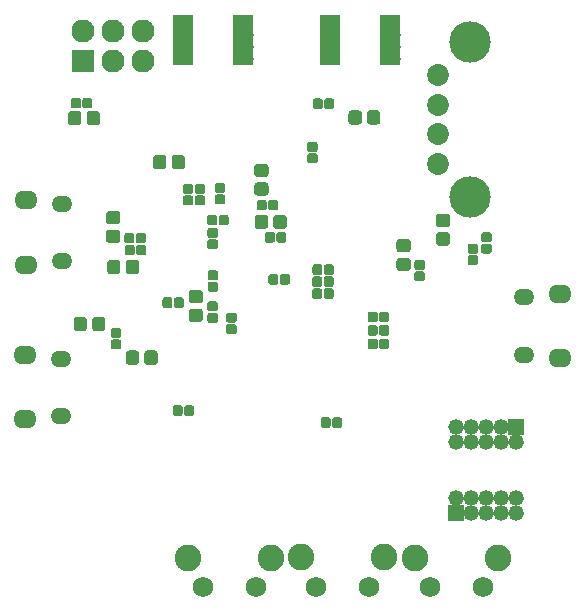
<source format=gbs>
G04 #@! TF.GenerationSoftware,KiCad,Pcbnew,(5.1.2-1)-1*
G04 #@! TF.CreationDate,2019-12-03T13:00:22-07:00*
G04 #@! TF.ProjectId,luna_rev0,6c756e61-5f72-4657-9630-2e6b69636164,rev?*
G04 #@! TF.SameCoordinates,Original*
G04 #@! TF.FileFunction,Soldermask,Bot*
G04 #@! TF.FilePolarity,Negative*
%FSLAX46Y46*%
G04 Gerber Fmt 4.6, Leading zero omitted, Abs format (unit mm)*
G04 Created by KiCad (PCBNEW (5.1.2-1)-1) date 2019-12-03 13:00:22*
%MOMM*%
%LPD*%
G04 APERTURE LIST*
%ADD10O,1.754000X1.354000*%
%ADD11O,1.954000X1.604000*%
%ADD12R,1.954000X1.954000*%
%ADD13O,1.954000X1.954000*%
%ADD14C,0.100000*%
%ADD15C,1.129000*%
%ADD16C,0.844000*%
%ADD17C,1.854000*%
%ADD18C,3.504000*%
%ADD19R,1.320800X1.320800*%
%ADD20C,1.320800*%
%ADD21C,1.016000*%
%ADD22R,1.778000X4.318000*%
%ADD23C,1.754000*%
%ADD24C,2.254000*%
G04 APERTURE END LIST*
D10*
X136060500Y-95201000D03*
X136060500Y-90361000D03*
D11*
X139060500Y-95511000D03*
X139060500Y-90051000D03*
X93881000Y-87604500D03*
X93881000Y-82144500D03*
D10*
X96881000Y-87294500D03*
X96881000Y-82454500D03*
X96817500Y-95535500D03*
X96817500Y-100375500D03*
D11*
X93817500Y-95225500D03*
X93817500Y-100685500D03*
D12*
X98679000Y-70358000D03*
D13*
X98679000Y-67818000D03*
X101219000Y-70358000D03*
X101219000Y-67818000D03*
X103759000Y-70358000D03*
X103759000Y-67818000D03*
D14*
G36*
X114139415Y-80615359D02*
G01*
X114166814Y-80619423D01*
X114193683Y-80626154D01*
X114219762Y-80635485D01*
X114244802Y-80647328D01*
X114268560Y-80661568D01*
X114290808Y-80678068D01*
X114311331Y-80696669D01*
X114329932Y-80717192D01*
X114346432Y-80739440D01*
X114360672Y-80763198D01*
X114372515Y-80788238D01*
X114381846Y-80814317D01*
X114388577Y-80841186D01*
X114392641Y-80868585D01*
X114394000Y-80896250D01*
X114394000Y-81460750D01*
X114392641Y-81488415D01*
X114388577Y-81515814D01*
X114381846Y-81542683D01*
X114372515Y-81568762D01*
X114360672Y-81593802D01*
X114346432Y-81617560D01*
X114329932Y-81639808D01*
X114311331Y-81660331D01*
X114290808Y-81678932D01*
X114268560Y-81695432D01*
X114244802Y-81709672D01*
X114219762Y-81721515D01*
X114193683Y-81730846D01*
X114166814Y-81737577D01*
X114139415Y-81741641D01*
X114111750Y-81743000D01*
X113472250Y-81743000D01*
X113444585Y-81741641D01*
X113417186Y-81737577D01*
X113390317Y-81730846D01*
X113364238Y-81721515D01*
X113339198Y-81709672D01*
X113315440Y-81695432D01*
X113293192Y-81678932D01*
X113272669Y-81660331D01*
X113254068Y-81639808D01*
X113237568Y-81617560D01*
X113223328Y-81593802D01*
X113211485Y-81568762D01*
X113202154Y-81542683D01*
X113195423Y-81515814D01*
X113191359Y-81488415D01*
X113190000Y-81460750D01*
X113190000Y-80896250D01*
X113191359Y-80868585D01*
X113195423Y-80841186D01*
X113202154Y-80814317D01*
X113211485Y-80788238D01*
X113223328Y-80763198D01*
X113237568Y-80739440D01*
X113254068Y-80717192D01*
X113272669Y-80696669D01*
X113293192Y-80678068D01*
X113315440Y-80661568D01*
X113339198Y-80647328D01*
X113364238Y-80635485D01*
X113390317Y-80626154D01*
X113417186Y-80619423D01*
X113444585Y-80615359D01*
X113472250Y-80614000D01*
X114111750Y-80614000D01*
X114139415Y-80615359D01*
X114139415Y-80615359D01*
G37*
D15*
X113792000Y-81178500D03*
D14*
G36*
X114139415Y-79040359D02*
G01*
X114166814Y-79044423D01*
X114193683Y-79051154D01*
X114219762Y-79060485D01*
X114244802Y-79072328D01*
X114268560Y-79086568D01*
X114290808Y-79103068D01*
X114311331Y-79121669D01*
X114329932Y-79142192D01*
X114346432Y-79164440D01*
X114360672Y-79188198D01*
X114372515Y-79213238D01*
X114381846Y-79239317D01*
X114388577Y-79266186D01*
X114392641Y-79293585D01*
X114394000Y-79321250D01*
X114394000Y-79885750D01*
X114392641Y-79913415D01*
X114388577Y-79940814D01*
X114381846Y-79967683D01*
X114372515Y-79993762D01*
X114360672Y-80018802D01*
X114346432Y-80042560D01*
X114329932Y-80064808D01*
X114311331Y-80085331D01*
X114290808Y-80103932D01*
X114268560Y-80120432D01*
X114244802Y-80134672D01*
X114219762Y-80146515D01*
X114193683Y-80155846D01*
X114166814Y-80162577D01*
X114139415Y-80166641D01*
X114111750Y-80168000D01*
X113472250Y-80168000D01*
X113444585Y-80166641D01*
X113417186Y-80162577D01*
X113390317Y-80155846D01*
X113364238Y-80146515D01*
X113339198Y-80134672D01*
X113315440Y-80120432D01*
X113293192Y-80103932D01*
X113272669Y-80085331D01*
X113254068Y-80064808D01*
X113237568Y-80042560D01*
X113223328Y-80018802D01*
X113211485Y-79993762D01*
X113202154Y-79967683D01*
X113195423Y-79940814D01*
X113191359Y-79913415D01*
X113190000Y-79885750D01*
X113190000Y-79321250D01*
X113191359Y-79293585D01*
X113195423Y-79266186D01*
X113202154Y-79239317D01*
X113211485Y-79213238D01*
X113223328Y-79188198D01*
X113237568Y-79164440D01*
X113254068Y-79142192D01*
X113272669Y-79121669D01*
X113293192Y-79103068D01*
X113315440Y-79086568D01*
X113339198Y-79072328D01*
X113364238Y-79060485D01*
X113390317Y-79051154D01*
X113417186Y-79044423D01*
X113444585Y-79040359D01*
X113472250Y-79039000D01*
X114111750Y-79039000D01*
X114139415Y-79040359D01*
X114139415Y-79040359D01*
G37*
D15*
X113792000Y-79603500D03*
D14*
G36*
X108576815Y-91308759D02*
G01*
X108604214Y-91312823D01*
X108631083Y-91319554D01*
X108657162Y-91328885D01*
X108682202Y-91340728D01*
X108705960Y-91354968D01*
X108728208Y-91371468D01*
X108748731Y-91390069D01*
X108767332Y-91410592D01*
X108783832Y-91432840D01*
X108798072Y-91456598D01*
X108809915Y-91481638D01*
X108819246Y-91507717D01*
X108825977Y-91534586D01*
X108830041Y-91561985D01*
X108831400Y-91589650D01*
X108831400Y-92154150D01*
X108830041Y-92181815D01*
X108825977Y-92209214D01*
X108819246Y-92236083D01*
X108809915Y-92262162D01*
X108798072Y-92287202D01*
X108783832Y-92310960D01*
X108767332Y-92333208D01*
X108748731Y-92353731D01*
X108728208Y-92372332D01*
X108705960Y-92388832D01*
X108682202Y-92403072D01*
X108657162Y-92414915D01*
X108631083Y-92424246D01*
X108604214Y-92430977D01*
X108576815Y-92435041D01*
X108549150Y-92436400D01*
X107909650Y-92436400D01*
X107881985Y-92435041D01*
X107854586Y-92430977D01*
X107827717Y-92424246D01*
X107801638Y-92414915D01*
X107776598Y-92403072D01*
X107752840Y-92388832D01*
X107730592Y-92372332D01*
X107710069Y-92353731D01*
X107691468Y-92333208D01*
X107674968Y-92310960D01*
X107660728Y-92287202D01*
X107648885Y-92262162D01*
X107639554Y-92236083D01*
X107632823Y-92209214D01*
X107628759Y-92181815D01*
X107627400Y-92154150D01*
X107627400Y-91589650D01*
X107628759Y-91561985D01*
X107632823Y-91534586D01*
X107639554Y-91507717D01*
X107648885Y-91481638D01*
X107660728Y-91456598D01*
X107674968Y-91432840D01*
X107691468Y-91410592D01*
X107710069Y-91390069D01*
X107730592Y-91371468D01*
X107752840Y-91354968D01*
X107776598Y-91340728D01*
X107801638Y-91328885D01*
X107827717Y-91319554D01*
X107854586Y-91312823D01*
X107881985Y-91308759D01*
X107909650Y-91307400D01*
X108549150Y-91307400D01*
X108576815Y-91308759D01*
X108576815Y-91308759D01*
G37*
D15*
X108229400Y-91871900D03*
D14*
G36*
X108576815Y-89733759D02*
G01*
X108604214Y-89737823D01*
X108631083Y-89744554D01*
X108657162Y-89753885D01*
X108682202Y-89765728D01*
X108705960Y-89779968D01*
X108728208Y-89796468D01*
X108748731Y-89815069D01*
X108767332Y-89835592D01*
X108783832Y-89857840D01*
X108798072Y-89881598D01*
X108809915Y-89906638D01*
X108819246Y-89932717D01*
X108825977Y-89959586D01*
X108830041Y-89986985D01*
X108831400Y-90014650D01*
X108831400Y-90579150D01*
X108830041Y-90606815D01*
X108825977Y-90634214D01*
X108819246Y-90661083D01*
X108809915Y-90687162D01*
X108798072Y-90712202D01*
X108783832Y-90735960D01*
X108767332Y-90758208D01*
X108748731Y-90778731D01*
X108728208Y-90797332D01*
X108705960Y-90813832D01*
X108682202Y-90828072D01*
X108657162Y-90839915D01*
X108631083Y-90849246D01*
X108604214Y-90855977D01*
X108576815Y-90860041D01*
X108549150Y-90861400D01*
X107909650Y-90861400D01*
X107881985Y-90860041D01*
X107854586Y-90855977D01*
X107827717Y-90849246D01*
X107801638Y-90839915D01*
X107776598Y-90828072D01*
X107752840Y-90813832D01*
X107730592Y-90797332D01*
X107710069Y-90778731D01*
X107691468Y-90758208D01*
X107674968Y-90735960D01*
X107660728Y-90712202D01*
X107648885Y-90687162D01*
X107639554Y-90661083D01*
X107632823Y-90634214D01*
X107628759Y-90606815D01*
X107627400Y-90579150D01*
X107627400Y-90014650D01*
X107628759Y-89986985D01*
X107632823Y-89959586D01*
X107639554Y-89932717D01*
X107648885Y-89906638D01*
X107660728Y-89881598D01*
X107674968Y-89857840D01*
X107691468Y-89835592D01*
X107710069Y-89815069D01*
X107730592Y-89796468D01*
X107752840Y-89779968D01*
X107776598Y-89765728D01*
X107801638Y-89753885D01*
X107827717Y-89744554D01*
X107854586Y-89737823D01*
X107881985Y-89733759D01*
X107909650Y-89732400D01*
X108549150Y-89732400D01*
X108576815Y-89733759D01*
X108576815Y-89733759D01*
G37*
D15*
X108229400Y-90296900D03*
D14*
G36*
X99877915Y-74583359D02*
G01*
X99905314Y-74587423D01*
X99932183Y-74594154D01*
X99958262Y-74603485D01*
X99983302Y-74615328D01*
X100007060Y-74629568D01*
X100029308Y-74646068D01*
X100049831Y-74664669D01*
X100068432Y-74685192D01*
X100084932Y-74707440D01*
X100099172Y-74731198D01*
X100111015Y-74756238D01*
X100120346Y-74782317D01*
X100127077Y-74809186D01*
X100131141Y-74836585D01*
X100132500Y-74864250D01*
X100132500Y-75503750D01*
X100131141Y-75531415D01*
X100127077Y-75558814D01*
X100120346Y-75585683D01*
X100111015Y-75611762D01*
X100099172Y-75636802D01*
X100084932Y-75660560D01*
X100068432Y-75682808D01*
X100049831Y-75703331D01*
X100029308Y-75721932D01*
X100007060Y-75738432D01*
X99983302Y-75752672D01*
X99958262Y-75764515D01*
X99932183Y-75773846D01*
X99905314Y-75780577D01*
X99877915Y-75784641D01*
X99850250Y-75786000D01*
X99285750Y-75786000D01*
X99258085Y-75784641D01*
X99230686Y-75780577D01*
X99203817Y-75773846D01*
X99177738Y-75764515D01*
X99152698Y-75752672D01*
X99128940Y-75738432D01*
X99106692Y-75721932D01*
X99086169Y-75703331D01*
X99067568Y-75682808D01*
X99051068Y-75660560D01*
X99036828Y-75636802D01*
X99024985Y-75611762D01*
X99015654Y-75585683D01*
X99008923Y-75558814D01*
X99004859Y-75531415D01*
X99003500Y-75503750D01*
X99003500Y-74864250D01*
X99004859Y-74836585D01*
X99008923Y-74809186D01*
X99015654Y-74782317D01*
X99024985Y-74756238D01*
X99036828Y-74731198D01*
X99051068Y-74707440D01*
X99067568Y-74685192D01*
X99086169Y-74664669D01*
X99106692Y-74646068D01*
X99128940Y-74629568D01*
X99152698Y-74615328D01*
X99177738Y-74603485D01*
X99203817Y-74594154D01*
X99230686Y-74587423D01*
X99258085Y-74583359D01*
X99285750Y-74582000D01*
X99850250Y-74582000D01*
X99877915Y-74583359D01*
X99877915Y-74583359D01*
G37*
D15*
X99568000Y-75184000D03*
D14*
G36*
X98302915Y-74583359D02*
G01*
X98330314Y-74587423D01*
X98357183Y-74594154D01*
X98383262Y-74603485D01*
X98408302Y-74615328D01*
X98432060Y-74629568D01*
X98454308Y-74646068D01*
X98474831Y-74664669D01*
X98493432Y-74685192D01*
X98509932Y-74707440D01*
X98524172Y-74731198D01*
X98536015Y-74756238D01*
X98545346Y-74782317D01*
X98552077Y-74809186D01*
X98556141Y-74836585D01*
X98557500Y-74864250D01*
X98557500Y-75503750D01*
X98556141Y-75531415D01*
X98552077Y-75558814D01*
X98545346Y-75585683D01*
X98536015Y-75611762D01*
X98524172Y-75636802D01*
X98509932Y-75660560D01*
X98493432Y-75682808D01*
X98474831Y-75703331D01*
X98454308Y-75721932D01*
X98432060Y-75738432D01*
X98408302Y-75752672D01*
X98383262Y-75764515D01*
X98357183Y-75773846D01*
X98330314Y-75780577D01*
X98302915Y-75784641D01*
X98275250Y-75786000D01*
X97710750Y-75786000D01*
X97683085Y-75784641D01*
X97655686Y-75780577D01*
X97628817Y-75773846D01*
X97602738Y-75764515D01*
X97577698Y-75752672D01*
X97553940Y-75738432D01*
X97531692Y-75721932D01*
X97511169Y-75703331D01*
X97492568Y-75682808D01*
X97476068Y-75660560D01*
X97461828Y-75636802D01*
X97449985Y-75611762D01*
X97440654Y-75585683D01*
X97433923Y-75558814D01*
X97429859Y-75531415D01*
X97428500Y-75503750D01*
X97428500Y-74864250D01*
X97429859Y-74836585D01*
X97433923Y-74809186D01*
X97440654Y-74782317D01*
X97449985Y-74756238D01*
X97461828Y-74731198D01*
X97476068Y-74707440D01*
X97492568Y-74685192D01*
X97511169Y-74664669D01*
X97531692Y-74646068D01*
X97553940Y-74629568D01*
X97577698Y-74615328D01*
X97602738Y-74603485D01*
X97628817Y-74594154D01*
X97655686Y-74587423D01*
X97683085Y-74583359D01*
X97710750Y-74582000D01*
X98275250Y-74582000D01*
X98302915Y-74583359D01*
X98302915Y-74583359D01*
G37*
D15*
X97993000Y-75184000D03*
D14*
G36*
X115676915Y-83346359D02*
G01*
X115704314Y-83350423D01*
X115731183Y-83357154D01*
X115757262Y-83366485D01*
X115782302Y-83378328D01*
X115806060Y-83392568D01*
X115828308Y-83409068D01*
X115848831Y-83427669D01*
X115867432Y-83448192D01*
X115883932Y-83470440D01*
X115898172Y-83494198D01*
X115910015Y-83519238D01*
X115919346Y-83545317D01*
X115926077Y-83572186D01*
X115930141Y-83599585D01*
X115931500Y-83627250D01*
X115931500Y-84266750D01*
X115930141Y-84294415D01*
X115926077Y-84321814D01*
X115919346Y-84348683D01*
X115910015Y-84374762D01*
X115898172Y-84399802D01*
X115883932Y-84423560D01*
X115867432Y-84445808D01*
X115848831Y-84466331D01*
X115828308Y-84484932D01*
X115806060Y-84501432D01*
X115782302Y-84515672D01*
X115757262Y-84527515D01*
X115731183Y-84536846D01*
X115704314Y-84543577D01*
X115676915Y-84547641D01*
X115649250Y-84549000D01*
X115084750Y-84549000D01*
X115057085Y-84547641D01*
X115029686Y-84543577D01*
X115002817Y-84536846D01*
X114976738Y-84527515D01*
X114951698Y-84515672D01*
X114927940Y-84501432D01*
X114905692Y-84484932D01*
X114885169Y-84466331D01*
X114866568Y-84445808D01*
X114850068Y-84423560D01*
X114835828Y-84399802D01*
X114823985Y-84374762D01*
X114814654Y-84348683D01*
X114807923Y-84321814D01*
X114803859Y-84294415D01*
X114802500Y-84266750D01*
X114802500Y-83627250D01*
X114803859Y-83599585D01*
X114807923Y-83572186D01*
X114814654Y-83545317D01*
X114823985Y-83519238D01*
X114835828Y-83494198D01*
X114850068Y-83470440D01*
X114866568Y-83448192D01*
X114885169Y-83427669D01*
X114905692Y-83409068D01*
X114927940Y-83392568D01*
X114951698Y-83378328D01*
X114976738Y-83366485D01*
X115002817Y-83357154D01*
X115029686Y-83350423D01*
X115057085Y-83346359D01*
X115084750Y-83345000D01*
X115649250Y-83345000D01*
X115676915Y-83346359D01*
X115676915Y-83346359D01*
G37*
D15*
X115367000Y-83947000D03*
D14*
G36*
X114101915Y-83346359D02*
G01*
X114129314Y-83350423D01*
X114156183Y-83357154D01*
X114182262Y-83366485D01*
X114207302Y-83378328D01*
X114231060Y-83392568D01*
X114253308Y-83409068D01*
X114273831Y-83427669D01*
X114292432Y-83448192D01*
X114308932Y-83470440D01*
X114323172Y-83494198D01*
X114335015Y-83519238D01*
X114344346Y-83545317D01*
X114351077Y-83572186D01*
X114355141Y-83599585D01*
X114356500Y-83627250D01*
X114356500Y-84266750D01*
X114355141Y-84294415D01*
X114351077Y-84321814D01*
X114344346Y-84348683D01*
X114335015Y-84374762D01*
X114323172Y-84399802D01*
X114308932Y-84423560D01*
X114292432Y-84445808D01*
X114273831Y-84466331D01*
X114253308Y-84484932D01*
X114231060Y-84501432D01*
X114207302Y-84515672D01*
X114182262Y-84527515D01*
X114156183Y-84536846D01*
X114129314Y-84543577D01*
X114101915Y-84547641D01*
X114074250Y-84549000D01*
X113509750Y-84549000D01*
X113482085Y-84547641D01*
X113454686Y-84543577D01*
X113427817Y-84536846D01*
X113401738Y-84527515D01*
X113376698Y-84515672D01*
X113352940Y-84501432D01*
X113330692Y-84484932D01*
X113310169Y-84466331D01*
X113291568Y-84445808D01*
X113275068Y-84423560D01*
X113260828Y-84399802D01*
X113248985Y-84374762D01*
X113239654Y-84348683D01*
X113232923Y-84321814D01*
X113228859Y-84294415D01*
X113227500Y-84266750D01*
X113227500Y-83627250D01*
X113228859Y-83599585D01*
X113232923Y-83572186D01*
X113239654Y-83545317D01*
X113248985Y-83519238D01*
X113260828Y-83494198D01*
X113275068Y-83470440D01*
X113291568Y-83448192D01*
X113310169Y-83427669D01*
X113330692Y-83409068D01*
X113352940Y-83392568D01*
X113376698Y-83378328D01*
X113401738Y-83366485D01*
X113427817Y-83357154D01*
X113454686Y-83350423D01*
X113482085Y-83346359D01*
X113509750Y-83345000D01*
X114074250Y-83345000D01*
X114101915Y-83346359D01*
X114101915Y-83346359D01*
G37*
D15*
X113792000Y-83947000D03*
D14*
G36*
X110543482Y-80678816D02*
G01*
X110563964Y-80681854D01*
X110584050Y-80686886D01*
X110603546Y-80693861D01*
X110622265Y-80702715D01*
X110640025Y-80713360D01*
X110656657Y-80725695D01*
X110672000Y-80739600D01*
X110685905Y-80754943D01*
X110698240Y-80771575D01*
X110708885Y-80789335D01*
X110717739Y-80808054D01*
X110724714Y-80827550D01*
X110729746Y-80847636D01*
X110732784Y-80868118D01*
X110733800Y-80888800D01*
X110733800Y-81310800D01*
X110732784Y-81331482D01*
X110729746Y-81351964D01*
X110724714Y-81372050D01*
X110717739Y-81391546D01*
X110708885Y-81410265D01*
X110698240Y-81428025D01*
X110685905Y-81444657D01*
X110672000Y-81460000D01*
X110656657Y-81473905D01*
X110640025Y-81486240D01*
X110622265Y-81496885D01*
X110603546Y-81505739D01*
X110584050Y-81512714D01*
X110563964Y-81517746D01*
X110543482Y-81520784D01*
X110522800Y-81521800D01*
X110050800Y-81521800D01*
X110030118Y-81520784D01*
X110009636Y-81517746D01*
X109989550Y-81512714D01*
X109970054Y-81505739D01*
X109951335Y-81496885D01*
X109933575Y-81486240D01*
X109916943Y-81473905D01*
X109901600Y-81460000D01*
X109887695Y-81444657D01*
X109875360Y-81428025D01*
X109864715Y-81410265D01*
X109855861Y-81391546D01*
X109848886Y-81372050D01*
X109843854Y-81351964D01*
X109840816Y-81331482D01*
X109839800Y-81310800D01*
X109839800Y-80888800D01*
X109840816Y-80868118D01*
X109843854Y-80847636D01*
X109848886Y-80827550D01*
X109855861Y-80808054D01*
X109864715Y-80789335D01*
X109875360Y-80771575D01*
X109887695Y-80754943D01*
X109901600Y-80739600D01*
X109916943Y-80725695D01*
X109933575Y-80713360D01*
X109951335Y-80702715D01*
X109970054Y-80693861D01*
X109989550Y-80686886D01*
X110009636Y-80681854D01*
X110030118Y-80678816D01*
X110050800Y-80677800D01*
X110522800Y-80677800D01*
X110543482Y-80678816D01*
X110543482Y-80678816D01*
G37*
D16*
X110286800Y-81099800D03*
D14*
G36*
X110543482Y-81648816D02*
G01*
X110563964Y-81651854D01*
X110584050Y-81656886D01*
X110603546Y-81663861D01*
X110622265Y-81672715D01*
X110640025Y-81683360D01*
X110656657Y-81695695D01*
X110672000Y-81709600D01*
X110685905Y-81724943D01*
X110698240Y-81741575D01*
X110708885Y-81759335D01*
X110717739Y-81778054D01*
X110724714Y-81797550D01*
X110729746Y-81817636D01*
X110732784Y-81838118D01*
X110733800Y-81858800D01*
X110733800Y-82280800D01*
X110732784Y-82301482D01*
X110729746Y-82321964D01*
X110724714Y-82342050D01*
X110717739Y-82361546D01*
X110708885Y-82380265D01*
X110698240Y-82398025D01*
X110685905Y-82414657D01*
X110672000Y-82430000D01*
X110656657Y-82443905D01*
X110640025Y-82456240D01*
X110622265Y-82466885D01*
X110603546Y-82475739D01*
X110584050Y-82482714D01*
X110563964Y-82487746D01*
X110543482Y-82490784D01*
X110522800Y-82491800D01*
X110050800Y-82491800D01*
X110030118Y-82490784D01*
X110009636Y-82487746D01*
X109989550Y-82482714D01*
X109970054Y-82475739D01*
X109951335Y-82466885D01*
X109933575Y-82456240D01*
X109916943Y-82443905D01*
X109901600Y-82430000D01*
X109887695Y-82414657D01*
X109875360Y-82398025D01*
X109864715Y-82380265D01*
X109855861Y-82361546D01*
X109848886Y-82342050D01*
X109843854Y-82321964D01*
X109840816Y-82301482D01*
X109839800Y-82280800D01*
X109839800Y-81858800D01*
X109840816Y-81838118D01*
X109843854Y-81817636D01*
X109848886Y-81797550D01*
X109855861Y-81778054D01*
X109864715Y-81759335D01*
X109875360Y-81741575D01*
X109887695Y-81724943D01*
X109901600Y-81709600D01*
X109916943Y-81695695D01*
X109933575Y-81683360D01*
X109951335Y-81672715D01*
X109970054Y-81663861D01*
X109989550Y-81656886D01*
X110009636Y-81651854D01*
X110030118Y-81648816D01*
X110050800Y-81647800D01*
X110522800Y-81647800D01*
X110543482Y-81648816D01*
X110543482Y-81648816D01*
G37*
D16*
X110286800Y-82069800D03*
D14*
G36*
X120437182Y-100519016D02*
G01*
X120457664Y-100522054D01*
X120477750Y-100527086D01*
X120497246Y-100534061D01*
X120515965Y-100542915D01*
X120533725Y-100553560D01*
X120550357Y-100565895D01*
X120565700Y-100579800D01*
X120579605Y-100595143D01*
X120591940Y-100611775D01*
X120602585Y-100629535D01*
X120611439Y-100648254D01*
X120618414Y-100667750D01*
X120623446Y-100687836D01*
X120626484Y-100708318D01*
X120627500Y-100729000D01*
X120627500Y-101201000D01*
X120626484Y-101221682D01*
X120623446Y-101242164D01*
X120618414Y-101262250D01*
X120611439Y-101281746D01*
X120602585Y-101300465D01*
X120591940Y-101318225D01*
X120579605Y-101334857D01*
X120565700Y-101350200D01*
X120550357Y-101364105D01*
X120533725Y-101376440D01*
X120515965Y-101387085D01*
X120497246Y-101395939D01*
X120477750Y-101402914D01*
X120457664Y-101407946D01*
X120437182Y-101410984D01*
X120416500Y-101412000D01*
X119994500Y-101412000D01*
X119973818Y-101410984D01*
X119953336Y-101407946D01*
X119933250Y-101402914D01*
X119913754Y-101395939D01*
X119895035Y-101387085D01*
X119877275Y-101376440D01*
X119860643Y-101364105D01*
X119845300Y-101350200D01*
X119831395Y-101334857D01*
X119819060Y-101318225D01*
X119808415Y-101300465D01*
X119799561Y-101281746D01*
X119792586Y-101262250D01*
X119787554Y-101242164D01*
X119784516Y-101221682D01*
X119783500Y-101201000D01*
X119783500Y-100729000D01*
X119784516Y-100708318D01*
X119787554Y-100687836D01*
X119792586Y-100667750D01*
X119799561Y-100648254D01*
X119808415Y-100629535D01*
X119819060Y-100611775D01*
X119831395Y-100595143D01*
X119845300Y-100579800D01*
X119860643Y-100565895D01*
X119877275Y-100553560D01*
X119895035Y-100542915D01*
X119913754Y-100534061D01*
X119933250Y-100527086D01*
X119953336Y-100522054D01*
X119973818Y-100519016D01*
X119994500Y-100518000D01*
X120416500Y-100518000D01*
X120437182Y-100519016D01*
X120437182Y-100519016D01*
G37*
D16*
X120205500Y-100965000D03*
D14*
G36*
X119467182Y-100519016D02*
G01*
X119487664Y-100522054D01*
X119507750Y-100527086D01*
X119527246Y-100534061D01*
X119545965Y-100542915D01*
X119563725Y-100553560D01*
X119580357Y-100565895D01*
X119595700Y-100579800D01*
X119609605Y-100595143D01*
X119621940Y-100611775D01*
X119632585Y-100629535D01*
X119641439Y-100648254D01*
X119648414Y-100667750D01*
X119653446Y-100687836D01*
X119656484Y-100708318D01*
X119657500Y-100729000D01*
X119657500Y-101201000D01*
X119656484Y-101221682D01*
X119653446Y-101242164D01*
X119648414Y-101262250D01*
X119641439Y-101281746D01*
X119632585Y-101300465D01*
X119621940Y-101318225D01*
X119609605Y-101334857D01*
X119595700Y-101350200D01*
X119580357Y-101364105D01*
X119563725Y-101376440D01*
X119545965Y-101387085D01*
X119527246Y-101395939D01*
X119507750Y-101402914D01*
X119487664Y-101407946D01*
X119467182Y-101410984D01*
X119446500Y-101412000D01*
X119024500Y-101412000D01*
X119003818Y-101410984D01*
X118983336Y-101407946D01*
X118963250Y-101402914D01*
X118943754Y-101395939D01*
X118925035Y-101387085D01*
X118907275Y-101376440D01*
X118890643Y-101364105D01*
X118875300Y-101350200D01*
X118861395Y-101334857D01*
X118849060Y-101318225D01*
X118838415Y-101300465D01*
X118829561Y-101281746D01*
X118822586Y-101262250D01*
X118817554Y-101242164D01*
X118814516Y-101221682D01*
X118813500Y-101201000D01*
X118813500Y-100729000D01*
X118814516Y-100708318D01*
X118817554Y-100687836D01*
X118822586Y-100667750D01*
X118829561Y-100648254D01*
X118838415Y-100629535D01*
X118849060Y-100611775D01*
X118861395Y-100595143D01*
X118875300Y-100579800D01*
X118890643Y-100565895D01*
X118907275Y-100553560D01*
X118925035Y-100542915D01*
X118943754Y-100534061D01*
X118963250Y-100527086D01*
X118983336Y-100522054D01*
X119003818Y-100519016D01*
X119024500Y-100518000D01*
X119446500Y-100518000D01*
X119467182Y-100519016D01*
X119467182Y-100519016D01*
G37*
D16*
X119235500Y-100965000D03*
D14*
G36*
X116009682Y-88390516D02*
G01*
X116030164Y-88393554D01*
X116050250Y-88398586D01*
X116069746Y-88405561D01*
X116088465Y-88414415D01*
X116106225Y-88425060D01*
X116122857Y-88437395D01*
X116138200Y-88451300D01*
X116152105Y-88466643D01*
X116164440Y-88483275D01*
X116175085Y-88501035D01*
X116183939Y-88519754D01*
X116190914Y-88539250D01*
X116195946Y-88559336D01*
X116198984Y-88579818D01*
X116200000Y-88600500D01*
X116200000Y-89072500D01*
X116198984Y-89093182D01*
X116195946Y-89113664D01*
X116190914Y-89133750D01*
X116183939Y-89153246D01*
X116175085Y-89171965D01*
X116164440Y-89189725D01*
X116152105Y-89206357D01*
X116138200Y-89221700D01*
X116122857Y-89235605D01*
X116106225Y-89247940D01*
X116088465Y-89258585D01*
X116069746Y-89267439D01*
X116050250Y-89274414D01*
X116030164Y-89279446D01*
X116009682Y-89282484D01*
X115989000Y-89283500D01*
X115567000Y-89283500D01*
X115546318Y-89282484D01*
X115525836Y-89279446D01*
X115505750Y-89274414D01*
X115486254Y-89267439D01*
X115467535Y-89258585D01*
X115449775Y-89247940D01*
X115433143Y-89235605D01*
X115417800Y-89221700D01*
X115403895Y-89206357D01*
X115391560Y-89189725D01*
X115380915Y-89171965D01*
X115372061Y-89153246D01*
X115365086Y-89133750D01*
X115360054Y-89113664D01*
X115357016Y-89093182D01*
X115356000Y-89072500D01*
X115356000Y-88600500D01*
X115357016Y-88579818D01*
X115360054Y-88559336D01*
X115365086Y-88539250D01*
X115372061Y-88519754D01*
X115380915Y-88501035D01*
X115391560Y-88483275D01*
X115403895Y-88466643D01*
X115417800Y-88451300D01*
X115433143Y-88437395D01*
X115449775Y-88425060D01*
X115467535Y-88414415D01*
X115486254Y-88405561D01*
X115505750Y-88398586D01*
X115525836Y-88393554D01*
X115546318Y-88390516D01*
X115567000Y-88389500D01*
X115989000Y-88389500D01*
X116009682Y-88390516D01*
X116009682Y-88390516D01*
G37*
D16*
X115778000Y-88836500D03*
D14*
G36*
X115039682Y-88390516D02*
G01*
X115060164Y-88393554D01*
X115080250Y-88398586D01*
X115099746Y-88405561D01*
X115118465Y-88414415D01*
X115136225Y-88425060D01*
X115152857Y-88437395D01*
X115168200Y-88451300D01*
X115182105Y-88466643D01*
X115194440Y-88483275D01*
X115205085Y-88501035D01*
X115213939Y-88519754D01*
X115220914Y-88539250D01*
X115225946Y-88559336D01*
X115228984Y-88579818D01*
X115230000Y-88600500D01*
X115230000Y-89072500D01*
X115228984Y-89093182D01*
X115225946Y-89113664D01*
X115220914Y-89133750D01*
X115213939Y-89153246D01*
X115205085Y-89171965D01*
X115194440Y-89189725D01*
X115182105Y-89206357D01*
X115168200Y-89221700D01*
X115152857Y-89235605D01*
X115136225Y-89247940D01*
X115118465Y-89258585D01*
X115099746Y-89267439D01*
X115080250Y-89274414D01*
X115060164Y-89279446D01*
X115039682Y-89282484D01*
X115019000Y-89283500D01*
X114597000Y-89283500D01*
X114576318Y-89282484D01*
X114555836Y-89279446D01*
X114535750Y-89274414D01*
X114516254Y-89267439D01*
X114497535Y-89258585D01*
X114479775Y-89247940D01*
X114463143Y-89235605D01*
X114447800Y-89221700D01*
X114433895Y-89206357D01*
X114421560Y-89189725D01*
X114410915Y-89171965D01*
X114402061Y-89153246D01*
X114395086Y-89133750D01*
X114390054Y-89113664D01*
X114387016Y-89093182D01*
X114386000Y-89072500D01*
X114386000Y-88600500D01*
X114387016Y-88579818D01*
X114390054Y-88559336D01*
X114395086Y-88539250D01*
X114402061Y-88519754D01*
X114410915Y-88501035D01*
X114421560Y-88483275D01*
X114433895Y-88466643D01*
X114447800Y-88451300D01*
X114463143Y-88437395D01*
X114479775Y-88425060D01*
X114497535Y-88414415D01*
X114516254Y-88405561D01*
X114535750Y-88398586D01*
X114555836Y-88393554D01*
X114576318Y-88390516D01*
X114597000Y-88389500D01*
X115019000Y-88389500D01*
X115039682Y-88390516D01*
X115039682Y-88390516D01*
G37*
D16*
X114808000Y-88836500D03*
D14*
G36*
X98321682Y-73468016D02*
G01*
X98342164Y-73471054D01*
X98362250Y-73476086D01*
X98381746Y-73483061D01*
X98400465Y-73491915D01*
X98418225Y-73502560D01*
X98434857Y-73514895D01*
X98450200Y-73528800D01*
X98464105Y-73544143D01*
X98476440Y-73560775D01*
X98487085Y-73578535D01*
X98495939Y-73597254D01*
X98502914Y-73616750D01*
X98507946Y-73636836D01*
X98510984Y-73657318D01*
X98512000Y-73678000D01*
X98512000Y-74150000D01*
X98510984Y-74170682D01*
X98507946Y-74191164D01*
X98502914Y-74211250D01*
X98495939Y-74230746D01*
X98487085Y-74249465D01*
X98476440Y-74267225D01*
X98464105Y-74283857D01*
X98450200Y-74299200D01*
X98434857Y-74313105D01*
X98418225Y-74325440D01*
X98400465Y-74336085D01*
X98381746Y-74344939D01*
X98362250Y-74351914D01*
X98342164Y-74356946D01*
X98321682Y-74359984D01*
X98301000Y-74361000D01*
X97879000Y-74361000D01*
X97858318Y-74359984D01*
X97837836Y-74356946D01*
X97817750Y-74351914D01*
X97798254Y-74344939D01*
X97779535Y-74336085D01*
X97761775Y-74325440D01*
X97745143Y-74313105D01*
X97729800Y-74299200D01*
X97715895Y-74283857D01*
X97703560Y-74267225D01*
X97692915Y-74249465D01*
X97684061Y-74230746D01*
X97677086Y-74211250D01*
X97672054Y-74191164D01*
X97669016Y-74170682D01*
X97668000Y-74150000D01*
X97668000Y-73678000D01*
X97669016Y-73657318D01*
X97672054Y-73636836D01*
X97677086Y-73616750D01*
X97684061Y-73597254D01*
X97692915Y-73578535D01*
X97703560Y-73560775D01*
X97715895Y-73544143D01*
X97729800Y-73528800D01*
X97745143Y-73514895D01*
X97761775Y-73502560D01*
X97779535Y-73491915D01*
X97798254Y-73483061D01*
X97817750Y-73476086D01*
X97837836Y-73471054D01*
X97858318Y-73468016D01*
X97879000Y-73467000D01*
X98301000Y-73467000D01*
X98321682Y-73468016D01*
X98321682Y-73468016D01*
G37*
D16*
X98090000Y-73914000D03*
D14*
G36*
X99291682Y-73468016D02*
G01*
X99312164Y-73471054D01*
X99332250Y-73476086D01*
X99351746Y-73483061D01*
X99370465Y-73491915D01*
X99388225Y-73502560D01*
X99404857Y-73514895D01*
X99420200Y-73528800D01*
X99434105Y-73544143D01*
X99446440Y-73560775D01*
X99457085Y-73578535D01*
X99465939Y-73597254D01*
X99472914Y-73616750D01*
X99477946Y-73636836D01*
X99480984Y-73657318D01*
X99482000Y-73678000D01*
X99482000Y-74150000D01*
X99480984Y-74170682D01*
X99477946Y-74191164D01*
X99472914Y-74211250D01*
X99465939Y-74230746D01*
X99457085Y-74249465D01*
X99446440Y-74267225D01*
X99434105Y-74283857D01*
X99420200Y-74299200D01*
X99404857Y-74313105D01*
X99388225Y-74325440D01*
X99370465Y-74336085D01*
X99351746Y-74344939D01*
X99332250Y-74351914D01*
X99312164Y-74356946D01*
X99291682Y-74359984D01*
X99271000Y-74361000D01*
X98849000Y-74361000D01*
X98828318Y-74359984D01*
X98807836Y-74356946D01*
X98787750Y-74351914D01*
X98768254Y-74344939D01*
X98749535Y-74336085D01*
X98731775Y-74325440D01*
X98715143Y-74313105D01*
X98699800Y-74299200D01*
X98685895Y-74283857D01*
X98673560Y-74267225D01*
X98662915Y-74249465D01*
X98654061Y-74230746D01*
X98647086Y-74211250D01*
X98642054Y-74191164D01*
X98639016Y-74170682D01*
X98638000Y-74150000D01*
X98638000Y-73678000D01*
X98639016Y-73657318D01*
X98642054Y-73636836D01*
X98647086Y-73616750D01*
X98654061Y-73597254D01*
X98662915Y-73578535D01*
X98673560Y-73560775D01*
X98685895Y-73544143D01*
X98699800Y-73528800D01*
X98715143Y-73514895D01*
X98731775Y-73502560D01*
X98749535Y-73491915D01*
X98768254Y-73483061D01*
X98787750Y-73476086D01*
X98807836Y-73471054D01*
X98828318Y-73468016D01*
X98849000Y-73467000D01*
X99271000Y-73467000D01*
X99291682Y-73468016D01*
X99291682Y-73468016D01*
G37*
D16*
X99060000Y-73914000D03*
D14*
G36*
X114745182Y-84834516D02*
G01*
X114765664Y-84837554D01*
X114785750Y-84842586D01*
X114805246Y-84849561D01*
X114823965Y-84858415D01*
X114841725Y-84869060D01*
X114858357Y-84881395D01*
X114873700Y-84895300D01*
X114887605Y-84910643D01*
X114899940Y-84927275D01*
X114910585Y-84945035D01*
X114919439Y-84963754D01*
X114926414Y-84983250D01*
X114931446Y-85003336D01*
X114934484Y-85023818D01*
X114935500Y-85044500D01*
X114935500Y-85516500D01*
X114934484Y-85537182D01*
X114931446Y-85557664D01*
X114926414Y-85577750D01*
X114919439Y-85597246D01*
X114910585Y-85615965D01*
X114899940Y-85633725D01*
X114887605Y-85650357D01*
X114873700Y-85665700D01*
X114858357Y-85679605D01*
X114841725Y-85691940D01*
X114823965Y-85702585D01*
X114805246Y-85711439D01*
X114785750Y-85718414D01*
X114765664Y-85723446D01*
X114745182Y-85726484D01*
X114724500Y-85727500D01*
X114302500Y-85727500D01*
X114281818Y-85726484D01*
X114261336Y-85723446D01*
X114241250Y-85718414D01*
X114221754Y-85711439D01*
X114203035Y-85702585D01*
X114185275Y-85691940D01*
X114168643Y-85679605D01*
X114153300Y-85665700D01*
X114139395Y-85650357D01*
X114127060Y-85633725D01*
X114116415Y-85615965D01*
X114107561Y-85597246D01*
X114100586Y-85577750D01*
X114095554Y-85557664D01*
X114092516Y-85537182D01*
X114091500Y-85516500D01*
X114091500Y-85044500D01*
X114092516Y-85023818D01*
X114095554Y-85003336D01*
X114100586Y-84983250D01*
X114107561Y-84963754D01*
X114116415Y-84945035D01*
X114127060Y-84927275D01*
X114139395Y-84910643D01*
X114153300Y-84895300D01*
X114168643Y-84881395D01*
X114185275Y-84869060D01*
X114203035Y-84858415D01*
X114221754Y-84849561D01*
X114241250Y-84842586D01*
X114261336Y-84837554D01*
X114281818Y-84834516D01*
X114302500Y-84833500D01*
X114724500Y-84833500D01*
X114745182Y-84834516D01*
X114745182Y-84834516D01*
G37*
D16*
X114513500Y-85280500D03*
D14*
G36*
X115715182Y-84834516D02*
G01*
X115735664Y-84837554D01*
X115755750Y-84842586D01*
X115775246Y-84849561D01*
X115793965Y-84858415D01*
X115811725Y-84869060D01*
X115828357Y-84881395D01*
X115843700Y-84895300D01*
X115857605Y-84910643D01*
X115869940Y-84927275D01*
X115880585Y-84945035D01*
X115889439Y-84963754D01*
X115896414Y-84983250D01*
X115901446Y-85003336D01*
X115904484Y-85023818D01*
X115905500Y-85044500D01*
X115905500Y-85516500D01*
X115904484Y-85537182D01*
X115901446Y-85557664D01*
X115896414Y-85577750D01*
X115889439Y-85597246D01*
X115880585Y-85615965D01*
X115869940Y-85633725D01*
X115857605Y-85650357D01*
X115843700Y-85665700D01*
X115828357Y-85679605D01*
X115811725Y-85691940D01*
X115793965Y-85702585D01*
X115775246Y-85711439D01*
X115755750Y-85718414D01*
X115735664Y-85723446D01*
X115715182Y-85726484D01*
X115694500Y-85727500D01*
X115272500Y-85727500D01*
X115251818Y-85726484D01*
X115231336Y-85723446D01*
X115211250Y-85718414D01*
X115191754Y-85711439D01*
X115173035Y-85702585D01*
X115155275Y-85691940D01*
X115138643Y-85679605D01*
X115123300Y-85665700D01*
X115109395Y-85650357D01*
X115097060Y-85633725D01*
X115086415Y-85615965D01*
X115077561Y-85597246D01*
X115070586Y-85577750D01*
X115065554Y-85557664D01*
X115062516Y-85537182D01*
X115061500Y-85516500D01*
X115061500Y-85044500D01*
X115062516Y-85023818D01*
X115065554Y-85003336D01*
X115070586Y-84983250D01*
X115077561Y-84963754D01*
X115086415Y-84945035D01*
X115097060Y-84927275D01*
X115109395Y-84910643D01*
X115123300Y-84895300D01*
X115138643Y-84881395D01*
X115155275Y-84869060D01*
X115173035Y-84858415D01*
X115191754Y-84849561D01*
X115211250Y-84842586D01*
X115231336Y-84837554D01*
X115251818Y-84834516D01*
X115272500Y-84833500D01*
X115694500Y-84833500D01*
X115715182Y-84834516D01*
X115715182Y-84834516D01*
G37*
D16*
X115483500Y-85280500D03*
D14*
G36*
X114046682Y-82104016D02*
G01*
X114067164Y-82107054D01*
X114087250Y-82112086D01*
X114106746Y-82119061D01*
X114125465Y-82127915D01*
X114143225Y-82138560D01*
X114159857Y-82150895D01*
X114175200Y-82164800D01*
X114189105Y-82180143D01*
X114201440Y-82196775D01*
X114212085Y-82214535D01*
X114220939Y-82233254D01*
X114227914Y-82252750D01*
X114232946Y-82272836D01*
X114235984Y-82293318D01*
X114237000Y-82314000D01*
X114237000Y-82786000D01*
X114235984Y-82806682D01*
X114232946Y-82827164D01*
X114227914Y-82847250D01*
X114220939Y-82866746D01*
X114212085Y-82885465D01*
X114201440Y-82903225D01*
X114189105Y-82919857D01*
X114175200Y-82935200D01*
X114159857Y-82949105D01*
X114143225Y-82961440D01*
X114125465Y-82972085D01*
X114106746Y-82980939D01*
X114087250Y-82987914D01*
X114067164Y-82992946D01*
X114046682Y-82995984D01*
X114026000Y-82997000D01*
X113604000Y-82997000D01*
X113583318Y-82995984D01*
X113562836Y-82992946D01*
X113542750Y-82987914D01*
X113523254Y-82980939D01*
X113504535Y-82972085D01*
X113486775Y-82961440D01*
X113470143Y-82949105D01*
X113454800Y-82935200D01*
X113440895Y-82919857D01*
X113428560Y-82903225D01*
X113417915Y-82885465D01*
X113409061Y-82866746D01*
X113402086Y-82847250D01*
X113397054Y-82827164D01*
X113394016Y-82806682D01*
X113393000Y-82786000D01*
X113393000Y-82314000D01*
X113394016Y-82293318D01*
X113397054Y-82272836D01*
X113402086Y-82252750D01*
X113409061Y-82233254D01*
X113417915Y-82214535D01*
X113428560Y-82196775D01*
X113440895Y-82180143D01*
X113454800Y-82164800D01*
X113470143Y-82150895D01*
X113486775Y-82138560D01*
X113504535Y-82127915D01*
X113523254Y-82119061D01*
X113542750Y-82112086D01*
X113562836Y-82107054D01*
X113583318Y-82104016D01*
X113604000Y-82103000D01*
X114026000Y-82103000D01*
X114046682Y-82104016D01*
X114046682Y-82104016D01*
G37*
D16*
X113815000Y-82550000D03*
D14*
G36*
X115016682Y-82104016D02*
G01*
X115037164Y-82107054D01*
X115057250Y-82112086D01*
X115076746Y-82119061D01*
X115095465Y-82127915D01*
X115113225Y-82138560D01*
X115129857Y-82150895D01*
X115145200Y-82164800D01*
X115159105Y-82180143D01*
X115171440Y-82196775D01*
X115182085Y-82214535D01*
X115190939Y-82233254D01*
X115197914Y-82252750D01*
X115202946Y-82272836D01*
X115205984Y-82293318D01*
X115207000Y-82314000D01*
X115207000Y-82786000D01*
X115205984Y-82806682D01*
X115202946Y-82827164D01*
X115197914Y-82847250D01*
X115190939Y-82866746D01*
X115182085Y-82885465D01*
X115171440Y-82903225D01*
X115159105Y-82919857D01*
X115145200Y-82935200D01*
X115129857Y-82949105D01*
X115113225Y-82961440D01*
X115095465Y-82972085D01*
X115076746Y-82980939D01*
X115057250Y-82987914D01*
X115037164Y-82992946D01*
X115016682Y-82995984D01*
X114996000Y-82997000D01*
X114574000Y-82997000D01*
X114553318Y-82995984D01*
X114532836Y-82992946D01*
X114512750Y-82987914D01*
X114493254Y-82980939D01*
X114474535Y-82972085D01*
X114456775Y-82961440D01*
X114440143Y-82949105D01*
X114424800Y-82935200D01*
X114410895Y-82919857D01*
X114398560Y-82903225D01*
X114387915Y-82885465D01*
X114379061Y-82866746D01*
X114372086Y-82847250D01*
X114367054Y-82827164D01*
X114364016Y-82806682D01*
X114363000Y-82786000D01*
X114363000Y-82314000D01*
X114364016Y-82293318D01*
X114367054Y-82272836D01*
X114372086Y-82252750D01*
X114379061Y-82233254D01*
X114387915Y-82214535D01*
X114398560Y-82196775D01*
X114410895Y-82180143D01*
X114424800Y-82164800D01*
X114440143Y-82150895D01*
X114456775Y-82138560D01*
X114474535Y-82127915D01*
X114493254Y-82119061D01*
X114512750Y-82112086D01*
X114532836Y-82107054D01*
X114553318Y-82104016D01*
X114574000Y-82103000D01*
X114996000Y-82103000D01*
X115016682Y-82104016D01*
X115016682Y-82104016D01*
G37*
D16*
X114785000Y-82550000D03*
D14*
G36*
X109921182Y-84478516D02*
G01*
X109941664Y-84481554D01*
X109961750Y-84486586D01*
X109981246Y-84493561D01*
X109999965Y-84502415D01*
X110017725Y-84513060D01*
X110034357Y-84525395D01*
X110049700Y-84539300D01*
X110063605Y-84554643D01*
X110075940Y-84571275D01*
X110086585Y-84589035D01*
X110095439Y-84607754D01*
X110102414Y-84627250D01*
X110107446Y-84647336D01*
X110110484Y-84667818D01*
X110111500Y-84688500D01*
X110111500Y-85110500D01*
X110110484Y-85131182D01*
X110107446Y-85151664D01*
X110102414Y-85171750D01*
X110095439Y-85191246D01*
X110086585Y-85209965D01*
X110075940Y-85227725D01*
X110063605Y-85244357D01*
X110049700Y-85259700D01*
X110034357Y-85273605D01*
X110017725Y-85285940D01*
X109999965Y-85296585D01*
X109981246Y-85305439D01*
X109961750Y-85312414D01*
X109941664Y-85317446D01*
X109921182Y-85320484D01*
X109900500Y-85321500D01*
X109428500Y-85321500D01*
X109407818Y-85320484D01*
X109387336Y-85317446D01*
X109367250Y-85312414D01*
X109347754Y-85305439D01*
X109329035Y-85296585D01*
X109311275Y-85285940D01*
X109294643Y-85273605D01*
X109279300Y-85259700D01*
X109265395Y-85244357D01*
X109253060Y-85227725D01*
X109242415Y-85209965D01*
X109233561Y-85191246D01*
X109226586Y-85171750D01*
X109221554Y-85151664D01*
X109218516Y-85131182D01*
X109217500Y-85110500D01*
X109217500Y-84688500D01*
X109218516Y-84667818D01*
X109221554Y-84647336D01*
X109226586Y-84627250D01*
X109233561Y-84607754D01*
X109242415Y-84589035D01*
X109253060Y-84571275D01*
X109265395Y-84554643D01*
X109279300Y-84539300D01*
X109294643Y-84525395D01*
X109311275Y-84513060D01*
X109329035Y-84502415D01*
X109347754Y-84493561D01*
X109367250Y-84486586D01*
X109387336Y-84481554D01*
X109407818Y-84478516D01*
X109428500Y-84477500D01*
X109900500Y-84477500D01*
X109921182Y-84478516D01*
X109921182Y-84478516D01*
G37*
D16*
X109664500Y-84899500D03*
D14*
G36*
X109921182Y-85448516D02*
G01*
X109941664Y-85451554D01*
X109961750Y-85456586D01*
X109981246Y-85463561D01*
X109999965Y-85472415D01*
X110017725Y-85483060D01*
X110034357Y-85495395D01*
X110049700Y-85509300D01*
X110063605Y-85524643D01*
X110075940Y-85541275D01*
X110086585Y-85559035D01*
X110095439Y-85577754D01*
X110102414Y-85597250D01*
X110107446Y-85617336D01*
X110110484Y-85637818D01*
X110111500Y-85658500D01*
X110111500Y-86080500D01*
X110110484Y-86101182D01*
X110107446Y-86121664D01*
X110102414Y-86141750D01*
X110095439Y-86161246D01*
X110086585Y-86179965D01*
X110075940Y-86197725D01*
X110063605Y-86214357D01*
X110049700Y-86229700D01*
X110034357Y-86243605D01*
X110017725Y-86255940D01*
X109999965Y-86266585D01*
X109981246Y-86275439D01*
X109961750Y-86282414D01*
X109941664Y-86287446D01*
X109921182Y-86290484D01*
X109900500Y-86291500D01*
X109428500Y-86291500D01*
X109407818Y-86290484D01*
X109387336Y-86287446D01*
X109367250Y-86282414D01*
X109347754Y-86275439D01*
X109329035Y-86266585D01*
X109311275Y-86255940D01*
X109294643Y-86243605D01*
X109279300Y-86229700D01*
X109265395Y-86214357D01*
X109253060Y-86197725D01*
X109242415Y-86179965D01*
X109233561Y-86161246D01*
X109226586Y-86141750D01*
X109221554Y-86121664D01*
X109218516Y-86101182D01*
X109217500Y-86080500D01*
X109217500Y-85658500D01*
X109218516Y-85637818D01*
X109221554Y-85617336D01*
X109226586Y-85597250D01*
X109233561Y-85577754D01*
X109242415Y-85559035D01*
X109253060Y-85541275D01*
X109265395Y-85524643D01*
X109279300Y-85509300D01*
X109294643Y-85495395D01*
X109311275Y-85483060D01*
X109329035Y-85472415D01*
X109347754Y-85463561D01*
X109367250Y-85456586D01*
X109387336Y-85451554D01*
X109407818Y-85448516D01*
X109428500Y-85447500D01*
X109900500Y-85447500D01*
X109921182Y-85448516D01*
X109921182Y-85448516D01*
G37*
D16*
X109664500Y-85869500D03*
D14*
G36*
X109933882Y-88067816D02*
G01*
X109954364Y-88070854D01*
X109974450Y-88075886D01*
X109993946Y-88082861D01*
X110012665Y-88091715D01*
X110030425Y-88102360D01*
X110047057Y-88114695D01*
X110062400Y-88128600D01*
X110076305Y-88143943D01*
X110088640Y-88160575D01*
X110099285Y-88178335D01*
X110108139Y-88197054D01*
X110115114Y-88216550D01*
X110120146Y-88236636D01*
X110123184Y-88257118D01*
X110124200Y-88277800D01*
X110124200Y-88699800D01*
X110123184Y-88720482D01*
X110120146Y-88740964D01*
X110115114Y-88761050D01*
X110108139Y-88780546D01*
X110099285Y-88799265D01*
X110088640Y-88817025D01*
X110076305Y-88833657D01*
X110062400Y-88849000D01*
X110047057Y-88862905D01*
X110030425Y-88875240D01*
X110012665Y-88885885D01*
X109993946Y-88894739D01*
X109974450Y-88901714D01*
X109954364Y-88906746D01*
X109933882Y-88909784D01*
X109913200Y-88910800D01*
X109441200Y-88910800D01*
X109420518Y-88909784D01*
X109400036Y-88906746D01*
X109379950Y-88901714D01*
X109360454Y-88894739D01*
X109341735Y-88885885D01*
X109323975Y-88875240D01*
X109307343Y-88862905D01*
X109292000Y-88849000D01*
X109278095Y-88833657D01*
X109265760Y-88817025D01*
X109255115Y-88799265D01*
X109246261Y-88780546D01*
X109239286Y-88761050D01*
X109234254Y-88740964D01*
X109231216Y-88720482D01*
X109230200Y-88699800D01*
X109230200Y-88277800D01*
X109231216Y-88257118D01*
X109234254Y-88236636D01*
X109239286Y-88216550D01*
X109246261Y-88197054D01*
X109255115Y-88178335D01*
X109265760Y-88160575D01*
X109278095Y-88143943D01*
X109292000Y-88128600D01*
X109307343Y-88114695D01*
X109323975Y-88102360D01*
X109341735Y-88091715D01*
X109360454Y-88082861D01*
X109379950Y-88075886D01*
X109400036Y-88070854D01*
X109420518Y-88067816D01*
X109441200Y-88066800D01*
X109913200Y-88066800D01*
X109933882Y-88067816D01*
X109933882Y-88067816D01*
G37*
D16*
X109677200Y-88488800D03*
D14*
G36*
X109933882Y-89037816D02*
G01*
X109954364Y-89040854D01*
X109974450Y-89045886D01*
X109993946Y-89052861D01*
X110012665Y-89061715D01*
X110030425Y-89072360D01*
X110047057Y-89084695D01*
X110062400Y-89098600D01*
X110076305Y-89113943D01*
X110088640Y-89130575D01*
X110099285Y-89148335D01*
X110108139Y-89167054D01*
X110115114Y-89186550D01*
X110120146Y-89206636D01*
X110123184Y-89227118D01*
X110124200Y-89247800D01*
X110124200Y-89669800D01*
X110123184Y-89690482D01*
X110120146Y-89710964D01*
X110115114Y-89731050D01*
X110108139Y-89750546D01*
X110099285Y-89769265D01*
X110088640Y-89787025D01*
X110076305Y-89803657D01*
X110062400Y-89819000D01*
X110047057Y-89832905D01*
X110030425Y-89845240D01*
X110012665Y-89855885D01*
X109993946Y-89864739D01*
X109974450Y-89871714D01*
X109954364Y-89876746D01*
X109933882Y-89879784D01*
X109913200Y-89880800D01*
X109441200Y-89880800D01*
X109420518Y-89879784D01*
X109400036Y-89876746D01*
X109379950Y-89871714D01*
X109360454Y-89864739D01*
X109341735Y-89855885D01*
X109323975Y-89845240D01*
X109307343Y-89832905D01*
X109292000Y-89819000D01*
X109278095Y-89803657D01*
X109265760Y-89787025D01*
X109255115Y-89769265D01*
X109246261Y-89750546D01*
X109239286Y-89731050D01*
X109234254Y-89710964D01*
X109231216Y-89690482D01*
X109230200Y-89669800D01*
X109230200Y-89247800D01*
X109231216Y-89227118D01*
X109234254Y-89206636D01*
X109239286Y-89186550D01*
X109246261Y-89167054D01*
X109255115Y-89148335D01*
X109265760Y-89130575D01*
X109278095Y-89113943D01*
X109292000Y-89098600D01*
X109307343Y-89084695D01*
X109323975Y-89072360D01*
X109341735Y-89061715D01*
X109360454Y-89052861D01*
X109379950Y-89045886D01*
X109400036Y-89040854D01*
X109420518Y-89037816D01*
X109441200Y-89036800D01*
X109913200Y-89036800D01*
X109933882Y-89037816D01*
X109933882Y-89037816D01*
G37*
D16*
X109677200Y-89458800D03*
D14*
G36*
X109921182Y-90701516D02*
G01*
X109941664Y-90704554D01*
X109961750Y-90709586D01*
X109981246Y-90716561D01*
X109999965Y-90725415D01*
X110017725Y-90736060D01*
X110034357Y-90748395D01*
X110049700Y-90762300D01*
X110063605Y-90777643D01*
X110075940Y-90794275D01*
X110086585Y-90812035D01*
X110095439Y-90830754D01*
X110102414Y-90850250D01*
X110107446Y-90870336D01*
X110110484Y-90890818D01*
X110111500Y-90911500D01*
X110111500Y-91333500D01*
X110110484Y-91354182D01*
X110107446Y-91374664D01*
X110102414Y-91394750D01*
X110095439Y-91414246D01*
X110086585Y-91432965D01*
X110075940Y-91450725D01*
X110063605Y-91467357D01*
X110049700Y-91482700D01*
X110034357Y-91496605D01*
X110017725Y-91508940D01*
X109999965Y-91519585D01*
X109981246Y-91528439D01*
X109961750Y-91535414D01*
X109941664Y-91540446D01*
X109921182Y-91543484D01*
X109900500Y-91544500D01*
X109428500Y-91544500D01*
X109407818Y-91543484D01*
X109387336Y-91540446D01*
X109367250Y-91535414D01*
X109347754Y-91528439D01*
X109329035Y-91519585D01*
X109311275Y-91508940D01*
X109294643Y-91496605D01*
X109279300Y-91482700D01*
X109265395Y-91467357D01*
X109253060Y-91450725D01*
X109242415Y-91432965D01*
X109233561Y-91414246D01*
X109226586Y-91394750D01*
X109221554Y-91374664D01*
X109218516Y-91354182D01*
X109217500Y-91333500D01*
X109217500Y-90911500D01*
X109218516Y-90890818D01*
X109221554Y-90870336D01*
X109226586Y-90850250D01*
X109233561Y-90830754D01*
X109242415Y-90812035D01*
X109253060Y-90794275D01*
X109265395Y-90777643D01*
X109279300Y-90762300D01*
X109294643Y-90748395D01*
X109311275Y-90736060D01*
X109329035Y-90725415D01*
X109347754Y-90716561D01*
X109367250Y-90709586D01*
X109387336Y-90704554D01*
X109407818Y-90701516D01*
X109428500Y-90700500D01*
X109900500Y-90700500D01*
X109921182Y-90701516D01*
X109921182Y-90701516D01*
G37*
D16*
X109664500Y-91122500D03*
D14*
G36*
X109921182Y-91671516D02*
G01*
X109941664Y-91674554D01*
X109961750Y-91679586D01*
X109981246Y-91686561D01*
X109999965Y-91695415D01*
X110017725Y-91706060D01*
X110034357Y-91718395D01*
X110049700Y-91732300D01*
X110063605Y-91747643D01*
X110075940Y-91764275D01*
X110086585Y-91782035D01*
X110095439Y-91800754D01*
X110102414Y-91820250D01*
X110107446Y-91840336D01*
X110110484Y-91860818D01*
X110111500Y-91881500D01*
X110111500Y-92303500D01*
X110110484Y-92324182D01*
X110107446Y-92344664D01*
X110102414Y-92364750D01*
X110095439Y-92384246D01*
X110086585Y-92402965D01*
X110075940Y-92420725D01*
X110063605Y-92437357D01*
X110049700Y-92452700D01*
X110034357Y-92466605D01*
X110017725Y-92478940D01*
X109999965Y-92489585D01*
X109981246Y-92498439D01*
X109961750Y-92505414D01*
X109941664Y-92510446D01*
X109921182Y-92513484D01*
X109900500Y-92514500D01*
X109428500Y-92514500D01*
X109407818Y-92513484D01*
X109387336Y-92510446D01*
X109367250Y-92505414D01*
X109347754Y-92498439D01*
X109329035Y-92489585D01*
X109311275Y-92478940D01*
X109294643Y-92466605D01*
X109279300Y-92452700D01*
X109265395Y-92437357D01*
X109253060Y-92420725D01*
X109242415Y-92402965D01*
X109233561Y-92384246D01*
X109226586Y-92364750D01*
X109221554Y-92344664D01*
X109218516Y-92324182D01*
X109217500Y-92303500D01*
X109217500Y-91881500D01*
X109218516Y-91860818D01*
X109221554Y-91840336D01*
X109226586Y-91820250D01*
X109233561Y-91800754D01*
X109242415Y-91782035D01*
X109253060Y-91764275D01*
X109265395Y-91747643D01*
X109279300Y-91732300D01*
X109294643Y-91718395D01*
X109311275Y-91706060D01*
X109329035Y-91695415D01*
X109347754Y-91686561D01*
X109367250Y-91679586D01*
X109387336Y-91674554D01*
X109407818Y-91671516D01*
X109428500Y-91670500D01*
X109900500Y-91670500D01*
X109921182Y-91671516D01*
X109921182Y-91671516D01*
G37*
D16*
X109664500Y-92092500D03*
D14*
G36*
X123614415Y-74519859D02*
G01*
X123641814Y-74523923D01*
X123668683Y-74530654D01*
X123694762Y-74539985D01*
X123719802Y-74551828D01*
X123743560Y-74566068D01*
X123765808Y-74582568D01*
X123786331Y-74601169D01*
X123804932Y-74621692D01*
X123821432Y-74643940D01*
X123835672Y-74667698D01*
X123847515Y-74692738D01*
X123856846Y-74718817D01*
X123863577Y-74745686D01*
X123867641Y-74773085D01*
X123869000Y-74800750D01*
X123869000Y-75440250D01*
X123867641Y-75467915D01*
X123863577Y-75495314D01*
X123856846Y-75522183D01*
X123847515Y-75548262D01*
X123835672Y-75573302D01*
X123821432Y-75597060D01*
X123804932Y-75619308D01*
X123786331Y-75639831D01*
X123765808Y-75658432D01*
X123743560Y-75674932D01*
X123719802Y-75689172D01*
X123694762Y-75701015D01*
X123668683Y-75710346D01*
X123641814Y-75717077D01*
X123614415Y-75721141D01*
X123586750Y-75722500D01*
X123022250Y-75722500D01*
X122994585Y-75721141D01*
X122967186Y-75717077D01*
X122940317Y-75710346D01*
X122914238Y-75701015D01*
X122889198Y-75689172D01*
X122865440Y-75674932D01*
X122843192Y-75658432D01*
X122822669Y-75639831D01*
X122804068Y-75619308D01*
X122787568Y-75597060D01*
X122773328Y-75573302D01*
X122761485Y-75548262D01*
X122752154Y-75522183D01*
X122745423Y-75495314D01*
X122741359Y-75467915D01*
X122740000Y-75440250D01*
X122740000Y-74800750D01*
X122741359Y-74773085D01*
X122745423Y-74745686D01*
X122752154Y-74718817D01*
X122761485Y-74692738D01*
X122773328Y-74667698D01*
X122787568Y-74643940D01*
X122804068Y-74621692D01*
X122822669Y-74601169D01*
X122843192Y-74582568D01*
X122865440Y-74566068D01*
X122889198Y-74551828D01*
X122914238Y-74539985D01*
X122940317Y-74530654D01*
X122967186Y-74523923D01*
X122994585Y-74519859D01*
X123022250Y-74518500D01*
X123586750Y-74518500D01*
X123614415Y-74519859D01*
X123614415Y-74519859D01*
G37*
D15*
X123304500Y-75120500D03*
D14*
G36*
X122039415Y-74519859D02*
G01*
X122066814Y-74523923D01*
X122093683Y-74530654D01*
X122119762Y-74539985D01*
X122144802Y-74551828D01*
X122168560Y-74566068D01*
X122190808Y-74582568D01*
X122211331Y-74601169D01*
X122229932Y-74621692D01*
X122246432Y-74643940D01*
X122260672Y-74667698D01*
X122272515Y-74692738D01*
X122281846Y-74718817D01*
X122288577Y-74745686D01*
X122292641Y-74773085D01*
X122294000Y-74800750D01*
X122294000Y-75440250D01*
X122292641Y-75467915D01*
X122288577Y-75495314D01*
X122281846Y-75522183D01*
X122272515Y-75548262D01*
X122260672Y-75573302D01*
X122246432Y-75597060D01*
X122229932Y-75619308D01*
X122211331Y-75639831D01*
X122190808Y-75658432D01*
X122168560Y-75674932D01*
X122144802Y-75689172D01*
X122119762Y-75701015D01*
X122093683Y-75710346D01*
X122066814Y-75717077D01*
X122039415Y-75721141D01*
X122011750Y-75722500D01*
X121447250Y-75722500D01*
X121419585Y-75721141D01*
X121392186Y-75717077D01*
X121365317Y-75710346D01*
X121339238Y-75701015D01*
X121314198Y-75689172D01*
X121290440Y-75674932D01*
X121268192Y-75658432D01*
X121247669Y-75639831D01*
X121229068Y-75619308D01*
X121212568Y-75597060D01*
X121198328Y-75573302D01*
X121186485Y-75548262D01*
X121177154Y-75522183D01*
X121170423Y-75495314D01*
X121166359Y-75467915D01*
X121165000Y-75440250D01*
X121165000Y-74800750D01*
X121166359Y-74773085D01*
X121170423Y-74745686D01*
X121177154Y-74718817D01*
X121186485Y-74692738D01*
X121198328Y-74667698D01*
X121212568Y-74643940D01*
X121229068Y-74621692D01*
X121247669Y-74601169D01*
X121268192Y-74582568D01*
X121290440Y-74566068D01*
X121314198Y-74551828D01*
X121339238Y-74539985D01*
X121365317Y-74530654D01*
X121392186Y-74523923D01*
X121419585Y-74519859D01*
X121447250Y-74518500D01*
X122011750Y-74518500D01*
X122039415Y-74519859D01*
X122039415Y-74519859D01*
G37*
D15*
X121729500Y-75120500D03*
D14*
G36*
X118794082Y-73518816D02*
G01*
X118814564Y-73521854D01*
X118834650Y-73526886D01*
X118854146Y-73533861D01*
X118872865Y-73542715D01*
X118890625Y-73553360D01*
X118907257Y-73565695D01*
X118922600Y-73579600D01*
X118936505Y-73594943D01*
X118948840Y-73611575D01*
X118959485Y-73629335D01*
X118968339Y-73648054D01*
X118975314Y-73667550D01*
X118980346Y-73687636D01*
X118983384Y-73708118D01*
X118984400Y-73728800D01*
X118984400Y-74200800D01*
X118983384Y-74221482D01*
X118980346Y-74241964D01*
X118975314Y-74262050D01*
X118968339Y-74281546D01*
X118959485Y-74300265D01*
X118948840Y-74318025D01*
X118936505Y-74334657D01*
X118922600Y-74350000D01*
X118907257Y-74363905D01*
X118890625Y-74376240D01*
X118872865Y-74386885D01*
X118854146Y-74395739D01*
X118834650Y-74402714D01*
X118814564Y-74407746D01*
X118794082Y-74410784D01*
X118773400Y-74411800D01*
X118351400Y-74411800D01*
X118330718Y-74410784D01*
X118310236Y-74407746D01*
X118290150Y-74402714D01*
X118270654Y-74395739D01*
X118251935Y-74386885D01*
X118234175Y-74376240D01*
X118217543Y-74363905D01*
X118202200Y-74350000D01*
X118188295Y-74334657D01*
X118175960Y-74318025D01*
X118165315Y-74300265D01*
X118156461Y-74281546D01*
X118149486Y-74262050D01*
X118144454Y-74241964D01*
X118141416Y-74221482D01*
X118140400Y-74200800D01*
X118140400Y-73728800D01*
X118141416Y-73708118D01*
X118144454Y-73687636D01*
X118149486Y-73667550D01*
X118156461Y-73648054D01*
X118165315Y-73629335D01*
X118175960Y-73611575D01*
X118188295Y-73594943D01*
X118202200Y-73579600D01*
X118217543Y-73565695D01*
X118234175Y-73553360D01*
X118251935Y-73542715D01*
X118270654Y-73533861D01*
X118290150Y-73526886D01*
X118310236Y-73521854D01*
X118330718Y-73518816D01*
X118351400Y-73517800D01*
X118773400Y-73517800D01*
X118794082Y-73518816D01*
X118794082Y-73518816D01*
G37*
D16*
X118562400Y-73964800D03*
D14*
G36*
X119764082Y-73518816D02*
G01*
X119784564Y-73521854D01*
X119804650Y-73526886D01*
X119824146Y-73533861D01*
X119842865Y-73542715D01*
X119860625Y-73553360D01*
X119877257Y-73565695D01*
X119892600Y-73579600D01*
X119906505Y-73594943D01*
X119918840Y-73611575D01*
X119929485Y-73629335D01*
X119938339Y-73648054D01*
X119945314Y-73667550D01*
X119950346Y-73687636D01*
X119953384Y-73708118D01*
X119954400Y-73728800D01*
X119954400Y-74200800D01*
X119953384Y-74221482D01*
X119950346Y-74241964D01*
X119945314Y-74262050D01*
X119938339Y-74281546D01*
X119929485Y-74300265D01*
X119918840Y-74318025D01*
X119906505Y-74334657D01*
X119892600Y-74350000D01*
X119877257Y-74363905D01*
X119860625Y-74376240D01*
X119842865Y-74386885D01*
X119824146Y-74395739D01*
X119804650Y-74402714D01*
X119784564Y-74407746D01*
X119764082Y-74410784D01*
X119743400Y-74411800D01*
X119321400Y-74411800D01*
X119300718Y-74410784D01*
X119280236Y-74407746D01*
X119260150Y-74402714D01*
X119240654Y-74395739D01*
X119221935Y-74386885D01*
X119204175Y-74376240D01*
X119187543Y-74363905D01*
X119172200Y-74350000D01*
X119158295Y-74334657D01*
X119145960Y-74318025D01*
X119135315Y-74300265D01*
X119126461Y-74281546D01*
X119119486Y-74262050D01*
X119114454Y-74241964D01*
X119111416Y-74221482D01*
X119110400Y-74200800D01*
X119110400Y-73728800D01*
X119111416Y-73708118D01*
X119114454Y-73687636D01*
X119119486Y-73667550D01*
X119126461Y-73648054D01*
X119135315Y-73629335D01*
X119145960Y-73611575D01*
X119158295Y-73594943D01*
X119172200Y-73579600D01*
X119187543Y-73565695D01*
X119204175Y-73553360D01*
X119221935Y-73542715D01*
X119240654Y-73533861D01*
X119260150Y-73526886D01*
X119280236Y-73521854D01*
X119300718Y-73518816D01*
X119321400Y-73517800D01*
X119743400Y-73517800D01*
X119764082Y-73518816D01*
X119764082Y-73518816D01*
G37*
D16*
X119532400Y-73964800D03*
D14*
G36*
X111508682Y-92624016D02*
G01*
X111529164Y-92627054D01*
X111549250Y-92632086D01*
X111568746Y-92639061D01*
X111587465Y-92647915D01*
X111605225Y-92658560D01*
X111621857Y-92670895D01*
X111637200Y-92684800D01*
X111651105Y-92700143D01*
X111663440Y-92716775D01*
X111674085Y-92734535D01*
X111682939Y-92753254D01*
X111689914Y-92772750D01*
X111694946Y-92792836D01*
X111697984Y-92813318D01*
X111699000Y-92834000D01*
X111699000Y-93256000D01*
X111697984Y-93276682D01*
X111694946Y-93297164D01*
X111689914Y-93317250D01*
X111682939Y-93336746D01*
X111674085Y-93355465D01*
X111663440Y-93373225D01*
X111651105Y-93389857D01*
X111637200Y-93405200D01*
X111621857Y-93419105D01*
X111605225Y-93431440D01*
X111587465Y-93442085D01*
X111568746Y-93450939D01*
X111549250Y-93457914D01*
X111529164Y-93462946D01*
X111508682Y-93465984D01*
X111488000Y-93467000D01*
X111016000Y-93467000D01*
X110995318Y-93465984D01*
X110974836Y-93462946D01*
X110954750Y-93457914D01*
X110935254Y-93450939D01*
X110916535Y-93442085D01*
X110898775Y-93431440D01*
X110882143Y-93419105D01*
X110866800Y-93405200D01*
X110852895Y-93389857D01*
X110840560Y-93373225D01*
X110829915Y-93355465D01*
X110821061Y-93336746D01*
X110814086Y-93317250D01*
X110809054Y-93297164D01*
X110806016Y-93276682D01*
X110805000Y-93256000D01*
X110805000Y-92834000D01*
X110806016Y-92813318D01*
X110809054Y-92792836D01*
X110814086Y-92772750D01*
X110821061Y-92753254D01*
X110829915Y-92734535D01*
X110840560Y-92716775D01*
X110852895Y-92700143D01*
X110866800Y-92684800D01*
X110882143Y-92670895D01*
X110898775Y-92658560D01*
X110916535Y-92647915D01*
X110935254Y-92639061D01*
X110954750Y-92632086D01*
X110974836Y-92627054D01*
X110995318Y-92624016D01*
X111016000Y-92623000D01*
X111488000Y-92623000D01*
X111508682Y-92624016D01*
X111508682Y-92624016D01*
G37*
D16*
X111252000Y-93045000D03*
D14*
G36*
X111508682Y-91654016D02*
G01*
X111529164Y-91657054D01*
X111549250Y-91662086D01*
X111568746Y-91669061D01*
X111587465Y-91677915D01*
X111605225Y-91688560D01*
X111621857Y-91700895D01*
X111637200Y-91714800D01*
X111651105Y-91730143D01*
X111663440Y-91746775D01*
X111674085Y-91764535D01*
X111682939Y-91783254D01*
X111689914Y-91802750D01*
X111694946Y-91822836D01*
X111697984Y-91843318D01*
X111699000Y-91864000D01*
X111699000Y-92286000D01*
X111697984Y-92306682D01*
X111694946Y-92327164D01*
X111689914Y-92347250D01*
X111682939Y-92366746D01*
X111674085Y-92385465D01*
X111663440Y-92403225D01*
X111651105Y-92419857D01*
X111637200Y-92435200D01*
X111621857Y-92449105D01*
X111605225Y-92461440D01*
X111587465Y-92472085D01*
X111568746Y-92480939D01*
X111549250Y-92487914D01*
X111529164Y-92492946D01*
X111508682Y-92495984D01*
X111488000Y-92497000D01*
X111016000Y-92497000D01*
X110995318Y-92495984D01*
X110974836Y-92492946D01*
X110954750Y-92487914D01*
X110935254Y-92480939D01*
X110916535Y-92472085D01*
X110898775Y-92461440D01*
X110882143Y-92449105D01*
X110866800Y-92435200D01*
X110852895Y-92419857D01*
X110840560Y-92403225D01*
X110829915Y-92385465D01*
X110821061Y-92366746D01*
X110814086Y-92347250D01*
X110809054Y-92327164D01*
X110806016Y-92306682D01*
X110805000Y-92286000D01*
X110805000Y-91864000D01*
X110806016Y-91843318D01*
X110809054Y-91822836D01*
X110814086Y-91802750D01*
X110821061Y-91783254D01*
X110829915Y-91764535D01*
X110840560Y-91746775D01*
X110852895Y-91730143D01*
X110866800Y-91714800D01*
X110882143Y-91700895D01*
X110898775Y-91688560D01*
X110916535Y-91677915D01*
X110935254Y-91669061D01*
X110954750Y-91662086D01*
X110974836Y-91657054D01*
X110995318Y-91654016D01*
X111016000Y-91653000D01*
X111488000Y-91653000D01*
X111508682Y-91654016D01*
X111508682Y-91654016D01*
G37*
D16*
X111252000Y-92075000D03*
D14*
G36*
X118366682Y-78169016D02*
G01*
X118387164Y-78172054D01*
X118407250Y-78177086D01*
X118426746Y-78184061D01*
X118445465Y-78192915D01*
X118463225Y-78203560D01*
X118479857Y-78215895D01*
X118495200Y-78229800D01*
X118509105Y-78245143D01*
X118521440Y-78261775D01*
X118532085Y-78279535D01*
X118540939Y-78298254D01*
X118547914Y-78317750D01*
X118552946Y-78337836D01*
X118555984Y-78358318D01*
X118557000Y-78379000D01*
X118557000Y-78801000D01*
X118555984Y-78821682D01*
X118552946Y-78842164D01*
X118547914Y-78862250D01*
X118540939Y-78881746D01*
X118532085Y-78900465D01*
X118521440Y-78918225D01*
X118509105Y-78934857D01*
X118495200Y-78950200D01*
X118479857Y-78964105D01*
X118463225Y-78976440D01*
X118445465Y-78987085D01*
X118426746Y-78995939D01*
X118407250Y-79002914D01*
X118387164Y-79007946D01*
X118366682Y-79010984D01*
X118346000Y-79012000D01*
X117874000Y-79012000D01*
X117853318Y-79010984D01*
X117832836Y-79007946D01*
X117812750Y-79002914D01*
X117793254Y-78995939D01*
X117774535Y-78987085D01*
X117756775Y-78976440D01*
X117740143Y-78964105D01*
X117724800Y-78950200D01*
X117710895Y-78934857D01*
X117698560Y-78918225D01*
X117687915Y-78900465D01*
X117679061Y-78881746D01*
X117672086Y-78862250D01*
X117667054Y-78842164D01*
X117664016Y-78821682D01*
X117663000Y-78801000D01*
X117663000Y-78379000D01*
X117664016Y-78358318D01*
X117667054Y-78337836D01*
X117672086Y-78317750D01*
X117679061Y-78298254D01*
X117687915Y-78279535D01*
X117698560Y-78261775D01*
X117710895Y-78245143D01*
X117724800Y-78229800D01*
X117740143Y-78215895D01*
X117756775Y-78203560D01*
X117774535Y-78192915D01*
X117793254Y-78184061D01*
X117812750Y-78177086D01*
X117832836Y-78172054D01*
X117853318Y-78169016D01*
X117874000Y-78168000D01*
X118346000Y-78168000D01*
X118366682Y-78169016D01*
X118366682Y-78169016D01*
G37*
D16*
X118110000Y-78590000D03*
D14*
G36*
X118366682Y-77199016D02*
G01*
X118387164Y-77202054D01*
X118407250Y-77207086D01*
X118426746Y-77214061D01*
X118445465Y-77222915D01*
X118463225Y-77233560D01*
X118479857Y-77245895D01*
X118495200Y-77259800D01*
X118509105Y-77275143D01*
X118521440Y-77291775D01*
X118532085Y-77309535D01*
X118540939Y-77328254D01*
X118547914Y-77347750D01*
X118552946Y-77367836D01*
X118555984Y-77388318D01*
X118557000Y-77409000D01*
X118557000Y-77831000D01*
X118555984Y-77851682D01*
X118552946Y-77872164D01*
X118547914Y-77892250D01*
X118540939Y-77911746D01*
X118532085Y-77930465D01*
X118521440Y-77948225D01*
X118509105Y-77964857D01*
X118495200Y-77980200D01*
X118479857Y-77994105D01*
X118463225Y-78006440D01*
X118445465Y-78017085D01*
X118426746Y-78025939D01*
X118407250Y-78032914D01*
X118387164Y-78037946D01*
X118366682Y-78040984D01*
X118346000Y-78042000D01*
X117874000Y-78042000D01*
X117853318Y-78040984D01*
X117832836Y-78037946D01*
X117812750Y-78032914D01*
X117793254Y-78025939D01*
X117774535Y-78017085D01*
X117756775Y-78006440D01*
X117740143Y-77994105D01*
X117724800Y-77980200D01*
X117710895Y-77964857D01*
X117698560Y-77948225D01*
X117687915Y-77930465D01*
X117679061Y-77911746D01*
X117672086Y-77892250D01*
X117667054Y-77872164D01*
X117664016Y-77851682D01*
X117663000Y-77831000D01*
X117663000Y-77409000D01*
X117664016Y-77388318D01*
X117667054Y-77367836D01*
X117672086Y-77347750D01*
X117679061Y-77328254D01*
X117687915Y-77309535D01*
X117698560Y-77291775D01*
X117710895Y-77275143D01*
X117724800Y-77259800D01*
X117740143Y-77245895D01*
X117756775Y-77233560D01*
X117774535Y-77222915D01*
X117793254Y-77214061D01*
X117812750Y-77207086D01*
X117832836Y-77202054D01*
X117853318Y-77199016D01*
X117874000Y-77198000D01*
X118346000Y-77198000D01*
X118366682Y-77199016D01*
X118366682Y-77199016D01*
G37*
D16*
X118110000Y-77620000D03*
D14*
G36*
X119738682Y-87565016D02*
G01*
X119759164Y-87568054D01*
X119779250Y-87573086D01*
X119798746Y-87580061D01*
X119817465Y-87588915D01*
X119835225Y-87599560D01*
X119851857Y-87611895D01*
X119867200Y-87625800D01*
X119881105Y-87641143D01*
X119893440Y-87657775D01*
X119904085Y-87675535D01*
X119912939Y-87694254D01*
X119919914Y-87713750D01*
X119924946Y-87733836D01*
X119927984Y-87754318D01*
X119929000Y-87775000D01*
X119929000Y-88247000D01*
X119927984Y-88267682D01*
X119924946Y-88288164D01*
X119919914Y-88308250D01*
X119912939Y-88327746D01*
X119904085Y-88346465D01*
X119893440Y-88364225D01*
X119881105Y-88380857D01*
X119867200Y-88396200D01*
X119851857Y-88410105D01*
X119835225Y-88422440D01*
X119817465Y-88433085D01*
X119798746Y-88441939D01*
X119779250Y-88448914D01*
X119759164Y-88453946D01*
X119738682Y-88456984D01*
X119718000Y-88458000D01*
X119296000Y-88458000D01*
X119275318Y-88456984D01*
X119254836Y-88453946D01*
X119234750Y-88448914D01*
X119215254Y-88441939D01*
X119196535Y-88433085D01*
X119178775Y-88422440D01*
X119162143Y-88410105D01*
X119146800Y-88396200D01*
X119132895Y-88380857D01*
X119120560Y-88364225D01*
X119109915Y-88346465D01*
X119101061Y-88327746D01*
X119094086Y-88308250D01*
X119089054Y-88288164D01*
X119086016Y-88267682D01*
X119085000Y-88247000D01*
X119085000Y-87775000D01*
X119086016Y-87754318D01*
X119089054Y-87733836D01*
X119094086Y-87713750D01*
X119101061Y-87694254D01*
X119109915Y-87675535D01*
X119120560Y-87657775D01*
X119132895Y-87641143D01*
X119146800Y-87625800D01*
X119162143Y-87611895D01*
X119178775Y-87599560D01*
X119196535Y-87588915D01*
X119215254Y-87580061D01*
X119234750Y-87573086D01*
X119254836Y-87568054D01*
X119275318Y-87565016D01*
X119296000Y-87564000D01*
X119718000Y-87564000D01*
X119738682Y-87565016D01*
X119738682Y-87565016D01*
G37*
D16*
X119507000Y-88011000D03*
D14*
G36*
X118768682Y-87565016D02*
G01*
X118789164Y-87568054D01*
X118809250Y-87573086D01*
X118828746Y-87580061D01*
X118847465Y-87588915D01*
X118865225Y-87599560D01*
X118881857Y-87611895D01*
X118897200Y-87625800D01*
X118911105Y-87641143D01*
X118923440Y-87657775D01*
X118934085Y-87675535D01*
X118942939Y-87694254D01*
X118949914Y-87713750D01*
X118954946Y-87733836D01*
X118957984Y-87754318D01*
X118959000Y-87775000D01*
X118959000Y-88247000D01*
X118957984Y-88267682D01*
X118954946Y-88288164D01*
X118949914Y-88308250D01*
X118942939Y-88327746D01*
X118934085Y-88346465D01*
X118923440Y-88364225D01*
X118911105Y-88380857D01*
X118897200Y-88396200D01*
X118881857Y-88410105D01*
X118865225Y-88422440D01*
X118847465Y-88433085D01*
X118828746Y-88441939D01*
X118809250Y-88448914D01*
X118789164Y-88453946D01*
X118768682Y-88456984D01*
X118748000Y-88458000D01*
X118326000Y-88458000D01*
X118305318Y-88456984D01*
X118284836Y-88453946D01*
X118264750Y-88448914D01*
X118245254Y-88441939D01*
X118226535Y-88433085D01*
X118208775Y-88422440D01*
X118192143Y-88410105D01*
X118176800Y-88396200D01*
X118162895Y-88380857D01*
X118150560Y-88364225D01*
X118139915Y-88346465D01*
X118131061Y-88327746D01*
X118124086Y-88308250D01*
X118119054Y-88288164D01*
X118116016Y-88267682D01*
X118115000Y-88247000D01*
X118115000Y-87775000D01*
X118116016Y-87754318D01*
X118119054Y-87733836D01*
X118124086Y-87713750D01*
X118131061Y-87694254D01*
X118139915Y-87675535D01*
X118150560Y-87657775D01*
X118162895Y-87641143D01*
X118176800Y-87625800D01*
X118192143Y-87611895D01*
X118208775Y-87599560D01*
X118226535Y-87588915D01*
X118245254Y-87580061D01*
X118264750Y-87573086D01*
X118284836Y-87568054D01*
X118305318Y-87565016D01*
X118326000Y-87564000D01*
X118748000Y-87564000D01*
X118768682Y-87565016D01*
X118768682Y-87565016D01*
G37*
D16*
X118537000Y-88011000D03*
D14*
G36*
X107038682Y-90359016D02*
G01*
X107059164Y-90362054D01*
X107079250Y-90367086D01*
X107098746Y-90374061D01*
X107117465Y-90382915D01*
X107135225Y-90393560D01*
X107151857Y-90405895D01*
X107167200Y-90419800D01*
X107181105Y-90435143D01*
X107193440Y-90451775D01*
X107204085Y-90469535D01*
X107212939Y-90488254D01*
X107219914Y-90507750D01*
X107224946Y-90527836D01*
X107227984Y-90548318D01*
X107229000Y-90569000D01*
X107229000Y-91041000D01*
X107227984Y-91061682D01*
X107224946Y-91082164D01*
X107219914Y-91102250D01*
X107212939Y-91121746D01*
X107204085Y-91140465D01*
X107193440Y-91158225D01*
X107181105Y-91174857D01*
X107167200Y-91190200D01*
X107151857Y-91204105D01*
X107135225Y-91216440D01*
X107117465Y-91227085D01*
X107098746Y-91235939D01*
X107079250Y-91242914D01*
X107059164Y-91247946D01*
X107038682Y-91250984D01*
X107018000Y-91252000D01*
X106596000Y-91252000D01*
X106575318Y-91250984D01*
X106554836Y-91247946D01*
X106534750Y-91242914D01*
X106515254Y-91235939D01*
X106496535Y-91227085D01*
X106478775Y-91216440D01*
X106462143Y-91204105D01*
X106446800Y-91190200D01*
X106432895Y-91174857D01*
X106420560Y-91158225D01*
X106409915Y-91140465D01*
X106401061Y-91121746D01*
X106394086Y-91102250D01*
X106389054Y-91082164D01*
X106386016Y-91061682D01*
X106385000Y-91041000D01*
X106385000Y-90569000D01*
X106386016Y-90548318D01*
X106389054Y-90527836D01*
X106394086Y-90507750D01*
X106401061Y-90488254D01*
X106409915Y-90469535D01*
X106420560Y-90451775D01*
X106432895Y-90435143D01*
X106446800Y-90419800D01*
X106462143Y-90405895D01*
X106478775Y-90393560D01*
X106496535Y-90382915D01*
X106515254Y-90374061D01*
X106534750Y-90367086D01*
X106554836Y-90362054D01*
X106575318Y-90359016D01*
X106596000Y-90358000D01*
X107018000Y-90358000D01*
X107038682Y-90359016D01*
X107038682Y-90359016D01*
G37*
D16*
X106807000Y-90805000D03*
D14*
G36*
X106068682Y-90359016D02*
G01*
X106089164Y-90362054D01*
X106109250Y-90367086D01*
X106128746Y-90374061D01*
X106147465Y-90382915D01*
X106165225Y-90393560D01*
X106181857Y-90405895D01*
X106197200Y-90419800D01*
X106211105Y-90435143D01*
X106223440Y-90451775D01*
X106234085Y-90469535D01*
X106242939Y-90488254D01*
X106249914Y-90507750D01*
X106254946Y-90527836D01*
X106257984Y-90548318D01*
X106259000Y-90569000D01*
X106259000Y-91041000D01*
X106257984Y-91061682D01*
X106254946Y-91082164D01*
X106249914Y-91102250D01*
X106242939Y-91121746D01*
X106234085Y-91140465D01*
X106223440Y-91158225D01*
X106211105Y-91174857D01*
X106197200Y-91190200D01*
X106181857Y-91204105D01*
X106165225Y-91216440D01*
X106147465Y-91227085D01*
X106128746Y-91235939D01*
X106109250Y-91242914D01*
X106089164Y-91247946D01*
X106068682Y-91250984D01*
X106048000Y-91252000D01*
X105626000Y-91252000D01*
X105605318Y-91250984D01*
X105584836Y-91247946D01*
X105564750Y-91242914D01*
X105545254Y-91235939D01*
X105526535Y-91227085D01*
X105508775Y-91216440D01*
X105492143Y-91204105D01*
X105476800Y-91190200D01*
X105462895Y-91174857D01*
X105450560Y-91158225D01*
X105439915Y-91140465D01*
X105431061Y-91121746D01*
X105424086Y-91102250D01*
X105419054Y-91082164D01*
X105416016Y-91061682D01*
X105415000Y-91041000D01*
X105415000Y-90569000D01*
X105416016Y-90548318D01*
X105419054Y-90527836D01*
X105424086Y-90507750D01*
X105431061Y-90488254D01*
X105439915Y-90469535D01*
X105450560Y-90451775D01*
X105462895Y-90435143D01*
X105476800Y-90419800D01*
X105492143Y-90405895D01*
X105508775Y-90393560D01*
X105526535Y-90382915D01*
X105545254Y-90374061D01*
X105564750Y-90367086D01*
X105584836Y-90362054D01*
X105605318Y-90359016D01*
X105626000Y-90358000D01*
X106048000Y-90358000D01*
X106068682Y-90359016D01*
X106068682Y-90359016D01*
G37*
D16*
X105837000Y-90805000D03*
D14*
G36*
X107068755Y-78312079D02*
G01*
X107096154Y-78316143D01*
X107123023Y-78322874D01*
X107149102Y-78332205D01*
X107174142Y-78344048D01*
X107197900Y-78358288D01*
X107220148Y-78374788D01*
X107240671Y-78393389D01*
X107259272Y-78413912D01*
X107275772Y-78436160D01*
X107290012Y-78459918D01*
X107301855Y-78484958D01*
X107311186Y-78511037D01*
X107317917Y-78537906D01*
X107321981Y-78565305D01*
X107323340Y-78592970D01*
X107323340Y-79232470D01*
X107321981Y-79260135D01*
X107317917Y-79287534D01*
X107311186Y-79314403D01*
X107301855Y-79340482D01*
X107290012Y-79365522D01*
X107275772Y-79389280D01*
X107259272Y-79411528D01*
X107240671Y-79432051D01*
X107220148Y-79450652D01*
X107197900Y-79467152D01*
X107174142Y-79481392D01*
X107149102Y-79493235D01*
X107123023Y-79502566D01*
X107096154Y-79509297D01*
X107068755Y-79513361D01*
X107041090Y-79514720D01*
X106476590Y-79514720D01*
X106448925Y-79513361D01*
X106421526Y-79509297D01*
X106394657Y-79502566D01*
X106368578Y-79493235D01*
X106343538Y-79481392D01*
X106319780Y-79467152D01*
X106297532Y-79450652D01*
X106277009Y-79432051D01*
X106258408Y-79411528D01*
X106241908Y-79389280D01*
X106227668Y-79365522D01*
X106215825Y-79340482D01*
X106206494Y-79314403D01*
X106199763Y-79287534D01*
X106195699Y-79260135D01*
X106194340Y-79232470D01*
X106194340Y-78592970D01*
X106195699Y-78565305D01*
X106199763Y-78537906D01*
X106206494Y-78511037D01*
X106215825Y-78484958D01*
X106227668Y-78459918D01*
X106241908Y-78436160D01*
X106258408Y-78413912D01*
X106277009Y-78393389D01*
X106297532Y-78374788D01*
X106319780Y-78358288D01*
X106343538Y-78344048D01*
X106368578Y-78332205D01*
X106394657Y-78322874D01*
X106421526Y-78316143D01*
X106448925Y-78312079D01*
X106476590Y-78310720D01*
X107041090Y-78310720D01*
X107068755Y-78312079D01*
X107068755Y-78312079D01*
G37*
D15*
X106758840Y-78912720D03*
D14*
G36*
X105493755Y-78312079D02*
G01*
X105521154Y-78316143D01*
X105548023Y-78322874D01*
X105574102Y-78332205D01*
X105599142Y-78344048D01*
X105622900Y-78358288D01*
X105645148Y-78374788D01*
X105665671Y-78393389D01*
X105684272Y-78413912D01*
X105700772Y-78436160D01*
X105715012Y-78459918D01*
X105726855Y-78484958D01*
X105736186Y-78511037D01*
X105742917Y-78537906D01*
X105746981Y-78565305D01*
X105748340Y-78592970D01*
X105748340Y-79232470D01*
X105746981Y-79260135D01*
X105742917Y-79287534D01*
X105736186Y-79314403D01*
X105726855Y-79340482D01*
X105715012Y-79365522D01*
X105700772Y-79389280D01*
X105684272Y-79411528D01*
X105665671Y-79432051D01*
X105645148Y-79450652D01*
X105622900Y-79467152D01*
X105599142Y-79481392D01*
X105574102Y-79493235D01*
X105548023Y-79502566D01*
X105521154Y-79509297D01*
X105493755Y-79513361D01*
X105466090Y-79514720D01*
X104901590Y-79514720D01*
X104873925Y-79513361D01*
X104846526Y-79509297D01*
X104819657Y-79502566D01*
X104793578Y-79493235D01*
X104768538Y-79481392D01*
X104744780Y-79467152D01*
X104722532Y-79450652D01*
X104702009Y-79432051D01*
X104683408Y-79411528D01*
X104666908Y-79389280D01*
X104652668Y-79365522D01*
X104640825Y-79340482D01*
X104631494Y-79314403D01*
X104624763Y-79287534D01*
X104620699Y-79260135D01*
X104619340Y-79232470D01*
X104619340Y-78592970D01*
X104620699Y-78565305D01*
X104624763Y-78537906D01*
X104631494Y-78511037D01*
X104640825Y-78484958D01*
X104652668Y-78459918D01*
X104666908Y-78436160D01*
X104683408Y-78413912D01*
X104702009Y-78393389D01*
X104722532Y-78374788D01*
X104744780Y-78358288D01*
X104768538Y-78344048D01*
X104793578Y-78332205D01*
X104819657Y-78322874D01*
X104846526Y-78316143D01*
X104873925Y-78312079D01*
X104901590Y-78310720D01*
X105466090Y-78310720D01*
X105493755Y-78312079D01*
X105493755Y-78312079D01*
G37*
D15*
X105183840Y-78912720D03*
D14*
G36*
X107825682Y-80755016D02*
G01*
X107846164Y-80758054D01*
X107866250Y-80763086D01*
X107885746Y-80770061D01*
X107904465Y-80778915D01*
X107922225Y-80789560D01*
X107938857Y-80801895D01*
X107954200Y-80815800D01*
X107968105Y-80831143D01*
X107980440Y-80847775D01*
X107991085Y-80865535D01*
X107999939Y-80884254D01*
X108006914Y-80903750D01*
X108011946Y-80923836D01*
X108014984Y-80944318D01*
X108016000Y-80965000D01*
X108016000Y-81387000D01*
X108014984Y-81407682D01*
X108011946Y-81428164D01*
X108006914Y-81448250D01*
X107999939Y-81467746D01*
X107991085Y-81486465D01*
X107980440Y-81504225D01*
X107968105Y-81520857D01*
X107954200Y-81536200D01*
X107938857Y-81550105D01*
X107922225Y-81562440D01*
X107904465Y-81573085D01*
X107885746Y-81581939D01*
X107866250Y-81588914D01*
X107846164Y-81593946D01*
X107825682Y-81596984D01*
X107805000Y-81598000D01*
X107333000Y-81598000D01*
X107312318Y-81596984D01*
X107291836Y-81593946D01*
X107271750Y-81588914D01*
X107252254Y-81581939D01*
X107233535Y-81573085D01*
X107215775Y-81562440D01*
X107199143Y-81550105D01*
X107183800Y-81536200D01*
X107169895Y-81520857D01*
X107157560Y-81504225D01*
X107146915Y-81486465D01*
X107138061Y-81467746D01*
X107131086Y-81448250D01*
X107126054Y-81428164D01*
X107123016Y-81407682D01*
X107122000Y-81387000D01*
X107122000Y-80965000D01*
X107123016Y-80944318D01*
X107126054Y-80923836D01*
X107131086Y-80903750D01*
X107138061Y-80884254D01*
X107146915Y-80865535D01*
X107157560Y-80847775D01*
X107169895Y-80831143D01*
X107183800Y-80815800D01*
X107199143Y-80801895D01*
X107215775Y-80789560D01*
X107233535Y-80778915D01*
X107252254Y-80770061D01*
X107271750Y-80763086D01*
X107291836Y-80758054D01*
X107312318Y-80755016D01*
X107333000Y-80754000D01*
X107805000Y-80754000D01*
X107825682Y-80755016D01*
X107825682Y-80755016D01*
G37*
D16*
X107569000Y-81176000D03*
D14*
G36*
X107825682Y-81725016D02*
G01*
X107846164Y-81728054D01*
X107866250Y-81733086D01*
X107885746Y-81740061D01*
X107904465Y-81748915D01*
X107922225Y-81759560D01*
X107938857Y-81771895D01*
X107954200Y-81785800D01*
X107968105Y-81801143D01*
X107980440Y-81817775D01*
X107991085Y-81835535D01*
X107999939Y-81854254D01*
X108006914Y-81873750D01*
X108011946Y-81893836D01*
X108014984Y-81914318D01*
X108016000Y-81935000D01*
X108016000Y-82357000D01*
X108014984Y-82377682D01*
X108011946Y-82398164D01*
X108006914Y-82418250D01*
X107999939Y-82437746D01*
X107991085Y-82456465D01*
X107980440Y-82474225D01*
X107968105Y-82490857D01*
X107954200Y-82506200D01*
X107938857Y-82520105D01*
X107922225Y-82532440D01*
X107904465Y-82543085D01*
X107885746Y-82551939D01*
X107866250Y-82558914D01*
X107846164Y-82563946D01*
X107825682Y-82566984D01*
X107805000Y-82568000D01*
X107333000Y-82568000D01*
X107312318Y-82566984D01*
X107291836Y-82563946D01*
X107271750Y-82558914D01*
X107252254Y-82551939D01*
X107233535Y-82543085D01*
X107215775Y-82532440D01*
X107199143Y-82520105D01*
X107183800Y-82506200D01*
X107169895Y-82490857D01*
X107157560Y-82474225D01*
X107146915Y-82456465D01*
X107138061Y-82437746D01*
X107131086Y-82418250D01*
X107126054Y-82398164D01*
X107123016Y-82377682D01*
X107122000Y-82357000D01*
X107122000Y-81935000D01*
X107123016Y-81914318D01*
X107126054Y-81893836D01*
X107131086Y-81873750D01*
X107138061Y-81854254D01*
X107146915Y-81835535D01*
X107157560Y-81817775D01*
X107169895Y-81801143D01*
X107183800Y-81785800D01*
X107199143Y-81771895D01*
X107215775Y-81759560D01*
X107233535Y-81748915D01*
X107252254Y-81740061D01*
X107271750Y-81733086D01*
X107291836Y-81728054D01*
X107312318Y-81725016D01*
X107333000Y-81724000D01*
X107805000Y-81724000D01*
X107825682Y-81725016D01*
X107825682Y-81725016D01*
G37*
D16*
X107569000Y-82146000D03*
D14*
G36*
X108841682Y-81725016D02*
G01*
X108862164Y-81728054D01*
X108882250Y-81733086D01*
X108901746Y-81740061D01*
X108920465Y-81748915D01*
X108938225Y-81759560D01*
X108954857Y-81771895D01*
X108970200Y-81785800D01*
X108984105Y-81801143D01*
X108996440Y-81817775D01*
X109007085Y-81835535D01*
X109015939Y-81854254D01*
X109022914Y-81873750D01*
X109027946Y-81893836D01*
X109030984Y-81914318D01*
X109032000Y-81935000D01*
X109032000Y-82357000D01*
X109030984Y-82377682D01*
X109027946Y-82398164D01*
X109022914Y-82418250D01*
X109015939Y-82437746D01*
X109007085Y-82456465D01*
X108996440Y-82474225D01*
X108984105Y-82490857D01*
X108970200Y-82506200D01*
X108954857Y-82520105D01*
X108938225Y-82532440D01*
X108920465Y-82543085D01*
X108901746Y-82551939D01*
X108882250Y-82558914D01*
X108862164Y-82563946D01*
X108841682Y-82566984D01*
X108821000Y-82568000D01*
X108349000Y-82568000D01*
X108328318Y-82566984D01*
X108307836Y-82563946D01*
X108287750Y-82558914D01*
X108268254Y-82551939D01*
X108249535Y-82543085D01*
X108231775Y-82532440D01*
X108215143Y-82520105D01*
X108199800Y-82506200D01*
X108185895Y-82490857D01*
X108173560Y-82474225D01*
X108162915Y-82456465D01*
X108154061Y-82437746D01*
X108147086Y-82418250D01*
X108142054Y-82398164D01*
X108139016Y-82377682D01*
X108138000Y-82357000D01*
X108138000Y-81935000D01*
X108139016Y-81914318D01*
X108142054Y-81893836D01*
X108147086Y-81873750D01*
X108154061Y-81854254D01*
X108162915Y-81835535D01*
X108173560Y-81817775D01*
X108185895Y-81801143D01*
X108199800Y-81785800D01*
X108215143Y-81771895D01*
X108231775Y-81759560D01*
X108249535Y-81748915D01*
X108268254Y-81740061D01*
X108287750Y-81733086D01*
X108307836Y-81728054D01*
X108328318Y-81725016D01*
X108349000Y-81724000D01*
X108821000Y-81724000D01*
X108841682Y-81725016D01*
X108841682Y-81725016D01*
G37*
D16*
X108585000Y-82146000D03*
D14*
G36*
X108841682Y-80755016D02*
G01*
X108862164Y-80758054D01*
X108882250Y-80763086D01*
X108901746Y-80770061D01*
X108920465Y-80778915D01*
X108938225Y-80789560D01*
X108954857Y-80801895D01*
X108970200Y-80815800D01*
X108984105Y-80831143D01*
X108996440Y-80847775D01*
X109007085Y-80865535D01*
X109015939Y-80884254D01*
X109022914Y-80903750D01*
X109027946Y-80923836D01*
X109030984Y-80944318D01*
X109032000Y-80965000D01*
X109032000Y-81387000D01*
X109030984Y-81407682D01*
X109027946Y-81428164D01*
X109022914Y-81448250D01*
X109015939Y-81467746D01*
X109007085Y-81486465D01*
X108996440Y-81504225D01*
X108984105Y-81520857D01*
X108970200Y-81536200D01*
X108954857Y-81550105D01*
X108938225Y-81562440D01*
X108920465Y-81573085D01*
X108901746Y-81581939D01*
X108882250Y-81588914D01*
X108862164Y-81593946D01*
X108841682Y-81596984D01*
X108821000Y-81598000D01*
X108349000Y-81598000D01*
X108328318Y-81596984D01*
X108307836Y-81593946D01*
X108287750Y-81588914D01*
X108268254Y-81581939D01*
X108249535Y-81573085D01*
X108231775Y-81562440D01*
X108215143Y-81550105D01*
X108199800Y-81536200D01*
X108185895Y-81520857D01*
X108173560Y-81504225D01*
X108162915Y-81486465D01*
X108154061Y-81467746D01*
X108147086Y-81448250D01*
X108142054Y-81428164D01*
X108139016Y-81407682D01*
X108138000Y-81387000D01*
X108138000Y-80965000D01*
X108139016Y-80944318D01*
X108142054Y-80923836D01*
X108147086Y-80903750D01*
X108154061Y-80884254D01*
X108162915Y-80865535D01*
X108173560Y-80847775D01*
X108185895Y-80831143D01*
X108199800Y-80815800D01*
X108215143Y-80801895D01*
X108231775Y-80789560D01*
X108249535Y-80778915D01*
X108268254Y-80770061D01*
X108287750Y-80763086D01*
X108307836Y-80758054D01*
X108328318Y-80755016D01*
X108349000Y-80754000D01*
X108821000Y-80754000D01*
X108841682Y-80755016D01*
X108841682Y-80755016D01*
G37*
D16*
X108585000Y-81176000D03*
D14*
G36*
X118745682Y-89597016D02*
G01*
X118766164Y-89600054D01*
X118786250Y-89605086D01*
X118805746Y-89612061D01*
X118824465Y-89620915D01*
X118842225Y-89631560D01*
X118858857Y-89643895D01*
X118874200Y-89657800D01*
X118888105Y-89673143D01*
X118900440Y-89689775D01*
X118911085Y-89707535D01*
X118919939Y-89726254D01*
X118926914Y-89745750D01*
X118931946Y-89765836D01*
X118934984Y-89786318D01*
X118936000Y-89807000D01*
X118936000Y-90279000D01*
X118934984Y-90299682D01*
X118931946Y-90320164D01*
X118926914Y-90340250D01*
X118919939Y-90359746D01*
X118911085Y-90378465D01*
X118900440Y-90396225D01*
X118888105Y-90412857D01*
X118874200Y-90428200D01*
X118858857Y-90442105D01*
X118842225Y-90454440D01*
X118824465Y-90465085D01*
X118805746Y-90473939D01*
X118786250Y-90480914D01*
X118766164Y-90485946D01*
X118745682Y-90488984D01*
X118725000Y-90490000D01*
X118303000Y-90490000D01*
X118282318Y-90488984D01*
X118261836Y-90485946D01*
X118241750Y-90480914D01*
X118222254Y-90473939D01*
X118203535Y-90465085D01*
X118185775Y-90454440D01*
X118169143Y-90442105D01*
X118153800Y-90428200D01*
X118139895Y-90412857D01*
X118127560Y-90396225D01*
X118116915Y-90378465D01*
X118108061Y-90359746D01*
X118101086Y-90340250D01*
X118096054Y-90320164D01*
X118093016Y-90299682D01*
X118092000Y-90279000D01*
X118092000Y-89807000D01*
X118093016Y-89786318D01*
X118096054Y-89765836D01*
X118101086Y-89745750D01*
X118108061Y-89726254D01*
X118116915Y-89707535D01*
X118127560Y-89689775D01*
X118139895Y-89673143D01*
X118153800Y-89657800D01*
X118169143Y-89643895D01*
X118185775Y-89631560D01*
X118203535Y-89620915D01*
X118222254Y-89612061D01*
X118241750Y-89605086D01*
X118261836Y-89600054D01*
X118282318Y-89597016D01*
X118303000Y-89596000D01*
X118725000Y-89596000D01*
X118745682Y-89597016D01*
X118745682Y-89597016D01*
G37*
D16*
X118514000Y-90043000D03*
D14*
G36*
X119715682Y-89597016D02*
G01*
X119736164Y-89600054D01*
X119756250Y-89605086D01*
X119775746Y-89612061D01*
X119794465Y-89620915D01*
X119812225Y-89631560D01*
X119828857Y-89643895D01*
X119844200Y-89657800D01*
X119858105Y-89673143D01*
X119870440Y-89689775D01*
X119881085Y-89707535D01*
X119889939Y-89726254D01*
X119896914Y-89745750D01*
X119901946Y-89765836D01*
X119904984Y-89786318D01*
X119906000Y-89807000D01*
X119906000Y-90279000D01*
X119904984Y-90299682D01*
X119901946Y-90320164D01*
X119896914Y-90340250D01*
X119889939Y-90359746D01*
X119881085Y-90378465D01*
X119870440Y-90396225D01*
X119858105Y-90412857D01*
X119844200Y-90428200D01*
X119828857Y-90442105D01*
X119812225Y-90454440D01*
X119794465Y-90465085D01*
X119775746Y-90473939D01*
X119756250Y-90480914D01*
X119736164Y-90485946D01*
X119715682Y-90488984D01*
X119695000Y-90490000D01*
X119273000Y-90490000D01*
X119252318Y-90488984D01*
X119231836Y-90485946D01*
X119211750Y-90480914D01*
X119192254Y-90473939D01*
X119173535Y-90465085D01*
X119155775Y-90454440D01*
X119139143Y-90442105D01*
X119123800Y-90428200D01*
X119109895Y-90412857D01*
X119097560Y-90396225D01*
X119086915Y-90378465D01*
X119078061Y-90359746D01*
X119071086Y-90340250D01*
X119066054Y-90320164D01*
X119063016Y-90299682D01*
X119062000Y-90279000D01*
X119062000Y-89807000D01*
X119063016Y-89786318D01*
X119066054Y-89765836D01*
X119071086Y-89745750D01*
X119078061Y-89726254D01*
X119086915Y-89707535D01*
X119097560Y-89689775D01*
X119109895Y-89673143D01*
X119123800Y-89657800D01*
X119139143Y-89643895D01*
X119155775Y-89631560D01*
X119173535Y-89620915D01*
X119192254Y-89612061D01*
X119211750Y-89605086D01*
X119231836Y-89600054D01*
X119252318Y-89597016D01*
X119273000Y-89596000D01*
X119695000Y-89596000D01*
X119715682Y-89597016D01*
X119715682Y-89597016D01*
G37*
D16*
X119484000Y-90043000D03*
D14*
G36*
X103817682Y-84898016D02*
G01*
X103838164Y-84901054D01*
X103858250Y-84906086D01*
X103877746Y-84913061D01*
X103896465Y-84921915D01*
X103914225Y-84932560D01*
X103930857Y-84944895D01*
X103946200Y-84958800D01*
X103960105Y-84974143D01*
X103972440Y-84990775D01*
X103983085Y-85008535D01*
X103991939Y-85027254D01*
X103998914Y-85046750D01*
X104003946Y-85066836D01*
X104006984Y-85087318D01*
X104008000Y-85108000D01*
X104008000Y-85580000D01*
X104006984Y-85600682D01*
X104003946Y-85621164D01*
X103998914Y-85641250D01*
X103991939Y-85660746D01*
X103983085Y-85679465D01*
X103972440Y-85697225D01*
X103960105Y-85713857D01*
X103946200Y-85729200D01*
X103930857Y-85743105D01*
X103914225Y-85755440D01*
X103896465Y-85766085D01*
X103877746Y-85774939D01*
X103858250Y-85781914D01*
X103838164Y-85786946D01*
X103817682Y-85789984D01*
X103797000Y-85791000D01*
X103375000Y-85791000D01*
X103354318Y-85789984D01*
X103333836Y-85786946D01*
X103313750Y-85781914D01*
X103294254Y-85774939D01*
X103275535Y-85766085D01*
X103257775Y-85755440D01*
X103241143Y-85743105D01*
X103225800Y-85729200D01*
X103211895Y-85713857D01*
X103199560Y-85697225D01*
X103188915Y-85679465D01*
X103180061Y-85660746D01*
X103173086Y-85641250D01*
X103168054Y-85621164D01*
X103165016Y-85600682D01*
X103164000Y-85580000D01*
X103164000Y-85108000D01*
X103165016Y-85087318D01*
X103168054Y-85066836D01*
X103173086Y-85046750D01*
X103180061Y-85027254D01*
X103188915Y-85008535D01*
X103199560Y-84990775D01*
X103211895Y-84974143D01*
X103225800Y-84958800D01*
X103241143Y-84944895D01*
X103257775Y-84932560D01*
X103275535Y-84921915D01*
X103294254Y-84913061D01*
X103313750Y-84906086D01*
X103333836Y-84901054D01*
X103354318Y-84898016D01*
X103375000Y-84897000D01*
X103797000Y-84897000D01*
X103817682Y-84898016D01*
X103817682Y-84898016D01*
G37*
D16*
X103586000Y-85344000D03*
D14*
G36*
X102847682Y-84898016D02*
G01*
X102868164Y-84901054D01*
X102888250Y-84906086D01*
X102907746Y-84913061D01*
X102926465Y-84921915D01*
X102944225Y-84932560D01*
X102960857Y-84944895D01*
X102976200Y-84958800D01*
X102990105Y-84974143D01*
X103002440Y-84990775D01*
X103013085Y-85008535D01*
X103021939Y-85027254D01*
X103028914Y-85046750D01*
X103033946Y-85066836D01*
X103036984Y-85087318D01*
X103038000Y-85108000D01*
X103038000Y-85580000D01*
X103036984Y-85600682D01*
X103033946Y-85621164D01*
X103028914Y-85641250D01*
X103021939Y-85660746D01*
X103013085Y-85679465D01*
X103002440Y-85697225D01*
X102990105Y-85713857D01*
X102976200Y-85729200D01*
X102960857Y-85743105D01*
X102944225Y-85755440D01*
X102926465Y-85766085D01*
X102907746Y-85774939D01*
X102888250Y-85781914D01*
X102868164Y-85786946D01*
X102847682Y-85789984D01*
X102827000Y-85791000D01*
X102405000Y-85791000D01*
X102384318Y-85789984D01*
X102363836Y-85786946D01*
X102343750Y-85781914D01*
X102324254Y-85774939D01*
X102305535Y-85766085D01*
X102287775Y-85755440D01*
X102271143Y-85743105D01*
X102255800Y-85729200D01*
X102241895Y-85713857D01*
X102229560Y-85697225D01*
X102218915Y-85679465D01*
X102210061Y-85660746D01*
X102203086Y-85641250D01*
X102198054Y-85621164D01*
X102195016Y-85600682D01*
X102194000Y-85580000D01*
X102194000Y-85108000D01*
X102195016Y-85087318D01*
X102198054Y-85066836D01*
X102203086Y-85046750D01*
X102210061Y-85027254D01*
X102218915Y-85008535D01*
X102229560Y-84990775D01*
X102241895Y-84974143D01*
X102255800Y-84958800D01*
X102271143Y-84944895D01*
X102287775Y-84932560D01*
X102305535Y-84921915D01*
X102324254Y-84913061D01*
X102343750Y-84906086D01*
X102363836Y-84901054D01*
X102384318Y-84898016D01*
X102405000Y-84897000D01*
X102827000Y-84897000D01*
X102847682Y-84898016D01*
X102847682Y-84898016D01*
G37*
D16*
X102616000Y-85344000D03*
D14*
G36*
X109855682Y-83374016D02*
G01*
X109876164Y-83377054D01*
X109896250Y-83382086D01*
X109915746Y-83389061D01*
X109934465Y-83397915D01*
X109952225Y-83408560D01*
X109968857Y-83420895D01*
X109984200Y-83434800D01*
X109998105Y-83450143D01*
X110010440Y-83466775D01*
X110021085Y-83484535D01*
X110029939Y-83503254D01*
X110036914Y-83522750D01*
X110041946Y-83542836D01*
X110044984Y-83563318D01*
X110046000Y-83584000D01*
X110046000Y-84056000D01*
X110044984Y-84076682D01*
X110041946Y-84097164D01*
X110036914Y-84117250D01*
X110029939Y-84136746D01*
X110021085Y-84155465D01*
X110010440Y-84173225D01*
X109998105Y-84189857D01*
X109984200Y-84205200D01*
X109968857Y-84219105D01*
X109952225Y-84231440D01*
X109934465Y-84242085D01*
X109915746Y-84250939D01*
X109896250Y-84257914D01*
X109876164Y-84262946D01*
X109855682Y-84265984D01*
X109835000Y-84267000D01*
X109413000Y-84267000D01*
X109392318Y-84265984D01*
X109371836Y-84262946D01*
X109351750Y-84257914D01*
X109332254Y-84250939D01*
X109313535Y-84242085D01*
X109295775Y-84231440D01*
X109279143Y-84219105D01*
X109263800Y-84205200D01*
X109249895Y-84189857D01*
X109237560Y-84173225D01*
X109226915Y-84155465D01*
X109218061Y-84136746D01*
X109211086Y-84117250D01*
X109206054Y-84097164D01*
X109203016Y-84076682D01*
X109202000Y-84056000D01*
X109202000Y-83584000D01*
X109203016Y-83563318D01*
X109206054Y-83542836D01*
X109211086Y-83522750D01*
X109218061Y-83503254D01*
X109226915Y-83484535D01*
X109237560Y-83466775D01*
X109249895Y-83450143D01*
X109263800Y-83434800D01*
X109279143Y-83420895D01*
X109295775Y-83408560D01*
X109313535Y-83397915D01*
X109332254Y-83389061D01*
X109351750Y-83382086D01*
X109371836Y-83377054D01*
X109392318Y-83374016D01*
X109413000Y-83373000D01*
X109835000Y-83373000D01*
X109855682Y-83374016D01*
X109855682Y-83374016D01*
G37*
D16*
X109624000Y-83820000D03*
D14*
G36*
X110825682Y-83374016D02*
G01*
X110846164Y-83377054D01*
X110866250Y-83382086D01*
X110885746Y-83389061D01*
X110904465Y-83397915D01*
X110922225Y-83408560D01*
X110938857Y-83420895D01*
X110954200Y-83434800D01*
X110968105Y-83450143D01*
X110980440Y-83466775D01*
X110991085Y-83484535D01*
X110999939Y-83503254D01*
X111006914Y-83522750D01*
X111011946Y-83542836D01*
X111014984Y-83563318D01*
X111016000Y-83584000D01*
X111016000Y-84056000D01*
X111014984Y-84076682D01*
X111011946Y-84097164D01*
X111006914Y-84117250D01*
X110999939Y-84136746D01*
X110991085Y-84155465D01*
X110980440Y-84173225D01*
X110968105Y-84189857D01*
X110954200Y-84205200D01*
X110938857Y-84219105D01*
X110922225Y-84231440D01*
X110904465Y-84242085D01*
X110885746Y-84250939D01*
X110866250Y-84257914D01*
X110846164Y-84262946D01*
X110825682Y-84265984D01*
X110805000Y-84267000D01*
X110383000Y-84267000D01*
X110362318Y-84265984D01*
X110341836Y-84262946D01*
X110321750Y-84257914D01*
X110302254Y-84250939D01*
X110283535Y-84242085D01*
X110265775Y-84231440D01*
X110249143Y-84219105D01*
X110233800Y-84205200D01*
X110219895Y-84189857D01*
X110207560Y-84173225D01*
X110196915Y-84155465D01*
X110188061Y-84136746D01*
X110181086Y-84117250D01*
X110176054Y-84097164D01*
X110173016Y-84076682D01*
X110172000Y-84056000D01*
X110172000Y-83584000D01*
X110173016Y-83563318D01*
X110176054Y-83542836D01*
X110181086Y-83522750D01*
X110188061Y-83503254D01*
X110196915Y-83484535D01*
X110207560Y-83466775D01*
X110219895Y-83450143D01*
X110233800Y-83434800D01*
X110249143Y-83420895D01*
X110265775Y-83408560D01*
X110283535Y-83397915D01*
X110302254Y-83389061D01*
X110321750Y-83382086D01*
X110341836Y-83377054D01*
X110362318Y-83374016D01*
X110383000Y-83373000D01*
X110805000Y-83373000D01*
X110825682Y-83374016D01*
X110825682Y-83374016D01*
G37*
D16*
X110594000Y-83820000D03*
D14*
G36*
X100335115Y-92007759D02*
G01*
X100362514Y-92011823D01*
X100389383Y-92018554D01*
X100415462Y-92027885D01*
X100440502Y-92039728D01*
X100464260Y-92053968D01*
X100486508Y-92070468D01*
X100507031Y-92089069D01*
X100525632Y-92109592D01*
X100542132Y-92131840D01*
X100556372Y-92155598D01*
X100568215Y-92180638D01*
X100577546Y-92206717D01*
X100584277Y-92233586D01*
X100588341Y-92260985D01*
X100589700Y-92288650D01*
X100589700Y-92928150D01*
X100588341Y-92955815D01*
X100584277Y-92983214D01*
X100577546Y-93010083D01*
X100568215Y-93036162D01*
X100556372Y-93061202D01*
X100542132Y-93084960D01*
X100525632Y-93107208D01*
X100507031Y-93127731D01*
X100486508Y-93146332D01*
X100464260Y-93162832D01*
X100440502Y-93177072D01*
X100415462Y-93188915D01*
X100389383Y-93198246D01*
X100362514Y-93204977D01*
X100335115Y-93209041D01*
X100307450Y-93210400D01*
X99742950Y-93210400D01*
X99715285Y-93209041D01*
X99687886Y-93204977D01*
X99661017Y-93198246D01*
X99634938Y-93188915D01*
X99609898Y-93177072D01*
X99586140Y-93162832D01*
X99563892Y-93146332D01*
X99543369Y-93127731D01*
X99524768Y-93107208D01*
X99508268Y-93084960D01*
X99494028Y-93061202D01*
X99482185Y-93036162D01*
X99472854Y-93010083D01*
X99466123Y-92983214D01*
X99462059Y-92955815D01*
X99460700Y-92928150D01*
X99460700Y-92288650D01*
X99462059Y-92260985D01*
X99466123Y-92233586D01*
X99472854Y-92206717D01*
X99482185Y-92180638D01*
X99494028Y-92155598D01*
X99508268Y-92131840D01*
X99524768Y-92109592D01*
X99543369Y-92089069D01*
X99563892Y-92070468D01*
X99586140Y-92053968D01*
X99609898Y-92039728D01*
X99634938Y-92027885D01*
X99661017Y-92018554D01*
X99687886Y-92011823D01*
X99715285Y-92007759D01*
X99742950Y-92006400D01*
X100307450Y-92006400D01*
X100335115Y-92007759D01*
X100335115Y-92007759D01*
G37*
D15*
X100025200Y-92608400D03*
D14*
G36*
X98760115Y-92007759D02*
G01*
X98787514Y-92011823D01*
X98814383Y-92018554D01*
X98840462Y-92027885D01*
X98865502Y-92039728D01*
X98889260Y-92053968D01*
X98911508Y-92070468D01*
X98932031Y-92089069D01*
X98950632Y-92109592D01*
X98967132Y-92131840D01*
X98981372Y-92155598D01*
X98993215Y-92180638D01*
X99002546Y-92206717D01*
X99009277Y-92233586D01*
X99013341Y-92260985D01*
X99014700Y-92288650D01*
X99014700Y-92928150D01*
X99013341Y-92955815D01*
X99009277Y-92983214D01*
X99002546Y-93010083D01*
X98993215Y-93036162D01*
X98981372Y-93061202D01*
X98967132Y-93084960D01*
X98950632Y-93107208D01*
X98932031Y-93127731D01*
X98911508Y-93146332D01*
X98889260Y-93162832D01*
X98865502Y-93177072D01*
X98840462Y-93188915D01*
X98814383Y-93198246D01*
X98787514Y-93204977D01*
X98760115Y-93209041D01*
X98732450Y-93210400D01*
X98167950Y-93210400D01*
X98140285Y-93209041D01*
X98112886Y-93204977D01*
X98086017Y-93198246D01*
X98059938Y-93188915D01*
X98034898Y-93177072D01*
X98011140Y-93162832D01*
X97988892Y-93146332D01*
X97968369Y-93127731D01*
X97949768Y-93107208D01*
X97933268Y-93084960D01*
X97919028Y-93061202D01*
X97907185Y-93036162D01*
X97897854Y-93010083D01*
X97891123Y-92983214D01*
X97887059Y-92955815D01*
X97885700Y-92928150D01*
X97885700Y-92288650D01*
X97887059Y-92260985D01*
X97891123Y-92233586D01*
X97897854Y-92206717D01*
X97907185Y-92180638D01*
X97919028Y-92155598D01*
X97933268Y-92131840D01*
X97949768Y-92109592D01*
X97968369Y-92089069D01*
X97988892Y-92070468D01*
X98011140Y-92053968D01*
X98034898Y-92039728D01*
X98059938Y-92027885D01*
X98086017Y-92018554D01*
X98112886Y-92011823D01*
X98140285Y-92007759D01*
X98167950Y-92006400D01*
X98732450Y-92006400D01*
X98760115Y-92007759D01*
X98760115Y-92007759D01*
G37*
D15*
X98450200Y-92608400D03*
D14*
G36*
X103179715Y-94852559D02*
G01*
X103207114Y-94856623D01*
X103233983Y-94863354D01*
X103260062Y-94872685D01*
X103285102Y-94884528D01*
X103308860Y-94898768D01*
X103331108Y-94915268D01*
X103351631Y-94933869D01*
X103370232Y-94954392D01*
X103386732Y-94976640D01*
X103400972Y-95000398D01*
X103412815Y-95025438D01*
X103422146Y-95051517D01*
X103428877Y-95078386D01*
X103432941Y-95105785D01*
X103434300Y-95133450D01*
X103434300Y-95772950D01*
X103432941Y-95800615D01*
X103428877Y-95828014D01*
X103422146Y-95854883D01*
X103412815Y-95880962D01*
X103400972Y-95906002D01*
X103386732Y-95929760D01*
X103370232Y-95952008D01*
X103351631Y-95972531D01*
X103331108Y-95991132D01*
X103308860Y-96007632D01*
X103285102Y-96021872D01*
X103260062Y-96033715D01*
X103233983Y-96043046D01*
X103207114Y-96049777D01*
X103179715Y-96053841D01*
X103152050Y-96055200D01*
X102587550Y-96055200D01*
X102559885Y-96053841D01*
X102532486Y-96049777D01*
X102505617Y-96043046D01*
X102479538Y-96033715D01*
X102454498Y-96021872D01*
X102430740Y-96007632D01*
X102408492Y-95991132D01*
X102387969Y-95972531D01*
X102369368Y-95952008D01*
X102352868Y-95929760D01*
X102338628Y-95906002D01*
X102326785Y-95880962D01*
X102317454Y-95854883D01*
X102310723Y-95828014D01*
X102306659Y-95800615D01*
X102305300Y-95772950D01*
X102305300Y-95133450D01*
X102306659Y-95105785D01*
X102310723Y-95078386D01*
X102317454Y-95051517D01*
X102326785Y-95025438D01*
X102338628Y-95000398D01*
X102352868Y-94976640D01*
X102369368Y-94954392D01*
X102387969Y-94933869D01*
X102408492Y-94915268D01*
X102430740Y-94898768D01*
X102454498Y-94884528D01*
X102479538Y-94872685D01*
X102505617Y-94863354D01*
X102532486Y-94856623D01*
X102559885Y-94852559D01*
X102587550Y-94851200D01*
X103152050Y-94851200D01*
X103179715Y-94852559D01*
X103179715Y-94852559D01*
G37*
D15*
X102869800Y-95453200D03*
D14*
G36*
X104754715Y-94852559D02*
G01*
X104782114Y-94856623D01*
X104808983Y-94863354D01*
X104835062Y-94872685D01*
X104860102Y-94884528D01*
X104883860Y-94898768D01*
X104906108Y-94915268D01*
X104926631Y-94933869D01*
X104945232Y-94954392D01*
X104961732Y-94976640D01*
X104975972Y-95000398D01*
X104987815Y-95025438D01*
X104997146Y-95051517D01*
X105003877Y-95078386D01*
X105007941Y-95105785D01*
X105009300Y-95133450D01*
X105009300Y-95772950D01*
X105007941Y-95800615D01*
X105003877Y-95828014D01*
X104997146Y-95854883D01*
X104987815Y-95880962D01*
X104975972Y-95906002D01*
X104961732Y-95929760D01*
X104945232Y-95952008D01*
X104926631Y-95972531D01*
X104906108Y-95991132D01*
X104883860Y-96007632D01*
X104860102Y-96021872D01*
X104835062Y-96033715D01*
X104808983Y-96043046D01*
X104782114Y-96049777D01*
X104754715Y-96053841D01*
X104727050Y-96055200D01*
X104162550Y-96055200D01*
X104134885Y-96053841D01*
X104107486Y-96049777D01*
X104080617Y-96043046D01*
X104054538Y-96033715D01*
X104029498Y-96021872D01*
X104005740Y-96007632D01*
X103983492Y-95991132D01*
X103962969Y-95972531D01*
X103944368Y-95952008D01*
X103927868Y-95929760D01*
X103913628Y-95906002D01*
X103901785Y-95880962D01*
X103892454Y-95854883D01*
X103885723Y-95828014D01*
X103881659Y-95800615D01*
X103880300Y-95772950D01*
X103880300Y-95133450D01*
X103881659Y-95105785D01*
X103885723Y-95078386D01*
X103892454Y-95051517D01*
X103901785Y-95025438D01*
X103913628Y-95000398D01*
X103927868Y-94976640D01*
X103944368Y-94954392D01*
X103962969Y-94933869D01*
X103983492Y-94915268D01*
X104005740Y-94898768D01*
X104029498Y-94884528D01*
X104054538Y-94872685D01*
X104080617Y-94863354D01*
X104107486Y-94856623D01*
X104134885Y-94852559D01*
X104162550Y-94851200D01*
X104727050Y-94851200D01*
X104754715Y-94852559D01*
X104754715Y-94852559D01*
G37*
D15*
X104444800Y-95453200D03*
D14*
G36*
X101729682Y-92947016D02*
G01*
X101750164Y-92950054D01*
X101770250Y-92955086D01*
X101789746Y-92962061D01*
X101808465Y-92970915D01*
X101826225Y-92981560D01*
X101842857Y-92993895D01*
X101858200Y-93007800D01*
X101872105Y-93023143D01*
X101884440Y-93039775D01*
X101895085Y-93057535D01*
X101903939Y-93076254D01*
X101910914Y-93095750D01*
X101915946Y-93115836D01*
X101918984Y-93136318D01*
X101920000Y-93157000D01*
X101920000Y-93579000D01*
X101918984Y-93599682D01*
X101915946Y-93620164D01*
X101910914Y-93640250D01*
X101903939Y-93659746D01*
X101895085Y-93678465D01*
X101884440Y-93696225D01*
X101872105Y-93712857D01*
X101858200Y-93728200D01*
X101842857Y-93742105D01*
X101826225Y-93754440D01*
X101808465Y-93765085D01*
X101789746Y-93773939D01*
X101770250Y-93780914D01*
X101750164Y-93785946D01*
X101729682Y-93788984D01*
X101709000Y-93790000D01*
X101237000Y-93790000D01*
X101216318Y-93788984D01*
X101195836Y-93785946D01*
X101175750Y-93780914D01*
X101156254Y-93773939D01*
X101137535Y-93765085D01*
X101119775Y-93754440D01*
X101103143Y-93742105D01*
X101087800Y-93728200D01*
X101073895Y-93712857D01*
X101061560Y-93696225D01*
X101050915Y-93678465D01*
X101042061Y-93659746D01*
X101035086Y-93640250D01*
X101030054Y-93620164D01*
X101027016Y-93599682D01*
X101026000Y-93579000D01*
X101026000Y-93157000D01*
X101027016Y-93136318D01*
X101030054Y-93115836D01*
X101035086Y-93095750D01*
X101042061Y-93076254D01*
X101050915Y-93057535D01*
X101061560Y-93039775D01*
X101073895Y-93023143D01*
X101087800Y-93007800D01*
X101103143Y-92993895D01*
X101119775Y-92981560D01*
X101137535Y-92970915D01*
X101156254Y-92962061D01*
X101175750Y-92955086D01*
X101195836Y-92950054D01*
X101216318Y-92947016D01*
X101237000Y-92946000D01*
X101709000Y-92946000D01*
X101729682Y-92947016D01*
X101729682Y-92947016D01*
G37*
D16*
X101473000Y-93368000D03*
D14*
G36*
X101729682Y-93917016D02*
G01*
X101750164Y-93920054D01*
X101770250Y-93925086D01*
X101789746Y-93932061D01*
X101808465Y-93940915D01*
X101826225Y-93951560D01*
X101842857Y-93963895D01*
X101858200Y-93977800D01*
X101872105Y-93993143D01*
X101884440Y-94009775D01*
X101895085Y-94027535D01*
X101903939Y-94046254D01*
X101910914Y-94065750D01*
X101915946Y-94085836D01*
X101918984Y-94106318D01*
X101920000Y-94127000D01*
X101920000Y-94549000D01*
X101918984Y-94569682D01*
X101915946Y-94590164D01*
X101910914Y-94610250D01*
X101903939Y-94629746D01*
X101895085Y-94648465D01*
X101884440Y-94666225D01*
X101872105Y-94682857D01*
X101858200Y-94698200D01*
X101842857Y-94712105D01*
X101826225Y-94724440D01*
X101808465Y-94735085D01*
X101789746Y-94743939D01*
X101770250Y-94750914D01*
X101750164Y-94755946D01*
X101729682Y-94758984D01*
X101709000Y-94760000D01*
X101237000Y-94760000D01*
X101216318Y-94758984D01*
X101195836Y-94755946D01*
X101175750Y-94750914D01*
X101156254Y-94743939D01*
X101137535Y-94735085D01*
X101119775Y-94724440D01*
X101103143Y-94712105D01*
X101087800Y-94698200D01*
X101073895Y-94682857D01*
X101061560Y-94666225D01*
X101050915Y-94648465D01*
X101042061Y-94629746D01*
X101035086Y-94610250D01*
X101030054Y-94590164D01*
X101027016Y-94569682D01*
X101026000Y-94549000D01*
X101026000Y-94127000D01*
X101027016Y-94106318D01*
X101030054Y-94085836D01*
X101035086Y-94065750D01*
X101042061Y-94046254D01*
X101050915Y-94027535D01*
X101061560Y-94009775D01*
X101073895Y-93993143D01*
X101087800Y-93977800D01*
X101103143Y-93963895D01*
X101119775Y-93951560D01*
X101137535Y-93940915D01*
X101156254Y-93932061D01*
X101175750Y-93925086D01*
X101195836Y-93920054D01*
X101216318Y-93917016D01*
X101237000Y-93916000D01*
X101709000Y-93916000D01*
X101729682Y-93917016D01*
X101729682Y-93917016D01*
G37*
D16*
X101473000Y-94338000D03*
D14*
G36*
X118745682Y-88581016D02*
G01*
X118766164Y-88584054D01*
X118786250Y-88589086D01*
X118805746Y-88596061D01*
X118824465Y-88604915D01*
X118842225Y-88615560D01*
X118858857Y-88627895D01*
X118874200Y-88641800D01*
X118888105Y-88657143D01*
X118900440Y-88673775D01*
X118911085Y-88691535D01*
X118919939Y-88710254D01*
X118926914Y-88729750D01*
X118931946Y-88749836D01*
X118934984Y-88770318D01*
X118936000Y-88791000D01*
X118936000Y-89263000D01*
X118934984Y-89283682D01*
X118931946Y-89304164D01*
X118926914Y-89324250D01*
X118919939Y-89343746D01*
X118911085Y-89362465D01*
X118900440Y-89380225D01*
X118888105Y-89396857D01*
X118874200Y-89412200D01*
X118858857Y-89426105D01*
X118842225Y-89438440D01*
X118824465Y-89449085D01*
X118805746Y-89457939D01*
X118786250Y-89464914D01*
X118766164Y-89469946D01*
X118745682Y-89472984D01*
X118725000Y-89474000D01*
X118303000Y-89474000D01*
X118282318Y-89472984D01*
X118261836Y-89469946D01*
X118241750Y-89464914D01*
X118222254Y-89457939D01*
X118203535Y-89449085D01*
X118185775Y-89438440D01*
X118169143Y-89426105D01*
X118153800Y-89412200D01*
X118139895Y-89396857D01*
X118127560Y-89380225D01*
X118116915Y-89362465D01*
X118108061Y-89343746D01*
X118101086Y-89324250D01*
X118096054Y-89304164D01*
X118093016Y-89283682D01*
X118092000Y-89263000D01*
X118092000Y-88791000D01*
X118093016Y-88770318D01*
X118096054Y-88749836D01*
X118101086Y-88729750D01*
X118108061Y-88710254D01*
X118116915Y-88691535D01*
X118127560Y-88673775D01*
X118139895Y-88657143D01*
X118153800Y-88641800D01*
X118169143Y-88627895D01*
X118185775Y-88615560D01*
X118203535Y-88604915D01*
X118222254Y-88596061D01*
X118241750Y-88589086D01*
X118261836Y-88584054D01*
X118282318Y-88581016D01*
X118303000Y-88580000D01*
X118725000Y-88580000D01*
X118745682Y-88581016D01*
X118745682Y-88581016D01*
G37*
D16*
X118514000Y-89027000D03*
D14*
G36*
X119715682Y-88581016D02*
G01*
X119736164Y-88584054D01*
X119756250Y-88589086D01*
X119775746Y-88596061D01*
X119794465Y-88604915D01*
X119812225Y-88615560D01*
X119828857Y-88627895D01*
X119844200Y-88641800D01*
X119858105Y-88657143D01*
X119870440Y-88673775D01*
X119881085Y-88691535D01*
X119889939Y-88710254D01*
X119896914Y-88729750D01*
X119901946Y-88749836D01*
X119904984Y-88770318D01*
X119906000Y-88791000D01*
X119906000Y-89263000D01*
X119904984Y-89283682D01*
X119901946Y-89304164D01*
X119896914Y-89324250D01*
X119889939Y-89343746D01*
X119881085Y-89362465D01*
X119870440Y-89380225D01*
X119858105Y-89396857D01*
X119844200Y-89412200D01*
X119828857Y-89426105D01*
X119812225Y-89438440D01*
X119794465Y-89449085D01*
X119775746Y-89457939D01*
X119756250Y-89464914D01*
X119736164Y-89469946D01*
X119715682Y-89472984D01*
X119695000Y-89474000D01*
X119273000Y-89474000D01*
X119252318Y-89472984D01*
X119231836Y-89469946D01*
X119211750Y-89464914D01*
X119192254Y-89457939D01*
X119173535Y-89449085D01*
X119155775Y-89438440D01*
X119139143Y-89426105D01*
X119123800Y-89412200D01*
X119109895Y-89396857D01*
X119097560Y-89380225D01*
X119086915Y-89362465D01*
X119078061Y-89343746D01*
X119071086Y-89324250D01*
X119066054Y-89304164D01*
X119063016Y-89283682D01*
X119062000Y-89263000D01*
X119062000Y-88791000D01*
X119063016Y-88770318D01*
X119066054Y-88749836D01*
X119071086Y-88729750D01*
X119078061Y-88710254D01*
X119086915Y-88691535D01*
X119097560Y-88673775D01*
X119109895Y-88657143D01*
X119123800Y-88641800D01*
X119139143Y-88627895D01*
X119155775Y-88615560D01*
X119173535Y-88604915D01*
X119192254Y-88596061D01*
X119211750Y-88589086D01*
X119231836Y-88584054D01*
X119252318Y-88581016D01*
X119273000Y-88580000D01*
X119695000Y-88580000D01*
X119715682Y-88581016D01*
X119715682Y-88581016D01*
G37*
D16*
X119484000Y-89027000D03*
D14*
G36*
X127447182Y-88161516D02*
G01*
X127467664Y-88164554D01*
X127487750Y-88169586D01*
X127507246Y-88176561D01*
X127525965Y-88185415D01*
X127543725Y-88196060D01*
X127560357Y-88208395D01*
X127575700Y-88222300D01*
X127589605Y-88237643D01*
X127601940Y-88254275D01*
X127612585Y-88272035D01*
X127621439Y-88290754D01*
X127628414Y-88310250D01*
X127633446Y-88330336D01*
X127636484Y-88350818D01*
X127637500Y-88371500D01*
X127637500Y-88793500D01*
X127636484Y-88814182D01*
X127633446Y-88834664D01*
X127628414Y-88854750D01*
X127621439Y-88874246D01*
X127612585Y-88892965D01*
X127601940Y-88910725D01*
X127589605Y-88927357D01*
X127575700Y-88942700D01*
X127560357Y-88956605D01*
X127543725Y-88968940D01*
X127525965Y-88979585D01*
X127507246Y-88988439D01*
X127487750Y-88995414D01*
X127467664Y-89000446D01*
X127447182Y-89003484D01*
X127426500Y-89004500D01*
X126954500Y-89004500D01*
X126933818Y-89003484D01*
X126913336Y-89000446D01*
X126893250Y-88995414D01*
X126873754Y-88988439D01*
X126855035Y-88979585D01*
X126837275Y-88968940D01*
X126820643Y-88956605D01*
X126805300Y-88942700D01*
X126791395Y-88927357D01*
X126779060Y-88910725D01*
X126768415Y-88892965D01*
X126759561Y-88874246D01*
X126752586Y-88854750D01*
X126747554Y-88834664D01*
X126744516Y-88814182D01*
X126743500Y-88793500D01*
X126743500Y-88371500D01*
X126744516Y-88350818D01*
X126747554Y-88330336D01*
X126752586Y-88310250D01*
X126759561Y-88290754D01*
X126768415Y-88272035D01*
X126779060Y-88254275D01*
X126791395Y-88237643D01*
X126805300Y-88222300D01*
X126820643Y-88208395D01*
X126837275Y-88196060D01*
X126855035Y-88185415D01*
X126873754Y-88176561D01*
X126893250Y-88169586D01*
X126913336Y-88164554D01*
X126933818Y-88161516D01*
X126954500Y-88160500D01*
X127426500Y-88160500D01*
X127447182Y-88161516D01*
X127447182Y-88161516D01*
G37*
D16*
X127190500Y-88582500D03*
D14*
G36*
X127447182Y-87191516D02*
G01*
X127467664Y-87194554D01*
X127487750Y-87199586D01*
X127507246Y-87206561D01*
X127525965Y-87215415D01*
X127543725Y-87226060D01*
X127560357Y-87238395D01*
X127575700Y-87252300D01*
X127589605Y-87267643D01*
X127601940Y-87284275D01*
X127612585Y-87302035D01*
X127621439Y-87320754D01*
X127628414Y-87340250D01*
X127633446Y-87360336D01*
X127636484Y-87380818D01*
X127637500Y-87401500D01*
X127637500Y-87823500D01*
X127636484Y-87844182D01*
X127633446Y-87864664D01*
X127628414Y-87884750D01*
X127621439Y-87904246D01*
X127612585Y-87922965D01*
X127601940Y-87940725D01*
X127589605Y-87957357D01*
X127575700Y-87972700D01*
X127560357Y-87986605D01*
X127543725Y-87998940D01*
X127525965Y-88009585D01*
X127507246Y-88018439D01*
X127487750Y-88025414D01*
X127467664Y-88030446D01*
X127447182Y-88033484D01*
X127426500Y-88034500D01*
X126954500Y-88034500D01*
X126933818Y-88033484D01*
X126913336Y-88030446D01*
X126893250Y-88025414D01*
X126873754Y-88018439D01*
X126855035Y-88009585D01*
X126837275Y-87998940D01*
X126820643Y-87986605D01*
X126805300Y-87972700D01*
X126791395Y-87957357D01*
X126779060Y-87940725D01*
X126768415Y-87922965D01*
X126759561Y-87904246D01*
X126752586Y-87884750D01*
X126747554Y-87864664D01*
X126744516Y-87844182D01*
X126743500Y-87823500D01*
X126743500Y-87401500D01*
X126744516Y-87380818D01*
X126747554Y-87360336D01*
X126752586Y-87340250D01*
X126759561Y-87320754D01*
X126768415Y-87302035D01*
X126779060Y-87284275D01*
X126791395Y-87267643D01*
X126805300Y-87252300D01*
X126820643Y-87238395D01*
X126837275Y-87226060D01*
X126855035Y-87215415D01*
X126873754Y-87206561D01*
X126893250Y-87199586D01*
X126913336Y-87194554D01*
X126933818Y-87191516D01*
X126954500Y-87190500D01*
X127426500Y-87190500D01*
X127447182Y-87191516D01*
X127447182Y-87191516D01*
G37*
D16*
X127190500Y-87612500D03*
D14*
G36*
X129519115Y-83271899D02*
G01*
X129546514Y-83275963D01*
X129573383Y-83282694D01*
X129599462Y-83292025D01*
X129624502Y-83303868D01*
X129648260Y-83318108D01*
X129670508Y-83334608D01*
X129691031Y-83353209D01*
X129709632Y-83373732D01*
X129726132Y-83395980D01*
X129740372Y-83419738D01*
X129752215Y-83444778D01*
X129761546Y-83470857D01*
X129768277Y-83497726D01*
X129772341Y-83525125D01*
X129773700Y-83552790D01*
X129773700Y-84117290D01*
X129772341Y-84144955D01*
X129768277Y-84172354D01*
X129761546Y-84199223D01*
X129752215Y-84225302D01*
X129740372Y-84250342D01*
X129726132Y-84274100D01*
X129709632Y-84296348D01*
X129691031Y-84316871D01*
X129670508Y-84335472D01*
X129648260Y-84351972D01*
X129624502Y-84366212D01*
X129599462Y-84378055D01*
X129573383Y-84387386D01*
X129546514Y-84394117D01*
X129519115Y-84398181D01*
X129491450Y-84399540D01*
X128851950Y-84399540D01*
X128824285Y-84398181D01*
X128796886Y-84394117D01*
X128770017Y-84387386D01*
X128743938Y-84378055D01*
X128718898Y-84366212D01*
X128695140Y-84351972D01*
X128672892Y-84335472D01*
X128652369Y-84316871D01*
X128633768Y-84296348D01*
X128617268Y-84274100D01*
X128603028Y-84250342D01*
X128591185Y-84225302D01*
X128581854Y-84199223D01*
X128575123Y-84172354D01*
X128571059Y-84144955D01*
X128569700Y-84117290D01*
X128569700Y-83552790D01*
X128571059Y-83525125D01*
X128575123Y-83497726D01*
X128581854Y-83470857D01*
X128591185Y-83444778D01*
X128603028Y-83419738D01*
X128617268Y-83395980D01*
X128633768Y-83373732D01*
X128652369Y-83353209D01*
X128672892Y-83334608D01*
X128695140Y-83318108D01*
X128718898Y-83303868D01*
X128743938Y-83292025D01*
X128770017Y-83282694D01*
X128796886Y-83275963D01*
X128824285Y-83271899D01*
X128851950Y-83270540D01*
X129491450Y-83270540D01*
X129519115Y-83271899D01*
X129519115Y-83271899D01*
G37*
D15*
X129171700Y-83835040D03*
D14*
G36*
X129519115Y-84846899D02*
G01*
X129546514Y-84850963D01*
X129573383Y-84857694D01*
X129599462Y-84867025D01*
X129624502Y-84878868D01*
X129648260Y-84893108D01*
X129670508Y-84909608D01*
X129691031Y-84928209D01*
X129709632Y-84948732D01*
X129726132Y-84970980D01*
X129740372Y-84994738D01*
X129752215Y-85019778D01*
X129761546Y-85045857D01*
X129768277Y-85072726D01*
X129772341Y-85100125D01*
X129773700Y-85127790D01*
X129773700Y-85692290D01*
X129772341Y-85719955D01*
X129768277Y-85747354D01*
X129761546Y-85774223D01*
X129752215Y-85800302D01*
X129740372Y-85825342D01*
X129726132Y-85849100D01*
X129709632Y-85871348D01*
X129691031Y-85891871D01*
X129670508Y-85910472D01*
X129648260Y-85926972D01*
X129624502Y-85941212D01*
X129599462Y-85953055D01*
X129573383Y-85962386D01*
X129546514Y-85969117D01*
X129519115Y-85973181D01*
X129491450Y-85974540D01*
X128851950Y-85974540D01*
X128824285Y-85973181D01*
X128796886Y-85969117D01*
X128770017Y-85962386D01*
X128743938Y-85953055D01*
X128718898Y-85941212D01*
X128695140Y-85926972D01*
X128672892Y-85910472D01*
X128652369Y-85891871D01*
X128633768Y-85871348D01*
X128617268Y-85849100D01*
X128603028Y-85825342D01*
X128591185Y-85800302D01*
X128581854Y-85774223D01*
X128575123Y-85747354D01*
X128571059Y-85719955D01*
X128569700Y-85692290D01*
X128569700Y-85127790D01*
X128571059Y-85100125D01*
X128575123Y-85072726D01*
X128581854Y-85045857D01*
X128591185Y-85019778D01*
X128603028Y-84994738D01*
X128617268Y-84970980D01*
X128633768Y-84948732D01*
X128652369Y-84928209D01*
X128672892Y-84909608D01*
X128695140Y-84893108D01*
X128718898Y-84878868D01*
X128743938Y-84867025D01*
X128770017Y-84857694D01*
X128796886Y-84850963D01*
X128824285Y-84846899D01*
X128851950Y-84845540D01*
X129491450Y-84845540D01*
X129519115Y-84846899D01*
X129519115Y-84846899D01*
G37*
D15*
X129171700Y-85410040D03*
D14*
G36*
X126179015Y-85415659D02*
G01*
X126206414Y-85419723D01*
X126233283Y-85426454D01*
X126259362Y-85435785D01*
X126284402Y-85447628D01*
X126308160Y-85461868D01*
X126330408Y-85478368D01*
X126350931Y-85496969D01*
X126369532Y-85517492D01*
X126386032Y-85539740D01*
X126400272Y-85563498D01*
X126412115Y-85588538D01*
X126421446Y-85614617D01*
X126428177Y-85641486D01*
X126432241Y-85668885D01*
X126433600Y-85696550D01*
X126433600Y-86261050D01*
X126432241Y-86288715D01*
X126428177Y-86316114D01*
X126421446Y-86342983D01*
X126412115Y-86369062D01*
X126400272Y-86394102D01*
X126386032Y-86417860D01*
X126369532Y-86440108D01*
X126350931Y-86460631D01*
X126330408Y-86479232D01*
X126308160Y-86495732D01*
X126284402Y-86509972D01*
X126259362Y-86521815D01*
X126233283Y-86531146D01*
X126206414Y-86537877D01*
X126179015Y-86541941D01*
X126151350Y-86543300D01*
X125511850Y-86543300D01*
X125484185Y-86541941D01*
X125456786Y-86537877D01*
X125429917Y-86531146D01*
X125403838Y-86521815D01*
X125378798Y-86509972D01*
X125355040Y-86495732D01*
X125332792Y-86479232D01*
X125312269Y-86460631D01*
X125293668Y-86440108D01*
X125277168Y-86417860D01*
X125262928Y-86394102D01*
X125251085Y-86369062D01*
X125241754Y-86342983D01*
X125235023Y-86316114D01*
X125230959Y-86288715D01*
X125229600Y-86261050D01*
X125229600Y-85696550D01*
X125230959Y-85668885D01*
X125235023Y-85641486D01*
X125241754Y-85614617D01*
X125251085Y-85588538D01*
X125262928Y-85563498D01*
X125277168Y-85539740D01*
X125293668Y-85517492D01*
X125312269Y-85496969D01*
X125332792Y-85478368D01*
X125355040Y-85461868D01*
X125378798Y-85447628D01*
X125403838Y-85435785D01*
X125429917Y-85426454D01*
X125456786Y-85419723D01*
X125484185Y-85415659D01*
X125511850Y-85414300D01*
X126151350Y-85414300D01*
X126179015Y-85415659D01*
X126179015Y-85415659D01*
G37*
D15*
X125831600Y-85978800D03*
D14*
G36*
X126179015Y-86990659D02*
G01*
X126206414Y-86994723D01*
X126233283Y-87001454D01*
X126259362Y-87010785D01*
X126284402Y-87022628D01*
X126308160Y-87036868D01*
X126330408Y-87053368D01*
X126350931Y-87071969D01*
X126369532Y-87092492D01*
X126386032Y-87114740D01*
X126400272Y-87138498D01*
X126412115Y-87163538D01*
X126421446Y-87189617D01*
X126428177Y-87216486D01*
X126432241Y-87243885D01*
X126433600Y-87271550D01*
X126433600Y-87836050D01*
X126432241Y-87863715D01*
X126428177Y-87891114D01*
X126421446Y-87917983D01*
X126412115Y-87944062D01*
X126400272Y-87969102D01*
X126386032Y-87992860D01*
X126369532Y-88015108D01*
X126350931Y-88035631D01*
X126330408Y-88054232D01*
X126308160Y-88070732D01*
X126284402Y-88084972D01*
X126259362Y-88096815D01*
X126233283Y-88106146D01*
X126206414Y-88112877D01*
X126179015Y-88116941D01*
X126151350Y-88118300D01*
X125511850Y-88118300D01*
X125484185Y-88116941D01*
X125456786Y-88112877D01*
X125429917Y-88106146D01*
X125403838Y-88096815D01*
X125378798Y-88084972D01*
X125355040Y-88070732D01*
X125332792Y-88054232D01*
X125312269Y-88035631D01*
X125293668Y-88015108D01*
X125277168Y-87992860D01*
X125262928Y-87969102D01*
X125251085Y-87944062D01*
X125241754Y-87917983D01*
X125235023Y-87891114D01*
X125230959Y-87863715D01*
X125229600Y-87836050D01*
X125229600Y-87271550D01*
X125230959Y-87243885D01*
X125235023Y-87216486D01*
X125241754Y-87189617D01*
X125251085Y-87163538D01*
X125262928Y-87138498D01*
X125277168Y-87114740D01*
X125293668Y-87092492D01*
X125312269Y-87071969D01*
X125332792Y-87053368D01*
X125355040Y-87036868D01*
X125378798Y-87022628D01*
X125403838Y-87010785D01*
X125429917Y-87001454D01*
X125456786Y-86994723D01*
X125484185Y-86990659D01*
X125511850Y-86989300D01*
X126151350Y-86989300D01*
X126179015Y-86990659D01*
X126179015Y-86990659D01*
G37*
D15*
X125831600Y-87553800D03*
D14*
G36*
X131955682Y-85812016D02*
G01*
X131976164Y-85815054D01*
X131996250Y-85820086D01*
X132015746Y-85827061D01*
X132034465Y-85835915D01*
X132052225Y-85846560D01*
X132068857Y-85858895D01*
X132084200Y-85872800D01*
X132098105Y-85888143D01*
X132110440Y-85904775D01*
X132121085Y-85922535D01*
X132129939Y-85941254D01*
X132136914Y-85960750D01*
X132141946Y-85980836D01*
X132144984Y-86001318D01*
X132146000Y-86022000D01*
X132146000Y-86444000D01*
X132144984Y-86464682D01*
X132141946Y-86485164D01*
X132136914Y-86505250D01*
X132129939Y-86524746D01*
X132121085Y-86543465D01*
X132110440Y-86561225D01*
X132098105Y-86577857D01*
X132084200Y-86593200D01*
X132068857Y-86607105D01*
X132052225Y-86619440D01*
X132034465Y-86630085D01*
X132015746Y-86638939D01*
X131996250Y-86645914D01*
X131976164Y-86650946D01*
X131955682Y-86653984D01*
X131935000Y-86655000D01*
X131463000Y-86655000D01*
X131442318Y-86653984D01*
X131421836Y-86650946D01*
X131401750Y-86645914D01*
X131382254Y-86638939D01*
X131363535Y-86630085D01*
X131345775Y-86619440D01*
X131329143Y-86607105D01*
X131313800Y-86593200D01*
X131299895Y-86577857D01*
X131287560Y-86561225D01*
X131276915Y-86543465D01*
X131268061Y-86524746D01*
X131261086Y-86505250D01*
X131256054Y-86485164D01*
X131253016Y-86464682D01*
X131252000Y-86444000D01*
X131252000Y-86022000D01*
X131253016Y-86001318D01*
X131256054Y-85980836D01*
X131261086Y-85960750D01*
X131268061Y-85941254D01*
X131276915Y-85922535D01*
X131287560Y-85904775D01*
X131299895Y-85888143D01*
X131313800Y-85872800D01*
X131329143Y-85858895D01*
X131345775Y-85846560D01*
X131363535Y-85835915D01*
X131382254Y-85827061D01*
X131401750Y-85820086D01*
X131421836Y-85815054D01*
X131442318Y-85812016D01*
X131463000Y-85811000D01*
X131935000Y-85811000D01*
X131955682Y-85812016D01*
X131955682Y-85812016D01*
G37*
D16*
X131699000Y-86233000D03*
D14*
G36*
X131955682Y-86782016D02*
G01*
X131976164Y-86785054D01*
X131996250Y-86790086D01*
X132015746Y-86797061D01*
X132034465Y-86805915D01*
X132052225Y-86816560D01*
X132068857Y-86828895D01*
X132084200Y-86842800D01*
X132098105Y-86858143D01*
X132110440Y-86874775D01*
X132121085Y-86892535D01*
X132129939Y-86911254D01*
X132136914Y-86930750D01*
X132141946Y-86950836D01*
X132144984Y-86971318D01*
X132146000Y-86992000D01*
X132146000Y-87414000D01*
X132144984Y-87434682D01*
X132141946Y-87455164D01*
X132136914Y-87475250D01*
X132129939Y-87494746D01*
X132121085Y-87513465D01*
X132110440Y-87531225D01*
X132098105Y-87547857D01*
X132084200Y-87563200D01*
X132068857Y-87577105D01*
X132052225Y-87589440D01*
X132034465Y-87600085D01*
X132015746Y-87608939D01*
X131996250Y-87615914D01*
X131976164Y-87620946D01*
X131955682Y-87623984D01*
X131935000Y-87625000D01*
X131463000Y-87625000D01*
X131442318Y-87623984D01*
X131421836Y-87620946D01*
X131401750Y-87615914D01*
X131382254Y-87608939D01*
X131363535Y-87600085D01*
X131345775Y-87589440D01*
X131329143Y-87577105D01*
X131313800Y-87563200D01*
X131299895Y-87547857D01*
X131287560Y-87531225D01*
X131276915Y-87513465D01*
X131268061Y-87494746D01*
X131261086Y-87475250D01*
X131256054Y-87455164D01*
X131253016Y-87434682D01*
X131252000Y-87414000D01*
X131252000Y-86992000D01*
X131253016Y-86971318D01*
X131256054Y-86950836D01*
X131261086Y-86930750D01*
X131268061Y-86911254D01*
X131276915Y-86892535D01*
X131287560Y-86874775D01*
X131299895Y-86858143D01*
X131313800Y-86842800D01*
X131329143Y-86828895D01*
X131345775Y-86816560D01*
X131363535Y-86805915D01*
X131382254Y-86797061D01*
X131401750Y-86790086D01*
X131421836Y-86785054D01*
X131442318Y-86782016D01*
X131463000Y-86781000D01*
X131935000Y-86781000D01*
X131955682Y-86782016D01*
X131955682Y-86782016D01*
G37*
D16*
X131699000Y-87203000D03*
D14*
G36*
X133098682Y-85812016D02*
G01*
X133119164Y-85815054D01*
X133139250Y-85820086D01*
X133158746Y-85827061D01*
X133177465Y-85835915D01*
X133195225Y-85846560D01*
X133211857Y-85858895D01*
X133227200Y-85872800D01*
X133241105Y-85888143D01*
X133253440Y-85904775D01*
X133264085Y-85922535D01*
X133272939Y-85941254D01*
X133279914Y-85960750D01*
X133284946Y-85980836D01*
X133287984Y-86001318D01*
X133289000Y-86022000D01*
X133289000Y-86444000D01*
X133287984Y-86464682D01*
X133284946Y-86485164D01*
X133279914Y-86505250D01*
X133272939Y-86524746D01*
X133264085Y-86543465D01*
X133253440Y-86561225D01*
X133241105Y-86577857D01*
X133227200Y-86593200D01*
X133211857Y-86607105D01*
X133195225Y-86619440D01*
X133177465Y-86630085D01*
X133158746Y-86638939D01*
X133139250Y-86645914D01*
X133119164Y-86650946D01*
X133098682Y-86653984D01*
X133078000Y-86655000D01*
X132606000Y-86655000D01*
X132585318Y-86653984D01*
X132564836Y-86650946D01*
X132544750Y-86645914D01*
X132525254Y-86638939D01*
X132506535Y-86630085D01*
X132488775Y-86619440D01*
X132472143Y-86607105D01*
X132456800Y-86593200D01*
X132442895Y-86577857D01*
X132430560Y-86561225D01*
X132419915Y-86543465D01*
X132411061Y-86524746D01*
X132404086Y-86505250D01*
X132399054Y-86485164D01*
X132396016Y-86464682D01*
X132395000Y-86444000D01*
X132395000Y-86022000D01*
X132396016Y-86001318D01*
X132399054Y-85980836D01*
X132404086Y-85960750D01*
X132411061Y-85941254D01*
X132419915Y-85922535D01*
X132430560Y-85904775D01*
X132442895Y-85888143D01*
X132456800Y-85872800D01*
X132472143Y-85858895D01*
X132488775Y-85846560D01*
X132506535Y-85835915D01*
X132525254Y-85827061D01*
X132544750Y-85820086D01*
X132564836Y-85815054D01*
X132585318Y-85812016D01*
X132606000Y-85811000D01*
X133078000Y-85811000D01*
X133098682Y-85812016D01*
X133098682Y-85812016D01*
G37*
D16*
X132842000Y-86233000D03*
D14*
G36*
X133098682Y-84842016D02*
G01*
X133119164Y-84845054D01*
X133139250Y-84850086D01*
X133158746Y-84857061D01*
X133177465Y-84865915D01*
X133195225Y-84876560D01*
X133211857Y-84888895D01*
X133227200Y-84902800D01*
X133241105Y-84918143D01*
X133253440Y-84934775D01*
X133264085Y-84952535D01*
X133272939Y-84971254D01*
X133279914Y-84990750D01*
X133284946Y-85010836D01*
X133287984Y-85031318D01*
X133289000Y-85052000D01*
X133289000Y-85474000D01*
X133287984Y-85494682D01*
X133284946Y-85515164D01*
X133279914Y-85535250D01*
X133272939Y-85554746D01*
X133264085Y-85573465D01*
X133253440Y-85591225D01*
X133241105Y-85607857D01*
X133227200Y-85623200D01*
X133211857Y-85637105D01*
X133195225Y-85649440D01*
X133177465Y-85660085D01*
X133158746Y-85668939D01*
X133139250Y-85675914D01*
X133119164Y-85680946D01*
X133098682Y-85683984D01*
X133078000Y-85685000D01*
X132606000Y-85685000D01*
X132585318Y-85683984D01*
X132564836Y-85680946D01*
X132544750Y-85675914D01*
X132525254Y-85668939D01*
X132506535Y-85660085D01*
X132488775Y-85649440D01*
X132472143Y-85637105D01*
X132456800Y-85623200D01*
X132442895Y-85607857D01*
X132430560Y-85591225D01*
X132419915Y-85573465D01*
X132411061Y-85554746D01*
X132404086Y-85535250D01*
X132399054Y-85515164D01*
X132396016Y-85494682D01*
X132395000Y-85474000D01*
X132395000Y-85052000D01*
X132396016Y-85031318D01*
X132399054Y-85010836D01*
X132404086Y-84990750D01*
X132411061Y-84971254D01*
X132419915Y-84952535D01*
X132430560Y-84934775D01*
X132442895Y-84918143D01*
X132456800Y-84902800D01*
X132472143Y-84888895D01*
X132488775Y-84876560D01*
X132506535Y-84865915D01*
X132525254Y-84857061D01*
X132544750Y-84850086D01*
X132564836Y-84845054D01*
X132585318Y-84842016D01*
X132606000Y-84841000D01*
X133078000Y-84841000D01*
X133098682Y-84842016D01*
X133098682Y-84842016D01*
G37*
D16*
X132842000Y-85263000D03*
D14*
G36*
X102870682Y-85914016D02*
G01*
X102891164Y-85917054D01*
X102911250Y-85922086D01*
X102930746Y-85929061D01*
X102949465Y-85937915D01*
X102967225Y-85948560D01*
X102983857Y-85960895D01*
X102999200Y-85974800D01*
X103013105Y-85990143D01*
X103025440Y-86006775D01*
X103036085Y-86024535D01*
X103044939Y-86043254D01*
X103051914Y-86062750D01*
X103056946Y-86082836D01*
X103059984Y-86103318D01*
X103061000Y-86124000D01*
X103061000Y-86596000D01*
X103059984Y-86616682D01*
X103056946Y-86637164D01*
X103051914Y-86657250D01*
X103044939Y-86676746D01*
X103036085Y-86695465D01*
X103025440Y-86713225D01*
X103013105Y-86729857D01*
X102999200Y-86745200D01*
X102983857Y-86759105D01*
X102967225Y-86771440D01*
X102949465Y-86782085D01*
X102930746Y-86790939D01*
X102911250Y-86797914D01*
X102891164Y-86802946D01*
X102870682Y-86805984D01*
X102850000Y-86807000D01*
X102428000Y-86807000D01*
X102407318Y-86805984D01*
X102386836Y-86802946D01*
X102366750Y-86797914D01*
X102347254Y-86790939D01*
X102328535Y-86782085D01*
X102310775Y-86771440D01*
X102294143Y-86759105D01*
X102278800Y-86745200D01*
X102264895Y-86729857D01*
X102252560Y-86713225D01*
X102241915Y-86695465D01*
X102233061Y-86676746D01*
X102226086Y-86657250D01*
X102221054Y-86637164D01*
X102218016Y-86616682D01*
X102217000Y-86596000D01*
X102217000Y-86124000D01*
X102218016Y-86103318D01*
X102221054Y-86082836D01*
X102226086Y-86062750D01*
X102233061Y-86043254D01*
X102241915Y-86024535D01*
X102252560Y-86006775D01*
X102264895Y-85990143D01*
X102278800Y-85974800D01*
X102294143Y-85960895D01*
X102310775Y-85948560D01*
X102328535Y-85937915D01*
X102347254Y-85929061D01*
X102366750Y-85922086D01*
X102386836Y-85917054D01*
X102407318Y-85914016D01*
X102428000Y-85913000D01*
X102850000Y-85913000D01*
X102870682Y-85914016D01*
X102870682Y-85914016D01*
G37*
D16*
X102639000Y-86360000D03*
D14*
G36*
X103840682Y-85914016D02*
G01*
X103861164Y-85917054D01*
X103881250Y-85922086D01*
X103900746Y-85929061D01*
X103919465Y-85937915D01*
X103937225Y-85948560D01*
X103953857Y-85960895D01*
X103969200Y-85974800D01*
X103983105Y-85990143D01*
X103995440Y-86006775D01*
X104006085Y-86024535D01*
X104014939Y-86043254D01*
X104021914Y-86062750D01*
X104026946Y-86082836D01*
X104029984Y-86103318D01*
X104031000Y-86124000D01*
X104031000Y-86596000D01*
X104029984Y-86616682D01*
X104026946Y-86637164D01*
X104021914Y-86657250D01*
X104014939Y-86676746D01*
X104006085Y-86695465D01*
X103995440Y-86713225D01*
X103983105Y-86729857D01*
X103969200Y-86745200D01*
X103953857Y-86759105D01*
X103937225Y-86771440D01*
X103919465Y-86782085D01*
X103900746Y-86790939D01*
X103881250Y-86797914D01*
X103861164Y-86802946D01*
X103840682Y-86805984D01*
X103820000Y-86807000D01*
X103398000Y-86807000D01*
X103377318Y-86805984D01*
X103356836Y-86802946D01*
X103336750Y-86797914D01*
X103317254Y-86790939D01*
X103298535Y-86782085D01*
X103280775Y-86771440D01*
X103264143Y-86759105D01*
X103248800Y-86745200D01*
X103234895Y-86729857D01*
X103222560Y-86713225D01*
X103211915Y-86695465D01*
X103203061Y-86676746D01*
X103196086Y-86657250D01*
X103191054Y-86637164D01*
X103188016Y-86616682D01*
X103187000Y-86596000D01*
X103187000Y-86124000D01*
X103188016Y-86103318D01*
X103191054Y-86082836D01*
X103196086Y-86062750D01*
X103203061Y-86043254D01*
X103211915Y-86024535D01*
X103222560Y-86006775D01*
X103234895Y-85990143D01*
X103248800Y-85974800D01*
X103264143Y-85960895D01*
X103280775Y-85948560D01*
X103298535Y-85937915D01*
X103317254Y-85929061D01*
X103336750Y-85922086D01*
X103356836Y-85917054D01*
X103377318Y-85914016D01*
X103398000Y-85913000D01*
X103820000Y-85913000D01*
X103840682Y-85914016D01*
X103840682Y-85914016D01*
G37*
D16*
X103609000Y-86360000D03*
D14*
G36*
X101591815Y-83053459D02*
G01*
X101619214Y-83057523D01*
X101646083Y-83064254D01*
X101672162Y-83073585D01*
X101697202Y-83085428D01*
X101720960Y-83099668D01*
X101743208Y-83116168D01*
X101763731Y-83134769D01*
X101782332Y-83155292D01*
X101798832Y-83177540D01*
X101813072Y-83201298D01*
X101824915Y-83226338D01*
X101834246Y-83252417D01*
X101840977Y-83279286D01*
X101845041Y-83306685D01*
X101846400Y-83334350D01*
X101846400Y-83898850D01*
X101845041Y-83926515D01*
X101840977Y-83953914D01*
X101834246Y-83980783D01*
X101824915Y-84006862D01*
X101813072Y-84031902D01*
X101798832Y-84055660D01*
X101782332Y-84077908D01*
X101763731Y-84098431D01*
X101743208Y-84117032D01*
X101720960Y-84133532D01*
X101697202Y-84147772D01*
X101672162Y-84159615D01*
X101646083Y-84168946D01*
X101619214Y-84175677D01*
X101591815Y-84179741D01*
X101564150Y-84181100D01*
X100924650Y-84181100D01*
X100896985Y-84179741D01*
X100869586Y-84175677D01*
X100842717Y-84168946D01*
X100816638Y-84159615D01*
X100791598Y-84147772D01*
X100767840Y-84133532D01*
X100745592Y-84117032D01*
X100725069Y-84098431D01*
X100706468Y-84077908D01*
X100689968Y-84055660D01*
X100675728Y-84031902D01*
X100663885Y-84006862D01*
X100654554Y-83980783D01*
X100647823Y-83953914D01*
X100643759Y-83926515D01*
X100642400Y-83898850D01*
X100642400Y-83334350D01*
X100643759Y-83306685D01*
X100647823Y-83279286D01*
X100654554Y-83252417D01*
X100663885Y-83226338D01*
X100675728Y-83201298D01*
X100689968Y-83177540D01*
X100706468Y-83155292D01*
X100725069Y-83134769D01*
X100745592Y-83116168D01*
X100767840Y-83099668D01*
X100791598Y-83085428D01*
X100816638Y-83073585D01*
X100842717Y-83064254D01*
X100869586Y-83057523D01*
X100896985Y-83053459D01*
X100924650Y-83052100D01*
X101564150Y-83052100D01*
X101591815Y-83053459D01*
X101591815Y-83053459D01*
G37*
D15*
X101244400Y-83616600D03*
D14*
G36*
X101591815Y-84628459D02*
G01*
X101619214Y-84632523D01*
X101646083Y-84639254D01*
X101672162Y-84648585D01*
X101697202Y-84660428D01*
X101720960Y-84674668D01*
X101743208Y-84691168D01*
X101763731Y-84709769D01*
X101782332Y-84730292D01*
X101798832Y-84752540D01*
X101813072Y-84776298D01*
X101824915Y-84801338D01*
X101834246Y-84827417D01*
X101840977Y-84854286D01*
X101845041Y-84881685D01*
X101846400Y-84909350D01*
X101846400Y-85473850D01*
X101845041Y-85501515D01*
X101840977Y-85528914D01*
X101834246Y-85555783D01*
X101824915Y-85581862D01*
X101813072Y-85606902D01*
X101798832Y-85630660D01*
X101782332Y-85652908D01*
X101763731Y-85673431D01*
X101743208Y-85692032D01*
X101720960Y-85708532D01*
X101697202Y-85722772D01*
X101672162Y-85734615D01*
X101646083Y-85743946D01*
X101619214Y-85750677D01*
X101591815Y-85754741D01*
X101564150Y-85756100D01*
X100924650Y-85756100D01*
X100896985Y-85754741D01*
X100869586Y-85750677D01*
X100842717Y-85743946D01*
X100816638Y-85734615D01*
X100791598Y-85722772D01*
X100767840Y-85708532D01*
X100745592Y-85692032D01*
X100725069Y-85673431D01*
X100706468Y-85652908D01*
X100689968Y-85630660D01*
X100675728Y-85606902D01*
X100663885Y-85581862D01*
X100654554Y-85555783D01*
X100647823Y-85528914D01*
X100643759Y-85501515D01*
X100642400Y-85473850D01*
X100642400Y-84909350D01*
X100643759Y-84881685D01*
X100647823Y-84854286D01*
X100654554Y-84827417D01*
X100663885Y-84801338D01*
X100675728Y-84776298D01*
X100689968Y-84752540D01*
X100706468Y-84730292D01*
X100725069Y-84709769D01*
X100745592Y-84691168D01*
X100767840Y-84674668D01*
X100791598Y-84660428D01*
X100816638Y-84648585D01*
X100842717Y-84639254D01*
X100869586Y-84632523D01*
X100896985Y-84628459D01*
X100924650Y-84627100D01*
X101564150Y-84627100D01*
X101591815Y-84628459D01*
X101591815Y-84628459D01*
G37*
D15*
X101244400Y-85191600D03*
D14*
G36*
X106934682Y-99503016D02*
G01*
X106955164Y-99506054D01*
X106975250Y-99511086D01*
X106994746Y-99518061D01*
X107013465Y-99526915D01*
X107031225Y-99537560D01*
X107047857Y-99549895D01*
X107063200Y-99563800D01*
X107077105Y-99579143D01*
X107089440Y-99595775D01*
X107100085Y-99613535D01*
X107108939Y-99632254D01*
X107115914Y-99651750D01*
X107120946Y-99671836D01*
X107123984Y-99692318D01*
X107125000Y-99713000D01*
X107125000Y-100185000D01*
X107123984Y-100205682D01*
X107120946Y-100226164D01*
X107115914Y-100246250D01*
X107108939Y-100265746D01*
X107100085Y-100284465D01*
X107089440Y-100302225D01*
X107077105Y-100318857D01*
X107063200Y-100334200D01*
X107047857Y-100348105D01*
X107031225Y-100360440D01*
X107013465Y-100371085D01*
X106994746Y-100379939D01*
X106975250Y-100386914D01*
X106955164Y-100391946D01*
X106934682Y-100394984D01*
X106914000Y-100396000D01*
X106492000Y-100396000D01*
X106471318Y-100394984D01*
X106450836Y-100391946D01*
X106430750Y-100386914D01*
X106411254Y-100379939D01*
X106392535Y-100371085D01*
X106374775Y-100360440D01*
X106358143Y-100348105D01*
X106342800Y-100334200D01*
X106328895Y-100318857D01*
X106316560Y-100302225D01*
X106305915Y-100284465D01*
X106297061Y-100265746D01*
X106290086Y-100246250D01*
X106285054Y-100226164D01*
X106282016Y-100205682D01*
X106281000Y-100185000D01*
X106281000Y-99713000D01*
X106282016Y-99692318D01*
X106285054Y-99671836D01*
X106290086Y-99651750D01*
X106297061Y-99632254D01*
X106305915Y-99613535D01*
X106316560Y-99595775D01*
X106328895Y-99579143D01*
X106342800Y-99563800D01*
X106358143Y-99549895D01*
X106374775Y-99537560D01*
X106392535Y-99526915D01*
X106411254Y-99518061D01*
X106430750Y-99511086D01*
X106450836Y-99506054D01*
X106471318Y-99503016D01*
X106492000Y-99502000D01*
X106914000Y-99502000D01*
X106934682Y-99503016D01*
X106934682Y-99503016D01*
G37*
D16*
X106703000Y-99949000D03*
D14*
G36*
X107904682Y-99503016D02*
G01*
X107925164Y-99506054D01*
X107945250Y-99511086D01*
X107964746Y-99518061D01*
X107983465Y-99526915D01*
X108001225Y-99537560D01*
X108017857Y-99549895D01*
X108033200Y-99563800D01*
X108047105Y-99579143D01*
X108059440Y-99595775D01*
X108070085Y-99613535D01*
X108078939Y-99632254D01*
X108085914Y-99651750D01*
X108090946Y-99671836D01*
X108093984Y-99692318D01*
X108095000Y-99713000D01*
X108095000Y-100185000D01*
X108093984Y-100205682D01*
X108090946Y-100226164D01*
X108085914Y-100246250D01*
X108078939Y-100265746D01*
X108070085Y-100284465D01*
X108059440Y-100302225D01*
X108047105Y-100318857D01*
X108033200Y-100334200D01*
X108017857Y-100348105D01*
X108001225Y-100360440D01*
X107983465Y-100371085D01*
X107964746Y-100379939D01*
X107945250Y-100386914D01*
X107925164Y-100391946D01*
X107904682Y-100394984D01*
X107884000Y-100396000D01*
X107462000Y-100396000D01*
X107441318Y-100394984D01*
X107420836Y-100391946D01*
X107400750Y-100386914D01*
X107381254Y-100379939D01*
X107362535Y-100371085D01*
X107344775Y-100360440D01*
X107328143Y-100348105D01*
X107312800Y-100334200D01*
X107298895Y-100318857D01*
X107286560Y-100302225D01*
X107275915Y-100284465D01*
X107267061Y-100265746D01*
X107260086Y-100246250D01*
X107255054Y-100226164D01*
X107252016Y-100205682D01*
X107251000Y-100185000D01*
X107251000Y-99713000D01*
X107252016Y-99692318D01*
X107255054Y-99671836D01*
X107260086Y-99651750D01*
X107267061Y-99632254D01*
X107275915Y-99613535D01*
X107286560Y-99595775D01*
X107298895Y-99579143D01*
X107312800Y-99563800D01*
X107328143Y-99549895D01*
X107344775Y-99537560D01*
X107362535Y-99526915D01*
X107381254Y-99518061D01*
X107400750Y-99511086D01*
X107420836Y-99506054D01*
X107441318Y-99503016D01*
X107462000Y-99502000D01*
X107884000Y-99502000D01*
X107904682Y-99503016D01*
X107904682Y-99503016D01*
G37*
D16*
X107673000Y-99949000D03*
D14*
G36*
X103179915Y-87181759D02*
G01*
X103207314Y-87185823D01*
X103234183Y-87192554D01*
X103260262Y-87201885D01*
X103285302Y-87213728D01*
X103309060Y-87227968D01*
X103331308Y-87244468D01*
X103351831Y-87263069D01*
X103370432Y-87283592D01*
X103386932Y-87305840D01*
X103401172Y-87329598D01*
X103413015Y-87354638D01*
X103422346Y-87380717D01*
X103429077Y-87407586D01*
X103433141Y-87434985D01*
X103434500Y-87462650D01*
X103434500Y-88102150D01*
X103433141Y-88129815D01*
X103429077Y-88157214D01*
X103422346Y-88184083D01*
X103413015Y-88210162D01*
X103401172Y-88235202D01*
X103386932Y-88258960D01*
X103370432Y-88281208D01*
X103351831Y-88301731D01*
X103331308Y-88320332D01*
X103309060Y-88336832D01*
X103285302Y-88351072D01*
X103260262Y-88362915D01*
X103234183Y-88372246D01*
X103207314Y-88378977D01*
X103179915Y-88383041D01*
X103152250Y-88384400D01*
X102587750Y-88384400D01*
X102560085Y-88383041D01*
X102532686Y-88378977D01*
X102505817Y-88372246D01*
X102479738Y-88362915D01*
X102454698Y-88351072D01*
X102430940Y-88336832D01*
X102408692Y-88320332D01*
X102388169Y-88301731D01*
X102369568Y-88281208D01*
X102353068Y-88258960D01*
X102338828Y-88235202D01*
X102326985Y-88210162D01*
X102317654Y-88184083D01*
X102310923Y-88157214D01*
X102306859Y-88129815D01*
X102305500Y-88102150D01*
X102305500Y-87462650D01*
X102306859Y-87434985D01*
X102310923Y-87407586D01*
X102317654Y-87380717D01*
X102326985Y-87354638D01*
X102338828Y-87329598D01*
X102353068Y-87305840D01*
X102369568Y-87283592D01*
X102388169Y-87263069D01*
X102408692Y-87244468D01*
X102430940Y-87227968D01*
X102454698Y-87213728D01*
X102479738Y-87201885D01*
X102505817Y-87192554D01*
X102532686Y-87185823D01*
X102560085Y-87181759D01*
X102587750Y-87180400D01*
X103152250Y-87180400D01*
X103179915Y-87181759D01*
X103179915Y-87181759D01*
G37*
D15*
X102870000Y-87782400D03*
D14*
G36*
X101604915Y-87181759D02*
G01*
X101632314Y-87185823D01*
X101659183Y-87192554D01*
X101685262Y-87201885D01*
X101710302Y-87213728D01*
X101734060Y-87227968D01*
X101756308Y-87244468D01*
X101776831Y-87263069D01*
X101795432Y-87283592D01*
X101811932Y-87305840D01*
X101826172Y-87329598D01*
X101838015Y-87354638D01*
X101847346Y-87380717D01*
X101854077Y-87407586D01*
X101858141Y-87434985D01*
X101859500Y-87462650D01*
X101859500Y-88102150D01*
X101858141Y-88129815D01*
X101854077Y-88157214D01*
X101847346Y-88184083D01*
X101838015Y-88210162D01*
X101826172Y-88235202D01*
X101811932Y-88258960D01*
X101795432Y-88281208D01*
X101776831Y-88301731D01*
X101756308Y-88320332D01*
X101734060Y-88336832D01*
X101710302Y-88351072D01*
X101685262Y-88362915D01*
X101659183Y-88372246D01*
X101632314Y-88378977D01*
X101604915Y-88383041D01*
X101577250Y-88384400D01*
X101012750Y-88384400D01*
X100985085Y-88383041D01*
X100957686Y-88378977D01*
X100930817Y-88372246D01*
X100904738Y-88362915D01*
X100879698Y-88351072D01*
X100855940Y-88336832D01*
X100833692Y-88320332D01*
X100813169Y-88301731D01*
X100794568Y-88281208D01*
X100778068Y-88258960D01*
X100763828Y-88235202D01*
X100751985Y-88210162D01*
X100742654Y-88184083D01*
X100735923Y-88157214D01*
X100731859Y-88129815D01*
X100730500Y-88102150D01*
X100730500Y-87462650D01*
X100731859Y-87434985D01*
X100735923Y-87407586D01*
X100742654Y-87380717D01*
X100751985Y-87354638D01*
X100763828Y-87329598D01*
X100778068Y-87305840D01*
X100794568Y-87283592D01*
X100813169Y-87263069D01*
X100833692Y-87244468D01*
X100855940Y-87227968D01*
X100879698Y-87213728D01*
X100904738Y-87201885D01*
X100930817Y-87192554D01*
X100957686Y-87185823D01*
X100985085Y-87181759D01*
X101012750Y-87180400D01*
X101577250Y-87180400D01*
X101604915Y-87181759D01*
X101604915Y-87181759D01*
G37*
D15*
X101295000Y-87782400D03*
D17*
X128714500Y-79061000D03*
X128714500Y-76561000D03*
X128714500Y-74061000D03*
X128714500Y-71561000D03*
D18*
X131424500Y-81861000D03*
X131424500Y-68761000D03*
D19*
X135382000Y-101346000D03*
D20*
X135382000Y-102616000D03*
X134112000Y-101346000D03*
X134112000Y-102616000D03*
X132842000Y-101346000D03*
X132842000Y-102616000D03*
X131572000Y-101346000D03*
X131572000Y-102616000D03*
X130302000Y-101346000D03*
X130302000Y-102616000D03*
X135382000Y-107315000D03*
X135382000Y-108585000D03*
X134112000Y-107315000D03*
X134112000Y-108585000D03*
X132842000Y-107315000D03*
X132842000Y-108585000D03*
X131572000Y-107315000D03*
X131572000Y-108585000D03*
X130302000Y-107315000D03*
D19*
X130302000Y-108585000D03*
D21*
X119274000Y-70148000D03*
X119274000Y-69148000D03*
X119274000Y-68148000D03*
X119974000Y-68148000D03*
X119974000Y-69148000D03*
X119974000Y-70148000D03*
X125074000Y-69148000D03*
X125074000Y-68148000D03*
X124374000Y-68148000D03*
X124374000Y-69148000D03*
X125074000Y-70148000D03*
X124374000Y-70148000D03*
D22*
X124714000Y-68580000D03*
X119634000Y-68580000D03*
X107188000Y-68580000D03*
X112268000Y-68580000D03*
D21*
X111928000Y-70148000D03*
X112628000Y-70148000D03*
X111928000Y-69148000D03*
X111928000Y-68148000D03*
X112628000Y-68148000D03*
X112628000Y-69148000D03*
X107528000Y-70148000D03*
X107528000Y-69148000D03*
X107528000Y-68148000D03*
X106828000Y-68148000D03*
X106828000Y-69148000D03*
X106828000Y-70148000D03*
D14*
G36*
X124414682Y-91565516D02*
G01*
X124435164Y-91568554D01*
X124455250Y-91573586D01*
X124474746Y-91580561D01*
X124493465Y-91589415D01*
X124511225Y-91600060D01*
X124527857Y-91612395D01*
X124543200Y-91626300D01*
X124557105Y-91641643D01*
X124569440Y-91658275D01*
X124580085Y-91676035D01*
X124588939Y-91694754D01*
X124595914Y-91714250D01*
X124600946Y-91734336D01*
X124603984Y-91754818D01*
X124605000Y-91775500D01*
X124605000Y-92247500D01*
X124603984Y-92268182D01*
X124600946Y-92288664D01*
X124595914Y-92308750D01*
X124588939Y-92328246D01*
X124580085Y-92346965D01*
X124569440Y-92364725D01*
X124557105Y-92381357D01*
X124543200Y-92396700D01*
X124527857Y-92410605D01*
X124511225Y-92422940D01*
X124493465Y-92433585D01*
X124474746Y-92442439D01*
X124455250Y-92449414D01*
X124435164Y-92454446D01*
X124414682Y-92457484D01*
X124394000Y-92458500D01*
X123972000Y-92458500D01*
X123951318Y-92457484D01*
X123930836Y-92454446D01*
X123910750Y-92449414D01*
X123891254Y-92442439D01*
X123872535Y-92433585D01*
X123854775Y-92422940D01*
X123838143Y-92410605D01*
X123822800Y-92396700D01*
X123808895Y-92381357D01*
X123796560Y-92364725D01*
X123785915Y-92346965D01*
X123777061Y-92328246D01*
X123770086Y-92308750D01*
X123765054Y-92288664D01*
X123762016Y-92268182D01*
X123761000Y-92247500D01*
X123761000Y-91775500D01*
X123762016Y-91754818D01*
X123765054Y-91734336D01*
X123770086Y-91714250D01*
X123777061Y-91694754D01*
X123785915Y-91676035D01*
X123796560Y-91658275D01*
X123808895Y-91641643D01*
X123822800Y-91626300D01*
X123838143Y-91612395D01*
X123854775Y-91600060D01*
X123872535Y-91589415D01*
X123891254Y-91580561D01*
X123910750Y-91573586D01*
X123930836Y-91568554D01*
X123951318Y-91565516D01*
X123972000Y-91564500D01*
X124394000Y-91564500D01*
X124414682Y-91565516D01*
X124414682Y-91565516D01*
G37*
D16*
X124183000Y-92011500D03*
D14*
G36*
X123444682Y-91565516D02*
G01*
X123465164Y-91568554D01*
X123485250Y-91573586D01*
X123504746Y-91580561D01*
X123523465Y-91589415D01*
X123541225Y-91600060D01*
X123557857Y-91612395D01*
X123573200Y-91626300D01*
X123587105Y-91641643D01*
X123599440Y-91658275D01*
X123610085Y-91676035D01*
X123618939Y-91694754D01*
X123625914Y-91714250D01*
X123630946Y-91734336D01*
X123633984Y-91754818D01*
X123635000Y-91775500D01*
X123635000Y-92247500D01*
X123633984Y-92268182D01*
X123630946Y-92288664D01*
X123625914Y-92308750D01*
X123618939Y-92328246D01*
X123610085Y-92346965D01*
X123599440Y-92364725D01*
X123587105Y-92381357D01*
X123573200Y-92396700D01*
X123557857Y-92410605D01*
X123541225Y-92422940D01*
X123523465Y-92433585D01*
X123504746Y-92442439D01*
X123485250Y-92449414D01*
X123465164Y-92454446D01*
X123444682Y-92457484D01*
X123424000Y-92458500D01*
X123002000Y-92458500D01*
X122981318Y-92457484D01*
X122960836Y-92454446D01*
X122940750Y-92449414D01*
X122921254Y-92442439D01*
X122902535Y-92433585D01*
X122884775Y-92422940D01*
X122868143Y-92410605D01*
X122852800Y-92396700D01*
X122838895Y-92381357D01*
X122826560Y-92364725D01*
X122815915Y-92346965D01*
X122807061Y-92328246D01*
X122800086Y-92308750D01*
X122795054Y-92288664D01*
X122792016Y-92268182D01*
X122791000Y-92247500D01*
X122791000Y-91775500D01*
X122792016Y-91754818D01*
X122795054Y-91734336D01*
X122800086Y-91714250D01*
X122807061Y-91694754D01*
X122815915Y-91676035D01*
X122826560Y-91658275D01*
X122838895Y-91641643D01*
X122852800Y-91626300D01*
X122868143Y-91612395D01*
X122884775Y-91600060D01*
X122902535Y-91589415D01*
X122921254Y-91580561D01*
X122940750Y-91573586D01*
X122960836Y-91568554D01*
X122981318Y-91565516D01*
X123002000Y-91564500D01*
X123424000Y-91564500D01*
X123444682Y-91565516D01*
X123444682Y-91565516D01*
G37*
D16*
X123213000Y-92011500D03*
D14*
G36*
X124414682Y-92708516D02*
G01*
X124435164Y-92711554D01*
X124455250Y-92716586D01*
X124474746Y-92723561D01*
X124493465Y-92732415D01*
X124511225Y-92743060D01*
X124527857Y-92755395D01*
X124543200Y-92769300D01*
X124557105Y-92784643D01*
X124569440Y-92801275D01*
X124580085Y-92819035D01*
X124588939Y-92837754D01*
X124595914Y-92857250D01*
X124600946Y-92877336D01*
X124603984Y-92897818D01*
X124605000Y-92918500D01*
X124605000Y-93390500D01*
X124603984Y-93411182D01*
X124600946Y-93431664D01*
X124595914Y-93451750D01*
X124588939Y-93471246D01*
X124580085Y-93489965D01*
X124569440Y-93507725D01*
X124557105Y-93524357D01*
X124543200Y-93539700D01*
X124527857Y-93553605D01*
X124511225Y-93565940D01*
X124493465Y-93576585D01*
X124474746Y-93585439D01*
X124455250Y-93592414D01*
X124435164Y-93597446D01*
X124414682Y-93600484D01*
X124394000Y-93601500D01*
X123972000Y-93601500D01*
X123951318Y-93600484D01*
X123930836Y-93597446D01*
X123910750Y-93592414D01*
X123891254Y-93585439D01*
X123872535Y-93576585D01*
X123854775Y-93565940D01*
X123838143Y-93553605D01*
X123822800Y-93539700D01*
X123808895Y-93524357D01*
X123796560Y-93507725D01*
X123785915Y-93489965D01*
X123777061Y-93471246D01*
X123770086Y-93451750D01*
X123765054Y-93431664D01*
X123762016Y-93411182D01*
X123761000Y-93390500D01*
X123761000Y-92918500D01*
X123762016Y-92897818D01*
X123765054Y-92877336D01*
X123770086Y-92857250D01*
X123777061Y-92837754D01*
X123785915Y-92819035D01*
X123796560Y-92801275D01*
X123808895Y-92784643D01*
X123822800Y-92769300D01*
X123838143Y-92755395D01*
X123854775Y-92743060D01*
X123872535Y-92732415D01*
X123891254Y-92723561D01*
X123910750Y-92716586D01*
X123930836Y-92711554D01*
X123951318Y-92708516D01*
X123972000Y-92707500D01*
X124394000Y-92707500D01*
X124414682Y-92708516D01*
X124414682Y-92708516D01*
G37*
D16*
X124183000Y-93154500D03*
D14*
G36*
X123444682Y-92708516D02*
G01*
X123465164Y-92711554D01*
X123485250Y-92716586D01*
X123504746Y-92723561D01*
X123523465Y-92732415D01*
X123541225Y-92743060D01*
X123557857Y-92755395D01*
X123573200Y-92769300D01*
X123587105Y-92784643D01*
X123599440Y-92801275D01*
X123610085Y-92819035D01*
X123618939Y-92837754D01*
X123625914Y-92857250D01*
X123630946Y-92877336D01*
X123633984Y-92897818D01*
X123635000Y-92918500D01*
X123635000Y-93390500D01*
X123633984Y-93411182D01*
X123630946Y-93431664D01*
X123625914Y-93451750D01*
X123618939Y-93471246D01*
X123610085Y-93489965D01*
X123599440Y-93507725D01*
X123587105Y-93524357D01*
X123573200Y-93539700D01*
X123557857Y-93553605D01*
X123541225Y-93565940D01*
X123523465Y-93576585D01*
X123504746Y-93585439D01*
X123485250Y-93592414D01*
X123465164Y-93597446D01*
X123444682Y-93600484D01*
X123424000Y-93601500D01*
X123002000Y-93601500D01*
X122981318Y-93600484D01*
X122960836Y-93597446D01*
X122940750Y-93592414D01*
X122921254Y-93585439D01*
X122902535Y-93576585D01*
X122884775Y-93565940D01*
X122868143Y-93553605D01*
X122852800Y-93539700D01*
X122838895Y-93524357D01*
X122826560Y-93507725D01*
X122815915Y-93489965D01*
X122807061Y-93471246D01*
X122800086Y-93451750D01*
X122795054Y-93431664D01*
X122792016Y-93411182D01*
X122791000Y-93390500D01*
X122791000Y-92918500D01*
X122792016Y-92897818D01*
X122795054Y-92877336D01*
X122800086Y-92857250D01*
X122807061Y-92837754D01*
X122815915Y-92819035D01*
X122826560Y-92801275D01*
X122838895Y-92784643D01*
X122852800Y-92769300D01*
X122868143Y-92755395D01*
X122884775Y-92743060D01*
X122902535Y-92732415D01*
X122921254Y-92723561D01*
X122940750Y-92716586D01*
X122960836Y-92711554D01*
X122981318Y-92708516D01*
X123002000Y-92707500D01*
X123424000Y-92707500D01*
X123444682Y-92708516D01*
X123444682Y-92708516D01*
G37*
D16*
X123213000Y-93154500D03*
D14*
G36*
X124414682Y-93851516D02*
G01*
X124435164Y-93854554D01*
X124455250Y-93859586D01*
X124474746Y-93866561D01*
X124493465Y-93875415D01*
X124511225Y-93886060D01*
X124527857Y-93898395D01*
X124543200Y-93912300D01*
X124557105Y-93927643D01*
X124569440Y-93944275D01*
X124580085Y-93962035D01*
X124588939Y-93980754D01*
X124595914Y-94000250D01*
X124600946Y-94020336D01*
X124603984Y-94040818D01*
X124605000Y-94061500D01*
X124605000Y-94533500D01*
X124603984Y-94554182D01*
X124600946Y-94574664D01*
X124595914Y-94594750D01*
X124588939Y-94614246D01*
X124580085Y-94632965D01*
X124569440Y-94650725D01*
X124557105Y-94667357D01*
X124543200Y-94682700D01*
X124527857Y-94696605D01*
X124511225Y-94708940D01*
X124493465Y-94719585D01*
X124474746Y-94728439D01*
X124455250Y-94735414D01*
X124435164Y-94740446D01*
X124414682Y-94743484D01*
X124394000Y-94744500D01*
X123972000Y-94744500D01*
X123951318Y-94743484D01*
X123930836Y-94740446D01*
X123910750Y-94735414D01*
X123891254Y-94728439D01*
X123872535Y-94719585D01*
X123854775Y-94708940D01*
X123838143Y-94696605D01*
X123822800Y-94682700D01*
X123808895Y-94667357D01*
X123796560Y-94650725D01*
X123785915Y-94632965D01*
X123777061Y-94614246D01*
X123770086Y-94594750D01*
X123765054Y-94574664D01*
X123762016Y-94554182D01*
X123761000Y-94533500D01*
X123761000Y-94061500D01*
X123762016Y-94040818D01*
X123765054Y-94020336D01*
X123770086Y-94000250D01*
X123777061Y-93980754D01*
X123785915Y-93962035D01*
X123796560Y-93944275D01*
X123808895Y-93927643D01*
X123822800Y-93912300D01*
X123838143Y-93898395D01*
X123854775Y-93886060D01*
X123872535Y-93875415D01*
X123891254Y-93866561D01*
X123910750Y-93859586D01*
X123930836Y-93854554D01*
X123951318Y-93851516D01*
X123972000Y-93850500D01*
X124394000Y-93850500D01*
X124414682Y-93851516D01*
X124414682Y-93851516D01*
G37*
D16*
X124183000Y-94297500D03*
D14*
G36*
X123444682Y-93851516D02*
G01*
X123465164Y-93854554D01*
X123485250Y-93859586D01*
X123504746Y-93866561D01*
X123523465Y-93875415D01*
X123541225Y-93886060D01*
X123557857Y-93898395D01*
X123573200Y-93912300D01*
X123587105Y-93927643D01*
X123599440Y-93944275D01*
X123610085Y-93962035D01*
X123618939Y-93980754D01*
X123625914Y-94000250D01*
X123630946Y-94020336D01*
X123633984Y-94040818D01*
X123635000Y-94061500D01*
X123635000Y-94533500D01*
X123633984Y-94554182D01*
X123630946Y-94574664D01*
X123625914Y-94594750D01*
X123618939Y-94614246D01*
X123610085Y-94632965D01*
X123599440Y-94650725D01*
X123587105Y-94667357D01*
X123573200Y-94682700D01*
X123557857Y-94696605D01*
X123541225Y-94708940D01*
X123523465Y-94719585D01*
X123504746Y-94728439D01*
X123485250Y-94735414D01*
X123465164Y-94740446D01*
X123444682Y-94743484D01*
X123424000Y-94744500D01*
X123002000Y-94744500D01*
X122981318Y-94743484D01*
X122960836Y-94740446D01*
X122940750Y-94735414D01*
X122921254Y-94728439D01*
X122902535Y-94719585D01*
X122884775Y-94708940D01*
X122868143Y-94696605D01*
X122852800Y-94682700D01*
X122838895Y-94667357D01*
X122826560Y-94650725D01*
X122815915Y-94632965D01*
X122807061Y-94614246D01*
X122800086Y-94594750D01*
X122795054Y-94574664D01*
X122792016Y-94554182D01*
X122791000Y-94533500D01*
X122791000Y-94061500D01*
X122792016Y-94040818D01*
X122795054Y-94020336D01*
X122800086Y-94000250D01*
X122807061Y-93980754D01*
X122815915Y-93962035D01*
X122826560Y-93944275D01*
X122838895Y-93927643D01*
X122852800Y-93912300D01*
X122868143Y-93898395D01*
X122884775Y-93886060D01*
X122902535Y-93875415D01*
X122921254Y-93866561D01*
X122940750Y-93859586D01*
X122960836Y-93854554D01*
X122981318Y-93851516D01*
X123002000Y-93850500D01*
X123424000Y-93850500D01*
X123444682Y-93851516D01*
X123444682Y-93851516D01*
G37*
D16*
X123213000Y-94297500D03*
D23*
X108862500Y-114885000D03*
X113362500Y-114885000D03*
D24*
X114617500Y-112395000D03*
X107607500Y-112395000D03*
X117157500Y-112381500D03*
X124167500Y-112381500D03*
D23*
X122912500Y-114871500D03*
X118412500Y-114871500D03*
X128064500Y-114885000D03*
X132564500Y-114885000D03*
D24*
X133819500Y-112395000D03*
X126809500Y-112395000D03*
M02*

</source>
